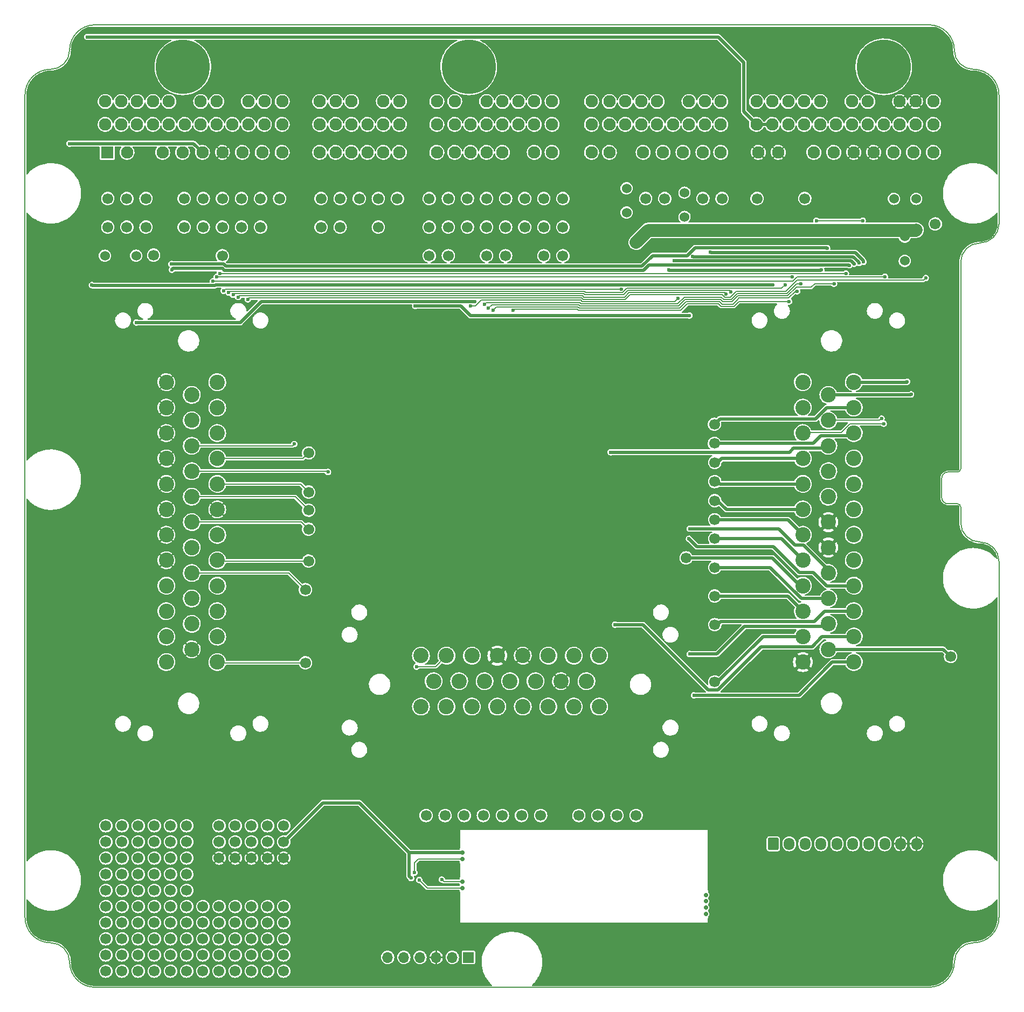
<source format=gbl>
G04 #@! TF.GenerationSoftware,KiCad,Pcbnew,(5.99.0-12439-g94954386e6)*
G04 #@! TF.CreationDate,2021-10-11T23:11:19+03:00*
G04 #@! TF.ProjectId,proteus125honda,70726f74-6575-4733-9132-35686f6e6461,rev?*
G04 #@! TF.SameCoordinates,PX5a995c0PYcfb5d40*
G04 #@! TF.FileFunction,Copper,L2,Bot*
G04 #@! TF.FilePolarity,Positive*
%FSLAX46Y46*%
G04 Gerber Fmt 4.6, Leading zero omitted, Abs format (unit mm)*
G04 Created by KiCad (PCBNEW (5.99.0-12439-g94954386e6)) date 2021-10-11 23:11:19*
%MOMM*%
%LPD*%
G01*
G04 APERTURE LIST*
G04 #@! TA.AperFunction,Profile*
%ADD10C,0.200000*%
G04 #@! TD*
G04 #@! TA.AperFunction,ComponentPad*
%ADD11C,1.700000*%
G04 #@! TD*
G04 #@! TA.AperFunction,ComponentPad*
%ADD12C,1.524000*%
G04 #@! TD*
G04 #@! TA.AperFunction,ComponentPad*
%ADD13C,0.599999*%
G04 #@! TD*
G04 #@! TA.AperFunction,ComponentPad*
%ADD14O,1.700000X1.950000*%
G04 #@! TD*
G04 #@! TA.AperFunction,ComponentPad*
%ADD15C,0.700000*%
G04 #@! TD*
G04 #@! TA.AperFunction,SMDPad,CuDef*
%ADD16R,0.250000X2.250000*%
G04 #@! TD*
G04 #@! TA.AperFunction,SMDPad,CuDef*
%ADD17R,0.250000X0.950000*%
G04 #@! TD*
G04 #@! TA.AperFunction,SMDPad,CuDef*
%ADD18R,0.250000X5.050000*%
G04 #@! TD*
G04 #@! TA.AperFunction,SMDPad,CuDef*
%ADD19R,0.250000X9.750000*%
G04 #@! TD*
G04 #@! TA.AperFunction,SMDPad,CuDef*
%ADD20R,39.250000X0.250000*%
G04 #@! TD*
G04 #@! TA.AperFunction,SMDPad,CuDef*
%ADD21R,0.250000X3.100000*%
G04 #@! TD*
G04 #@! TA.AperFunction,ComponentPad*
%ADD22R,1.700000X1.700000*%
G04 #@! TD*
G04 #@! TA.AperFunction,ComponentPad*
%ADD23O,1.700000X1.700000*%
G04 #@! TD*
G04 #@! TA.AperFunction,ComponentPad*
%ADD24C,2.400000*%
G04 #@! TD*
G04 #@! TA.AperFunction,ComponentPad*
%ADD25C,1.950000*%
G04 #@! TD*
G04 #@! TA.AperFunction,ComponentPad*
%ADD26R,1.950000X1.950000*%
G04 #@! TD*
G04 #@! TA.AperFunction,ComponentPad*
%ADD27C,8.500000*%
G04 #@! TD*
G04 #@! TA.AperFunction,ViaPad*
%ADD28C,0.600000*%
G04 #@! TD*
G04 #@! TA.AperFunction,Conductor*
%ADD29C,0.500000*%
G04 #@! TD*
G04 #@! TA.AperFunction,Conductor*
%ADD30C,2.000000*%
G04 #@! TD*
G04 #@! TA.AperFunction,Conductor*
%ADD31C,0.200000*%
G04 #@! TD*
G04 APERTURE END LIST*
D10*
X4000001Y144299999D02*
G75*
G03*
X7000000Y147300000I-1J3000000D01*
G01*
X153000000Y120000000D02*
X153000000Y140300000D01*
X6999996Y3999998D02*
G75*
G03*
X10999998Y0I4000000J2D01*
G01*
X11000000Y151300000D02*
X142000000Y151300000D01*
X149000002Y7000002D02*
G75*
G03*
X153000000Y11000000I0J3999998D01*
G01*
X146500000Y76000000D02*
X145000000Y76000000D01*
X11000000Y0D02*
X142000000Y0D01*
X144000003Y76999997D02*
G75*
G03*
X145000000Y76000000I999997J0D01*
G01*
X3999996Y7000002D02*
G75*
G02*
X-2Y11000000I0J3999998D01*
G01*
X144000000Y77000000D02*
X144000000Y80000000D01*
X147000000Y114000000D02*
G75*
G02*
X150000000Y117000000I3000000J0D01*
G01*
X149000000Y7000000D02*
G75*
G03*
X146000000Y4000000I0J-3000000D01*
G01*
X6999997Y147300001D02*
G75*
G02*
X11000000Y151300000I4000001J-2D01*
G01*
X-2Y11000000D02*
X0Y140300000D01*
X146000003Y147300001D02*
G75*
G03*
X142000000Y151300000I-4000001J-2D01*
G01*
X150000000Y70000000D02*
G75*
G02*
X153000000Y67000000I0J-3000000D01*
G01*
X145000000Y81000000D02*
X146500000Y81000000D01*
X3999998Y7000000D02*
G75*
G02*
X6999998Y4000000I0J-3000000D01*
G01*
X148999999Y144299999D02*
G75*
G02*
X146000000Y147300000I1J3000000D01*
G01*
X146500001Y76000001D02*
G75*
G02*
X147000000Y75500000I-1J-500000D01*
G01*
X146500001Y81000001D02*
G75*
G03*
X147000000Y81500000I0J499999D01*
G01*
X143999997Y80000003D02*
G75*
G02*
X145000000Y81000000I1000000J-3D01*
G01*
X147000000Y81500000D02*
X147000000Y114000000D01*
X147000000Y73000000D02*
X147000000Y75500000D01*
X150000000Y117000000D02*
G75*
G03*
X153000000Y120000000I0J3000000D01*
G01*
X146000002Y3999998D02*
G75*
G02*
X142000000Y0I-4000000J2D01*
G01*
X3999999Y144299999D02*
G75*
G03*
X0Y140300000I0J-3999999D01*
G01*
X147000000Y73000000D02*
G75*
G03*
X150000000Y70000000I3000000J0D01*
G01*
X153000000Y11000000D02*
X153000000Y67000000D01*
X149000001Y144299999D02*
G75*
G02*
X153000000Y140300000I0J-3999999D01*
G01*
D11*
G04 #@! TO.P,P69,1,Pin_1*
G04 #@! TO.N,Net-(BRD1-PadA28)*
X108349999Y70500000D03*
G04 #@! TD*
G04 #@! TO.P,P12,1,Pin_1*
G04 #@! TO.N,Net-(J1-PadC4)*
X72500000Y124000000D03*
G04 #@! TD*
G04 #@! TO.P,P51,1,Pin_1*
G04 #@! TO.N,Net-(J1-PadE25)*
X31000000Y115000000D03*
G04 #@! TD*
G04 #@! TO.P,P86,1,Pin_1*
G04 #@! TO.N,Net-(BRD1-PadC27)*
X44549999Y84000000D03*
G04 #@! TD*
G04 #@! TO.P,P32,1,Pin_1*
G04 #@! TO.N,Net-(J1-PadD3)*
X52500000Y124000000D03*
G04 #@! TD*
G04 #@! TO.P,G7,1*
G04 #@! TO.N,Net-(G7-Pad1)*
X20320000Y15240000D03*
G04 #@! TO.P,G7,2*
G04 #@! TO.N,Net-(G7-Pad12)*
X20320000Y17780000D03*
G04 #@! TO.P,G7,3*
G04 #@! TO.N,Net-(G7-Pad13)*
X20320000Y20320000D03*
G04 #@! TO.P,G7,4*
G04 #@! TO.N,Net-(G7-Pad14)*
X20320000Y22860000D03*
G04 #@! TO.P,G7,5*
G04 #@! TO.N,Net-(G7-Pad10)*
X20320000Y25400000D03*
G04 #@! TO.P,G7,6*
G04 #@! TO.N,Net-(G7-Pad1)*
X22860000Y15240000D03*
G04 #@! TO.P,G7,7*
G04 #@! TO.N,Net-(G7-Pad12)*
X22860000Y17780000D03*
G04 #@! TO.P,G7,8*
G04 #@! TO.N,Net-(G7-Pad13)*
X22860000Y20320000D03*
G04 #@! TO.P,G7,9*
G04 #@! TO.N,Net-(G7-Pad14)*
X22860000Y22860000D03*
G04 #@! TO.P,G7,10*
G04 #@! TO.N,Net-(G7-Pad10)*
X22860000Y25400000D03*
G04 #@! TO.P,G7,11*
G04 #@! TO.N,Net-(G7-Pad1)*
X25400000Y15240000D03*
G04 #@! TO.P,G7,12*
G04 #@! TO.N,Net-(G7-Pad12)*
X25400000Y17780000D03*
G04 #@! TO.P,G7,13*
G04 #@! TO.N,Net-(G7-Pad13)*
X25400000Y20320000D03*
G04 #@! TO.P,G7,14*
G04 #@! TO.N,Net-(G7-Pad14)*
X25400000Y22860000D03*
G04 #@! TO.P,G7,15*
G04 #@! TO.N,Net-(G7-Pad10)*
X25400000Y25400000D03*
G04 #@! TD*
G04 #@! TO.P,P79,1,Pin_1*
G04 #@! TO.N,Net-(BRD1-PadB6)*
X81000000Y27000000D03*
G04 #@! TD*
G04 #@! TO.P,P40,1,Pin_1*
G04 #@! TO.N,Net-(J1-PadE1)*
X40000000Y124000000D03*
G04 #@! TD*
G04 #@! TO.P,P80,1,Pin_1*
G04 #@! TO.N,Net-(BRD1-PadB15)*
X93000000Y27000000D03*
G04 #@! TD*
G04 #@! TO.P,P50,1,Pin_1*
G04 #@! TO.N,Net-(J1-PadE23)*
X37000000Y119500000D03*
G04 #@! TD*
G04 #@! TO.P,P24,1,Pin_1*
G04 #@! TO.N,Net-(J1-PadC16)*
X84500000Y115000000D03*
G04 #@! TD*
D12*
G04 #@! TO.P,F2,1,1*
G04 #@! TO.N,Net-(F2-Pad1)*
X136500000Y123950000D03*
G04 #@! TO.P,F2,2,2*
G04 #@! TO.N,/12V_MR*
X136500000Y119050000D03*
G04 #@! TD*
D13*
G04 #@! TO.P,M2,V1,V5*
G04 #@! TO.N,/5V_SENSOR_2*
X60656662Y17162502D03*
G04 #@! TO.P,M2,V2,CAN_VIO*
G04 #@! TO.N,Net-(M1-PadW2)*
X61181662Y18037504D03*
G04 #@! TO.P,M2,V5,CAN_TX*
G04 #@! TO.N,Net-(M1-PadW4)*
X61931660Y16862500D03*
G04 #@! TO.P,M2,V6,CAN_RX*
G04 #@! TO.N,Net-(M1-PadW3)*
X65481661Y16937503D03*
G04 #@! TD*
D11*
G04 #@! TO.P,P71,1,Pin_1*
G04 #@! TO.N,Net-(BRD1-PadA26)*
X108349999Y61500000D03*
G04 #@! TD*
G04 #@! TO.P,P60,1,Pin_1*
G04 #@! TO.N,Net-(BRD1-PadA3)*
X108349999Y57000000D03*
G04 #@! TD*
G04 #@! TO.P,G2,1*
G04 #@! TO.N,Net-(G2-Pad1)*
X12700000Y15240000D03*
G04 #@! TO.P,G2,2*
G04 #@! TO.N,Net-(G2-Pad12)*
X12700000Y17780000D03*
G04 #@! TO.P,G2,3*
G04 #@! TO.N,Net-(G2-Pad13)*
X12700000Y20320000D03*
G04 #@! TO.P,G2,4*
G04 #@! TO.N,Net-(G2-Pad14)*
X12700000Y22860000D03*
G04 #@! TO.P,G2,5*
G04 #@! TO.N,Net-(G2-Pad10)*
X12700000Y25400000D03*
G04 #@! TO.P,G2,6*
G04 #@! TO.N,Net-(G2-Pad1)*
X15240000Y15240000D03*
G04 #@! TO.P,G2,7*
G04 #@! TO.N,Net-(G2-Pad12)*
X15240000Y17780000D03*
G04 #@! TO.P,G2,8*
G04 #@! TO.N,Net-(G2-Pad13)*
X15240000Y20320000D03*
G04 #@! TO.P,G2,9*
G04 #@! TO.N,Net-(G2-Pad14)*
X15240000Y22860000D03*
G04 #@! TO.P,G2,10*
G04 #@! TO.N,Net-(G2-Pad10)*
X15240000Y25400000D03*
G04 #@! TO.P,G2,11*
G04 #@! TO.N,Net-(G2-Pad1)*
X17780000Y15240000D03*
G04 #@! TO.P,G2,12*
G04 #@! TO.N,Net-(G2-Pad12)*
X17780000Y17780000D03*
G04 #@! TO.P,G2,13*
G04 #@! TO.N,Net-(G2-Pad13)*
X17780000Y20320000D03*
G04 #@! TO.P,G2,14*
G04 #@! TO.N,Net-(G2-Pad14)*
X17780000Y22860000D03*
G04 #@! TO.P,G2,15*
G04 #@! TO.N,Net-(G2-Pad10)*
X17780000Y25400000D03*
G04 #@! TD*
G04 #@! TO.P,P83,1,Pin_1*
G04 #@! TO.N,Net-(BRD1-PadB21)*
X78000000Y27000000D03*
G04 #@! TD*
G04 #@! TO.P,G5,1*
G04 #@! TO.N,GND*
X40640000Y20320000D03*
G04 #@! TO.P,G5,2*
X38100000Y20320000D03*
G04 #@! TO.P,G5,3*
X35560000Y20320000D03*
G04 #@! TO.P,G5,4*
X33020000Y20320000D03*
G04 #@! TO.P,G5,5*
X30480000Y20320000D03*
G04 #@! TO.P,G5,6*
G04 #@! TO.N,/5V_SENSOR_2*
X40640000Y22860000D03*
G04 #@! TO.P,G5,7*
X38100000Y22860000D03*
G04 #@! TO.P,G5,8*
X35560000Y22860000D03*
G04 #@! TO.P,G5,9*
X33020000Y22860000D03*
G04 #@! TO.P,G5,10*
X30480000Y22860000D03*
G04 #@! TO.P,G5,11*
G04 #@! TO.N,/12V_PROT*
X40640000Y25400000D03*
G04 #@! TO.P,G5,12*
X38100000Y25400000D03*
G04 #@! TO.P,G5,13*
X35560000Y25400000D03*
G04 #@! TO.P,G5,14*
X33020000Y25400000D03*
G04 #@! TO.P,G5,15*
X30480000Y25400000D03*
G04 #@! TD*
G04 #@! TO.P,P16,1,Pin_1*
G04 #@! TO.N,Net-(J1-PadC8)*
X84500000Y119500000D03*
G04 #@! TD*
G04 #@! TO.P,P11,1,Pin_1*
G04 #@! TO.N,Net-(J1-PadC3)*
X75500000Y124000000D03*
G04 #@! TD*
G04 #@! TO.P,P65,1,Pin_1*
G04 #@! TO.N,Net-(BRD1-PadA32)*
X108349999Y82500000D03*
G04 #@! TD*
G04 #@! TO.P,P19,1,Pin_1*
G04 #@! TO.N,Net-(J1-PadC11)*
X75500000Y119500000D03*
G04 #@! TD*
G04 #@! TO.P,P78,1,Pin_1*
G04 #@! TO.N,Net-(BRD1-PadB7)*
X90000000Y27000000D03*
G04 #@! TD*
G04 #@! TO.P,P66,1,Pin_1*
G04 #@! TO.N,Net-(BRD1-PadA31)*
X108349999Y79500000D03*
G04 #@! TD*
G04 #@! TO.P,P21,1,Pin_1*
G04 #@! TO.N,Net-(J1-PadC13)*
X69500000Y119500000D03*
G04 #@! TD*
G04 #@! TO.P,P1,1,Pin_1*
G04 #@! TO.N,Net-(J1-PadA10)*
X143000000Y120000000D03*
G04 #@! TD*
G04 #@! TO.P,P82,1,Pin_1*
G04 #@! TO.N,Net-(BRD1-PadB22)*
X87000000Y27000000D03*
G04 #@! TD*
G04 #@! TO.P,P38,1,Pin_1*
G04 #@! TO.N,Net-(J1-PadD12)*
X46500000Y119500000D03*
G04 #@! TD*
G04 #@! TO.P,P94,1,Pin_1*
G04 #@! TO.N,Net-(BRD1-PadC20)*
X44049999Y62500000D03*
G04 #@! TD*
D12*
G04 #@! TO.P,F1,1,1*
G04 #@! TO.N,Net-(F1-Pad1)*
X140000000Y123950000D03*
G04 #@! TO.P,F1,2,2*
G04 #@! TO.N,/12V_MR*
X140000000Y119050000D03*
G04 #@! TD*
D11*
G04 #@! TO.P,P73,1,Pin_1*
G04 #@! TO.N,Net-(BRD1-PadB11)*
X63000000Y27000000D03*
G04 #@! TD*
D12*
G04 #@! TO.P,R2,1,1*
G04 #@! TO.N,Net-(J1-PadB10)*
X103600000Y124905000D03*
G04 #@! TO.P,R2,2,2*
G04 #@! TO.N,/OUT_CHARGING_LIGHT*
X103600000Y121095000D03*
G04 #@! TD*
D11*
G04 #@! TO.P,P81,1,Pin_1*
G04 #@! TO.N,Net-(BRD1-PadB8)*
X96000000Y27000000D03*
G04 #@! TD*
G04 #@! TO.P,P29,1,Pin_1*
G04 #@! TO.N,Net-(J1-PadC21)*
X66500000Y115000000D03*
G04 #@! TD*
G04 #@! TO.P,J4,1,Pin_1*
G04 #@! TO.N,/12V_MR*
G04 #@! TA.AperFunction,ComponentPad*
G36*
G01*
X116700000Y21825000D02*
X116700000Y23275000D01*
G75*
G02*
X116950000Y23525000I250000J0D01*
G01*
X118150000Y23525000D01*
G75*
G02*
X118400000Y23275000I0J-250000D01*
G01*
X118400000Y21825000D01*
G75*
G02*
X118150000Y21575000I-250000J0D01*
G01*
X116950000Y21575000D01*
G75*
G02*
X116700000Y21825000I0J250000D01*
G01*
G37*
G04 #@! TD.AperFunction*
D14*
G04 #@! TO.P,J4,2,Pin_2*
X120050000Y22550000D03*
G04 #@! TO.P,J4,3,Pin_3*
G04 #@! TO.N,/WBO_Vs*
X122550000Y22550000D03*
G04 #@! TO.P,J4,4,Pin_4*
G04 #@! TO.N,/WBO_Vs{slash}Ip*
X125050000Y22550000D03*
G04 #@! TO.P,J4,5,Pin_5*
G04 #@! TO.N,/WBO_Ip*
X127550000Y22550000D03*
G04 #@! TO.P,J4,6,Pin_6*
G04 #@! TO.N,/WBO_R_Trim*
X130050000Y22550000D03*
G04 #@! TO.P,J4,7,Pin_7*
G04 #@! TO.N,/WBO_H-*
X132550000Y22550000D03*
G04 #@! TO.P,J4,8,Pin_8*
X135050000Y22550000D03*
G04 #@! TO.P,J4,9,Pin_9*
G04 #@! TO.N,GND*
X137550000Y22550000D03*
G04 #@! TO.P,J4,10,Pin_10*
X140050000Y22550000D03*
G04 #@! TD*
D11*
G04 #@! TO.P,P9,1,Pin_1*
G04 #@! TO.N,Net-(J1-PadC1)*
X84500000Y124000000D03*
G04 #@! TD*
G04 #@! TO.P,P53,1,Pin_1*
G04 #@! TO.N,Net-(J1-PadE27)*
X25000000Y119500000D03*
G04 #@! TD*
G04 #@! TO.P,P27,1,Pin_1*
G04 #@! TO.N,Net-(J1-PadC19)*
X75500000Y115000000D03*
G04 #@! TD*
G04 #@! TO.P,P37,1,Pin_1*
G04 #@! TO.N,Net-(J1-PadD10)*
X49500000Y119500000D03*
G04 #@! TD*
G04 #@! TO.P,P43,1,Pin_1*
G04 #@! TO.N,Net-(J1-PadE12)*
X34000000Y119500000D03*
G04 #@! TD*
G04 #@! TO.P,P44,1,Pin_1*
G04 #@! TO.N,Net-(J1-PadE13)*
X31000000Y124000000D03*
G04 #@! TD*
D15*
G04 #@! TO.P,M1,E1,LSU_Un*
G04 #@! TO.N,/WBO_Vs*
X106950000Y11525000D03*
G04 #@! TO.P,M1,E2,LSU_Vm*
G04 #@! TO.N,/WBO_Vs{slash}Ip*
X106950000Y12525000D03*
G04 #@! TO.P,M1,E3,LSU_Ip*
G04 #@! TO.N,/WBO_Ip*
X106950000Y13525000D03*
G04 #@! TO.P,M1,E4,LSU_Rtrim*
G04 #@! TO.N,/WBO_R_Trim*
X106950000Y14525000D03*
D16*
G04 #@! TO.P,M1,G,GND*
G04 #@! TO.N,GND*
X68325000Y18400000D03*
D17*
X107325000Y10400000D03*
D18*
X68325000Y12450000D03*
D19*
X107325000Y20050000D03*
D20*
X87825000Y24800000D03*
X87825000Y10050000D03*
D21*
X68325000Y23375000D03*
D15*
G04 #@! TO.P,M1,W1,V5_IN*
G04 #@! TO.N,/5V_SENSOR_2*
X68700000Y21175000D03*
G04 #@! TO.P,M1,W2,CAN_VIO*
G04 #@! TO.N,Net-(M1-PadW2)*
X68700000Y20175000D03*
G04 #@! TO.P,M1,W3,CAN_RX*
G04 #@! TO.N,Net-(M1-PadW3)*
X68700000Y16625000D03*
G04 #@! TO.P,M1,W4,CAN_TX*
G04 #@! TO.N,Net-(M1-PadW4)*
X68700000Y15625000D03*
G04 #@! TD*
D11*
G04 #@! TO.P,P3,1,Pin_1*
G04 #@! TO.N,Net-(J1-PadA31)*
X115000000Y124000000D03*
G04 #@! TD*
D22*
G04 #@! TO.P,J3,1,Pin_1*
G04 #@! TO.N,Net-(J3-Pad1)*
X69660000Y4700000D03*
D23*
G04 #@! TO.P,J3,2,Pin_2*
G04 #@! TO.N,Net-(J3-Pad2)*
X67120000Y4700000D03*
G04 #@! TO.P,J3,3,Pin_3*
G04 #@! TO.N,GND*
X64580000Y4700000D03*
G04 #@! TO.P,J3,4,Pin_4*
G04 #@! TO.N,Net-(J3-Pad4)*
X62040000Y4700000D03*
G04 #@! TO.P,J3,5,Pin_5*
G04 #@! TO.N,Net-(J3-Pad5)*
X59500000Y4700000D03*
G04 #@! TO.P,J3,6,Pin_6*
G04 #@! TO.N,N/C*
X56960000Y4700000D03*
G04 #@! TD*
D11*
G04 #@! TO.P,P92,1,Pin_1*
G04 #@! TO.N,Net-(J1-PadE19)*
X16000000Y124000000D03*
G04 #@! TD*
G04 #@! TO.P,P89,1,Pin_1*
G04 #@! TO.N,Net-(J1-PadB21)*
X97500000Y124000000D03*
G04 #@! TD*
G04 #@! TO.P,P8,1,Pin_1*
G04 #@! TO.N,Net-(J1-PadB20)*
X100500000Y124000000D03*
G04 #@! TD*
D12*
G04 #@! TO.P,R4,1,1*
G04 #@! TO.N,Net-(J1-PadA12)*
X138200000Y118005000D03*
G04 #@! TO.P,R4,2,2*
G04 #@! TO.N,/OUT_IAC*
X138200000Y114195000D03*
G04 #@! TD*
D11*
G04 #@! TO.P,P74,1,Pin_1*
G04 #@! TO.N,Net-(BRD1-PadB5)*
X72000000Y27000000D03*
G04 #@! TD*
G04 #@! TO.P,P42,1,Pin_1*
G04 #@! TO.N,Net-(J1-PadE3)*
X34000000Y124000000D03*
G04 #@! TD*
G04 #@! TO.P,P6,1,Pin_1*
G04 #@! TO.N,Net-(J1-PadB18)*
X109500000Y124000000D03*
G04 #@! TD*
G04 #@! TO.P,P31,1,Pin_1*
G04 #@! TO.N,Net-(J1-PadD2)*
X55500000Y124000000D03*
G04 #@! TD*
G04 #@! TO.P,P67,1,Pin_1*
G04 #@! TO.N,Net-(BRD1-PadA30)*
X108349999Y76500000D03*
G04 #@! TD*
G04 #@! TO.P,P57,1,Pin_1*
G04 #@! TO.N,Net-(BRD1-PadA11)*
X108300000Y88500000D03*
G04 #@! TD*
G04 #@! TO.P,P35,1,Pin_1*
G04 #@! TO.N,Net-(J1-PadD8)*
X58500000Y124000000D03*
G04 #@! TD*
G04 #@! TO.P,P13,1,Pin_1*
G04 #@! TO.N,Net-(J1-PadC5)*
X69500000Y124000000D03*
G04 #@! TD*
G04 #@! TO.P,P46,1,Pin_1*
G04 #@! TO.N,Net-(J1-PadE16)*
X25000000Y124000000D03*
G04 #@! TD*
G04 #@! TO.P,P10,1,Pin_1*
G04 #@! TO.N,Net-(J1-PadC2)*
X81500000Y124000000D03*
G04 #@! TD*
G04 #@! TO.P,P72,1,Pin_1*
G04 #@! TO.N,Net-(BRD1-PadA25)*
X108349999Y48000000D03*
G04 #@! TD*
G04 #@! TO.P,P15,1,Pin_1*
G04 #@! TO.N,Net-(J1-PadC7)*
X63500000Y124000000D03*
G04 #@! TD*
G04 #@! TO.P,P61,1,Pin_1*
G04 #@! TO.N,Net-(BRD1-PadA15)*
X108349999Y66000000D03*
G04 #@! TD*
G04 #@! TO.P,P95,1,Pin_1*
G04 #@! TO.N,Net-(BRD1-PadC31)*
X44549999Y67000000D03*
G04 #@! TD*
G04 #@! TO.P,P26,1,Pin_1*
G04 #@! TO.N,Net-(J1-PadC18)*
X78500000Y119500000D03*
G04 #@! TD*
G04 #@! TO.P,P36,1,Pin_1*
G04 #@! TO.N,Net-(J1-PadD9)*
X55500000Y119500000D03*
G04 #@! TD*
G04 #@! TO.P,G1,1*
G04 #@! TO.N,Net-(G1-Pad1)*
X27940001Y2540000D03*
G04 #@! TO.P,G1,2*
G04 #@! TO.N,Net-(G1-Pad12)*
X27940001Y5080000D03*
G04 #@! TO.P,G1,3*
G04 #@! TO.N,Net-(G1-Pad13)*
X27940001Y7620000D03*
G04 #@! TO.P,G1,4*
G04 #@! TO.N,Net-(G1-Pad14)*
X27940001Y10160000D03*
G04 #@! TO.P,G1,5*
G04 #@! TO.N,Net-(G1-Pad10)*
X27940001Y12700000D03*
G04 #@! TO.P,G1,6*
G04 #@! TO.N,Net-(G1-Pad1)*
X30480001Y2540000D03*
G04 #@! TO.P,G1,7*
G04 #@! TO.N,Net-(G1-Pad12)*
X30480001Y5080000D03*
G04 #@! TO.P,G1,8*
G04 #@! TO.N,Net-(G1-Pad13)*
X30480001Y7620000D03*
G04 #@! TO.P,G1,9*
G04 #@! TO.N,Net-(G1-Pad14)*
X30480001Y10160000D03*
G04 #@! TO.P,G1,10*
G04 #@! TO.N,Net-(G1-Pad10)*
X30480001Y12700000D03*
G04 #@! TO.P,G1,11*
G04 #@! TO.N,Net-(G1-Pad1)*
X33020001Y2540000D03*
G04 #@! TO.P,G1,12*
G04 #@! TO.N,Net-(G1-Pad12)*
X33020001Y5080000D03*
G04 #@! TO.P,G1,13*
G04 #@! TO.N,Net-(G1-Pad13)*
X33020001Y7620000D03*
G04 #@! TO.P,G1,14*
G04 #@! TO.N,Net-(G1-Pad14)*
X33020001Y10160000D03*
G04 #@! TO.P,G1,15*
G04 #@! TO.N,Net-(G1-Pad10)*
X33020001Y12700000D03*
G04 #@! TD*
G04 #@! TO.P,P49,1,Pin_1*
G04 #@! TO.N,Net-(J1-PadE21)*
X13000000Y124000000D03*
G04 #@! TD*
G04 #@! TO.P,P96,1,Pin_1*
G04 #@! TO.N,Net-(BRD1-PadC35)*
X44049999Y51000000D03*
G04 #@! TD*
G04 #@! TO.P,G8,1*
G04 #@! TO.N,Net-(G8-Pad1)*
X12700000Y2540000D03*
G04 #@! TO.P,G8,2*
G04 #@! TO.N,Net-(G8-Pad12)*
X12700000Y5080000D03*
G04 #@! TO.P,G8,3*
G04 #@! TO.N,Net-(G8-Pad13)*
X12700000Y7620000D03*
G04 #@! TO.P,G8,4*
G04 #@! TO.N,Net-(G8-Pad14)*
X12700000Y10160000D03*
G04 #@! TO.P,G8,5*
G04 #@! TO.N,Net-(G8-Pad10)*
X12700000Y12700000D03*
G04 #@! TO.P,G8,6*
G04 #@! TO.N,Net-(G8-Pad1)*
X15240000Y2540000D03*
G04 #@! TO.P,G8,7*
G04 #@! TO.N,Net-(G8-Pad12)*
X15240000Y5080000D03*
G04 #@! TO.P,G8,8*
G04 #@! TO.N,Net-(G8-Pad13)*
X15240000Y7620000D03*
G04 #@! TO.P,G8,9*
G04 #@! TO.N,Net-(G8-Pad14)*
X15240000Y10160000D03*
G04 #@! TO.P,G8,10*
G04 #@! TO.N,Net-(G8-Pad10)*
X15240000Y12700000D03*
G04 #@! TO.P,G8,11*
G04 #@! TO.N,Net-(G8-Pad1)*
X17780000Y2540000D03*
G04 #@! TO.P,G8,12*
G04 #@! TO.N,Net-(G8-Pad12)*
X17780000Y5080000D03*
G04 #@! TO.P,G8,13*
G04 #@! TO.N,Net-(G8-Pad13)*
X17780000Y7620000D03*
G04 #@! TO.P,G8,14*
G04 #@! TO.N,Net-(G8-Pad14)*
X17780000Y10160000D03*
G04 #@! TO.P,G8,15*
G04 #@! TO.N,Net-(G8-Pad10)*
X17780000Y12700000D03*
G04 #@! TD*
G04 #@! TO.P,P18,1,Pin_1*
G04 #@! TO.N,Net-(J1-PadC10)*
X78500000Y124000000D03*
G04 #@! TD*
G04 #@! TO.P,P30,1,Pin_1*
G04 #@! TO.N,Net-(J1-PadC22)*
X63500000Y115000000D03*
G04 #@! TD*
G04 #@! TO.P,P88,1,Pin_1*
G04 #@! TO.N,Net-(BRD1-PadC28)*
X44549999Y77850000D03*
G04 #@! TD*
G04 #@! TO.P,G4,1*
G04 #@! TO.N,Net-(G4-Pad1)*
X20320000Y2540001D03*
G04 #@! TO.P,G4,2*
G04 #@! TO.N,Net-(G4-Pad12)*
X20320000Y5080001D03*
G04 #@! TO.P,G4,3*
G04 #@! TO.N,Net-(G4-Pad13)*
X20320000Y7620001D03*
G04 #@! TO.P,G4,4*
G04 #@! TO.N,Net-(G4-Pad14)*
X20320000Y10160001D03*
G04 #@! TO.P,G4,5*
G04 #@! TO.N,Net-(G4-Pad10)*
X20320000Y12700001D03*
G04 #@! TO.P,G4,6*
G04 #@! TO.N,Net-(G4-Pad1)*
X22860000Y2540001D03*
G04 #@! TO.P,G4,7*
G04 #@! TO.N,Net-(G4-Pad12)*
X22860000Y5080001D03*
G04 #@! TO.P,G4,8*
G04 #@! TO.N,Net-(G4-Pad13)*
X22860000Y7620001D03*
G04 #@! TO.P,G4,9*
G04 #@! TO.N,Net-(G4-Pad14)*
X22860000Y10160001D03*
G04 #@! TO.P,G4,10*
G04 #@! TO.N,Net-(G4-Pad10)*
X22860000Y12700001D03*
G04 #@! TO.P,G4,11*
G04 #@! TO.N,Net-(G4-Pad1)*
X25400000Y2540001D03*
G04 #@! TO.P,G4,12*
G04 #@! TO.N,Net-(G4-Pad12)*
X25400000Y5080001D03*
G04 #@! TO.P,G4,13*
G04 #@! TO.N,Net-(G4-Pad13)*
X25400000Y7620001D03*
G04 #@! TO.P,G4,14*
G04 #@! TO.N,Net-(G4-Pad14)*
X25400000Y10160001D03*
G04 #@! TO.P,G4,15*
G04 #@! TO.N,Net-(G4-Pad10)*
X25400000Y12700001D03*
G04 #@! TD*
G04 #@! TO.P,P17,1,Pin_1*
G04 #@! TO.N,Net-(J1-PadC9)*
X81500000Y119500000D03*
G04 #@! TD*
G04 #@! TO.P,P75,1,Pin_1*
G04 #@! TO.N,Net-(BRD1-PadB13)*
X75000000Y27000000D03*
G04 #@! TD*
G04 #@! TO.P,P45,1,Pin_1*
G04 #@! TO.N,Net-(J1-PadE15)*
X28000000Y124000000D03*
G04 #@! TD*
G04 #@! TO.P,P14,1,Pin_1*
G04 #@! TO.N,Net-(J1-PadC6)*
X66500000Y124000000D03*
G04 #@! TD*
D12*
G04 #@! TO.P,R3,1,1*
G04 #@! TO.N,Net-(J1-PadB13)*
X94500000Y125605000D03*
G04 #@! TO.P,R3,2,2*
G04 #@! TO.N,/OUT_ALTRN_CONTROL*
X94500000Y121795000D03*
G04 #@! TD*
D11*
G04 #@! TO.P,P76,1,Pin_1*
G04 #@! TO.N,Net-(BRD1-PadB4)*
X66000000Y27000000D03*
G04 #@! TD*
G04 #@! TO.P,P90,1,Pin_1*
G04 #@! TO.N,Net-(J1-PadE8)*
X13000000Y119500000D03*
G04 #@! TD*
G04 #@! TO.P,P91,1,Pin_1*
G04 #@! TO.N,Net-(J1-PadE14)*
X31000000Y119500000D03*
G04 #@! TD*
G04 #@! TO.P,P58,1,Pin_1*
G04 #@! TO.N,Net-(BRD1-PadA13)*
X145400000Y52000000D03*
G04 #@! TD*
G04 #@! TO.P,P20,1,Pin_1*
G04 #@! TO.N,Net-(J1-PadC12)*
X72500000Y119500000D03*
G04 #@! TD*
D24*
G04 #@! TO.P,BRD1,A1,HS2*
G04 #@! TO.N,/OUT_VTC*
X130200000Y51125000D03*
G04 #@! TO.P,BRD1,A2,HS1*
G04 #@! TO.N,/OUT_VTS*
X130200000Y55125000D03*
G04 #@! TO.P,BRD1,A3,LS1*
G04 #@! TO.N,Net-(BRD1-PadA3)*
X130200000Y59125000D03*
G04 #@! TO.P,BRD1,A4,LS3*
G04 #@! TO.N,/OUT_CHARGING_LIGHT*
X130200000Y63125000D03*
G04 #@! TO.P,BRD1,A5,LS5*
G04 #@! TO.N,/OUT_INJ4*
X130200000Y67125000D03*
G04 #@! TO.P,BRD1,A6,LS6*
G04 #@! TO.N,/OUT_INJ3*
X130200000Y71125000D03*
G04 #@! TO.P,BRD1,A7,LS7*
G04 #@! TO.N,/OUT_INJ2*
X130200000Y75125000D03*
G04 #@! TO.P,BRD1,A8,LS9*
G04 #@! TO.N,/OUT_MAIN*
X130200000Y79125000D03*
G04 #@! TO.P,BRD1,A9,LS11*
G04 #@! TO.N,/OUT_FUEL_PUMP*
X130200000Y83125000D03*
G04 #@! TO.P,BRD1,A10,LS13*
G04 #@! TO.N,Net-(BRD1-PadA10)*
X130200000Y87125000D03*
G04 #@! TO.P,BRD1,A11,LS14*
G04 #@! TO.N,Net-(BRD1-PadA11)*
X130200000Y91125000D03*
G04 #@! TO.P,BRD1,A12,LS15*
G04 #@! TO.N,/OUT_IAC*
X130200000Y95125000D03*
G04 #@! TO.P,BRD1,A13,HS3*
G04 #@! TO.N,Net-(BRD1-PadA13)*
X126200000Y53125000D03*
G04 #@! TO.P,BRD1,A14,HS4*
G04 #@! TO.N,/OUT_ALTRN_CONTROL*
X126200000Y57125000D03*
G04 #@! TO.P,BRD1,A15,LS2*
G04 #@! TO.N,Net-(BRD1-PadA15)*
X126200000Y61125000D03*
G04 #@! TO.P,BRD1,A16,LS4*
G04 #@! TO.N,/OUT_ETB_RELAY*
X126200000Y65125000D03*
G04 #@! TO.P,BRD1,A17,GND*
G04 #@! TO.N,GND*
X126200000Y69125000D03*
G04 #@! TO.P,BRD1,A18,GND*
X126200000Y73125000D03*
G04 #@! TO.P,BRD1,A19,LS8*
G04 #@! TO.N,/OUT_INJ1*
X126200000Y77125000D03*
G04 #@! TO.P,BRD1,A20,LS10*
G04 #@! TO.N,/OUT_CHECK_ENGINE*
X126200000Y81125000D03*
G04 #@! TO.P,BRD1,A21,LS12*
G04 #@! TO.N,/OUT_MCS*
X126200000Y85125000D03*
G04 #@! TO.P,BRD1,A22,IGN3*
G04 #@! TO.N,/OUT_IGN3*
X126200000Y89125000D03*
G04 #@! TO.P,BRD1,A23,LS16*
G04 #@! TO.N,/OUT_IMRC*
X126200000Y93125000D03*
G04 #@! TO.P,BRD1,A24,GND*
G04 #@! TO.N,GND*
X122200000Y51125000D03*
G04 #@! TO.P,BRD1,A25,IGN12*
G04 #@! TO.N,Net-(BRD1-PadA25)*
X122200000Y55125000D03*
G04 #@! TO.P,BRD1,A26,IGN11*
G04 #@! TO.N,Net-(BRD1-PadA26)*
X122200000Y59125000D03*
G04 #@! TO.P,BRD1,A27,IGN10*
G04 #@! TO.N,Net-(BRD1-PadA27)*
X122200000Y63125000D03*
G04 #@! TO.P,BRD1,A28,IGN9*
G04 #@! TO.N,Net-(BRD1-PadA28)*
X122200000Y67125000D03*
G04 #@! TO.P,BRD1,A29,IGN8*
G04 #@! TO.N,Net-(BRD1-PadA29)*
X122200000Y71125000D03*
G04 #@! TO.P,BRD1,A30,IGN7*
G04 #@! TO.N,Net-(BRD1-PadA30)*
X122200000Y75125000D03*
G04 #@! TO.P,BRD1,A31,IGN6*
G04 #@! TO.N,Net-(BRD1-PadA31)*
X122200000Y79125000D03*
G04 #@! TO.P,BRD1,A32,IGN5*
G04 #@! TO.N,Net-(BRD1-PadA32)*
X122200000Y83125000D03*
G04 #@! TO.P,BRD1,A33,IGN4*
G04 #@! TO.N,/OUT_IGN4*
X122200000Y87125000D03*
G04 #@! TO.P,BRD1,A34,IGN2*
G04 #@! TO.N,/OUT_IGN2*
X122200000Y91125000D03*
G04 #@! TO.P,BRD1,A35,IGN1*
G04 #@! TO.N,/OUT_IGN1*
X122200000Y95125000D03*
G04 #@! TO.P,BRD1,B1,D2*
G04 #@! TO.N,/IN_CRANK*
X62200000Y44125000D03*
G04 #@! TO.P,BRD1,B2,D3*
G04 #@! TO.N,/IN_VSS*
X66200000Y44125000D03*
G04 #@! TO.P,BRD1,B3,D4*
G04 #@! TO.N,/IN_CAM1*
X70200000Y44125000D03*
G04 #@! TO.P,BRD1,B4,VR2+*
G04 #@! TO.N,Net-(BRD1-PadB4)*
X74200000Y44125000D03*
G04 #@! TO.P,BRD1,B5,VR1+*
G04 #@! TO.N,Net-(BRD1-PadB5)*
X78200000Y44125000D03*
G04 #@! TO.P,BRD1,B6,ETB1-*
G04 #@! TO.N,Net-(BRD1-PadB6)*
X82200000Y44125000D03*
G04 #@! TO.P,BRD1,B7,ETB1+*
G04 #@! TO.N,Net-(BRD1-PadB7)*
X86200000Y44125000D03*
G04 #@! TO.P,BRD1,B8,ETB2-*
G04 #@! TO.N,Net-(BRD1-PadB8)*
X90200000Y44125000D03*
G04 #@! TO.P,BRD1,B9,D5*
G04 #@! TO.N,/IN_VTPSW*
X64200000Y48125000D03*
G04 #@! TO.P,BRD1,B10,D1*
G04 #@! TO.N,/IN_CAM2*
X68200000Y48125000D03*
G04 #@! TO.P,BRD1,B11,D6*
G04 #@! TO.N,Net-(BRD1-PadB11)*
X72200000Y48125000D03*
G04 #@! TO.P,BRD1,B12,VR2-*
G04 #@! TO.N,Net-(BRD1-PadB12)*
X76200000Y48125000D03*
G04 #@! TO.P,BRD1,B13,VR1-*
G04 #@! TO.N,Net-(BRD1-PadB13)*
X80200000Y48125000D03*
G04 #@! TO.P,BRD1,B14,GND*
G04 #@! TO.N,GND*
X84200000Y48125000D03*
G04 #@! TO.P,BRD1,B15,ETB2+*
G04 #@! TO.N,Net-(BRD1-PadB15)*
X88200000Y48125000D03*
G04 #@! TO.P,BRD1,B16,CAN-*
G04 #@! TO.N,/CAN_L*
X62200000Y52125000D03*
G04 #@! TO.P,BRD1,B17,CAN+*
G04 #@! TO.N,/CAN_H*
X66200000Y52125000D03*
G04 #@! TO.P,BRD1,B18,12V_IGN*
G04 #@! TO.N,/IN_VIGN*
X70200000Y52125000D03*
G04 #@! TO.P,BRD1,B19,GND*
G04 #@! TO.N,GND*
X74200000Y52125000D03*
G04 #@! TO.P,BRD1,B20,GND*
X78200000Y52125000D03*
G04 #@! TO.P,BRD1,B21,CAN2-*
G04 #@! TO.N,Net-(BRD1-PadB21)*
X82200000Y52125000D03*
G04 #@! TO.P,BRD1,B22,CAN2+*
G04 #@! TO.N,Net-(BRD1-PadB22)*
X86200000Y52125000D03*
G04 #@! TO.P,BRD1,B23,12V_MR*
G04 #@! TO.N,/12V_MR*
X90200000Y52125000D03*
G04 #@! TO.P,BRD1,C1,GND_SENS*
G04 #@! TO.N,GND*
X22200000Y95125000D03*
G04 #@! TO.P,BRD1,C2,GND_SENS*
X22200000Y91125000D03*
G04 #@! TO.P,BRD1,C3,GND_SENS*
X22200000Y87125000D03*
G04 #@! TO.P,BRD1,C4,GND_SENS*
X22200000Y83125000D03*
G04 #@! TO.P,BRD1,C5,GND_SENS*
X22200000Y79125000D03*
G04 #@! TO.P,BRD1,C6,GND_SENS*
X22200000Y75125000D03*
G04 #@! TO.P,BRD1,C7,GND_SENS*
X22200000Y71125000D03*
G04 #@! TO.P,BRD1,C8,GND_SENS*
X22200000Y67125000D03*
G04 #@! TO.P,BRD1,C9,5V_1*
G04 #@! TO.N,/5V_SENSOR_1*
X22200000Y63125000D03*
G04 #@! TO.P,BRD1,C10,5V_2*
G04 #@! TO.N,/5V_SENSOR_2*
X22200000Y59125000D03*
G04 #@! TO.P,BRD1,C11,12V_PROT*
G04 #@! TO.N,/12V_PROT*
X22200000Y55125000D03*
G04 #@! TO.P,BRD1,C12,12V_PROT*
X22200000Y51125000D03*
G04 #@! TO.P,BRD1,C13,AV1*
G04 #@! TO.N,/IN_PPS2*
X26200000Y93125000D03*
G04 #@! TO.P,BRD1,C14,AV3*
G04 #@! TO.N,/IN_TPS*
X26200000Y89125000D03*
G04 #@! TO.P,BRD1,C15,AV5*
G04 #@! TO.N,/IN_BRAKE*
X26200000Y85125000D03*
G04 #@! TO.P,BRD1,C16,AV7*
G04 #@! TO.N,Net-(BRD1-PadC16)*
X26200000Y81125000D03*
G04 #@! TO.P,BRD1,C17,AV9*
G04 #@! TO.N,Net-(BRD1-PadC17)*
X26200000Y77125000D03*
G04 #@! TO.P,BRD1,C18,AV11*
G04 #@! TO.N,Net-(BRD1-PadC18)*
X26200000Y73125000D03*
G04 #@! TO.P,BRD1,C19,AT1*
G04 #@! TO.N,/IN_IAT*
X26200000Y69125000D03*
G04 #@! TO.P,BRD1,C20,AT3*
G04 #@! TO.N,Net-(BRD1-PadC20)*
X26200000Y65125000D03*
G04 #@! TO.P,BRD1,C21,5V_1*
G04 #@! TO.N,/5V_SENSOR_1*
X26200000Y61125000D03*
G04 #@! TO.P,BRD1,C22,5V_2*
G04 #@! TO.N,/5V_SENSOR_2*
X26200000Y57125000D03*
G04 #@! TO.P,BRD1,C23,GND_SENS*
G04 #@! TO.N,GND*
X26200000Y53125000D03*
G04 #@! TO.P,BRD1,C24,AV2*
G04 #@! TO.N,/IN_PPS1*
X30200000Y95125000D03*
G04 #@! TO.P,BRD1,C25,AV4*
G04 #@! TO.N,/IN_MRC*
X30200000Y91125000D03*
G04 #@! TO.P,BRD1,C26,AV6*
G04 #@! TO.N,/IN_MAP*
X30200000Y87125000D03*
G04 #@! TO.P,BRD1,C27,AV8*
G04 #@! TO.N,Net-(BRD1-PadC27)*
X30200000Y83125000D03*
G04 #@! TO.P,BRD1,C28,AV10*
G04 #@! TO.N,Net-(BRD1-PadC28)*
X30200000Y79125000D03*
G04 #@! TO.P,BRD1,C29,GND_SENS*
G04 #@! TO.N,GND*
X30200000Y75125000D03*
G04 #@! TO.P,BRD1,C30,AT2*
G04 #@! TO.N,/IN_CLT*
X30200000Y71125000D03*
G04 #@! TO.P,BRD1,C31,AT4*
G04 #@! TO.N,Net-(BRD1-PadC31)*
X30200000Y67125000D03*
G04 #@! TO.P,BRD1,C32,5V_1*
G04 #@! TO.N,/5V_SENSOR_1*
X30200000Y63125000D03*
G04 #@! TO.P,BRD1,C33,5V_2*
G04 #@! TO.N,/5V_SENSOR_2*
X30200000Y59125000D03*
G04 #@! TO.P,BRD1,C34,KNOCK1*
G04 #@! TO.N,/IN_KNOCK*
X30200000Y55125000D03*
G04 #@! TO.P,BRD1,C35,KNOCK2*
G04 #@! TO.N,Net-(BRD1-PadC35)*
X30200000Y51125000D03*
G04 #@! TD*
D11*
G04 #@! TO.P,P87,1,Pin_1*
G04 #@! TO.N,Net-(BRD1-PadC17)*
X44549999Y75000000D03*
G04 #@! TD*
G04 #@! TO.P,P7,1,Pin_1*
G04 #@! TO.N,Net-(J1-PadB19)*
X106500000Y124000000D03*
G04 #@! TD*
G04 #@! TO.P,P55,1,Pin_1*
G04 #@! TO.N,Net-(J1-PadE30)*
X20200000Y115100000D03*
G04 #@! TD*
G04 #@! TO.P,P77,1,Pin_1*
G04 #@! TO.N,Net-(BRD1-PadB12)*
X69000000Y27000000D03*
G04 #@! TD*
G04 #@! TO.P,P52,1,Pin_1*
G04 #@! TO.N,Net-(J1-PadE26)*
X28000000Y119500000D03*
G04 #@! TD*
G04 #@! TO.P,P25,1,Pin_1*
G04 #@! TO.N,Net-(J1-PadC17)*
X81500000Y115000000D03*
G04 #@! TD*
G04 #@! TO.P,P93,1,Pin_1*
G04 #@! TO.N,Net-(BRD1-PadC18)*
X44549999Y72000000D03*
G04 #@! TD*
G04 #@! TO.P,P70,1,Pin_1*
G04 #@! TO.N,Net-(BRD1-PadA27)*
X103849999Y67500000D03*
G04 #@! TD*
G04 #@! TO.P,P22,1,Pin_1*
G04 #@! TO.N,Net-(J1-PadC14)*
X66500000Y119500000D03*
G04 #@! TD*
G04 #@! TO.P,P2,1,Pin_1*
G04 #@! TO.N,Net-(J1-PadA28)*
X122500000Y124000000D03*
G04 #@! TD*
D12*
G04 #@! TO.P,F3,1,1*
G04 #@! TO.N,Net-(F3-Pad1)*
X12550000Y115000000D03*
G04 #@! TO.P,F3,2,2*
G04 #@! TO.N,/IN_VIGN*
X17450000Y115000000D03*
G04 #@! TD*
D11*
G04 #@! TO.P,P34,1,Pin_1*
G04 #@! TO.N,Net-(J1-PadD6)*
X46500000Y124000000D03*
G04 #@! TD*
G04 #@! TO.P,P28,1,Pin_1*
G04 #@! TO.N,Net-(J1-PadC20)*
X72500000Y115000000D03*
G04 #@! TD*
G04 #@! TO.P,P41,1,Pin_1*
G04 #@! TO.N,Net-(J1-PadE2)*
X37000000Y124000000D03*
G04 #@! TD*
D25*
G04 #@! TO.P,J1,A1,A1*
G04 #@! TO.N,/IN_KNOCK*
X142700000Y131250000D03*
G04 #@! TO.P,J1,A2,A2*
G04 #@! TO.N,Net-(F1-Pad1)*
X139570000Y131250000D03*
G04 #@! TO.P,J1,A3,A3*
G04 #@! TO.N,Net-(F2-Pad1)*
X136440000Y131250000D03*
G04 #@! TO.P,J1,A4,A4*
G04 #@! TO.N,GND*
X133310000Y131250000D03*
G04 #@! TO.P,J1,A5,A5*
X130180000Y131250000D03*
G04 #@! TO.P,J1,A6,A6*
G04 #@! TO.N,/IN_CAM2*
X127050000Y131250000D03*
G04 #@! TO.P,J1,A7,A7*
G04 #@! TO.N,/IN_CRANK*
X123920000Y131250000D03*
G04 #@! TO.P,J1,A8,A8*
G04 #@! TO.N,GND*
X118330000Y131250000D03*
G04 #@! TO.P,J1,A9,A9*
X115200000Y131250000D03*
G04 #@! TO.P,J1,A10,A10*
G04 #@! TO.N,Net-(J1-PadA10)*
X142700000Y135650000D03*
G04 #@! TO.P,J1,A11,A11*
G04 #@! TO.N,/OUT_IMRC*
X139900000Y135650000D03*
G04 #@! TO.P,J1,A12,A12*
G04 #@! TO.N,Net-(J1-PadA12)*
X137400000Y135650000D03*
G04 #@! TO.P,J1,A13,A13*
G04 #@! TO.N,/OUT_IGN4*
X134900000Y135650000D03*
G04 #@! TO.P,J1,A14,A14*
G04 #@! TO.N,/OUT_IGN3*
X132400000Y135650000D03*
G04 #@! TO.P,J1,A15,A15*
G04 #@! TO.N,/OUT_IGN2*
X129900000Y135650000D03*
G04 #@! TO.P,J1,A16,A16*
G04 #@! TO.N,/OUT_IGN1*
X127400000Y135650000D03*
G04 #@! TO.P,J1,A17,A17*
G04 #@! TO.N,N/C*
X124900000Y135650000D03*
G04 #@! TO.P,J1,A18,A18*
G04 #@! TO.N,/IN_VSS*
X122400000Y135650000D03*
G04 #@! TO.P,J1,A19,A19*
G04 #@! TO.N,/IN_CAM1*
X119900000Y135650000D03*
G04 #@! TO.P,J1,A20,A20*
G04 #@! TO.N,/5V_SENSOR_1*
X117400000Y135650000D03*
G04 #@! TO.P,J1,A21,A21*
X114900000Y135650000D03*
G04 #@! TO.P,J1,A22,A22*
G04 #@! TO.N,N/C*
X142700000Y139250000D03*
G04 #@! TO.P,J1,A23,A23*
G04 #@! TO.N,GND*
X139900000Y139250000D03*
G04 #@! TO.P,J1,A24,A24*
X137400000Y139250000D03*
G04 #@! TO.P,J1,A25,A25*
G04 #@! TO.N,/IN_PPS2*
X132400000Y139250000D03*
G04 #@! TO.P,J1,A26,A26*
G04 #@! TO.N,/IN_PPS1*
X129900000Y139250000D03*
G04 #@! TO.P,J1,A27,A27*
G04 #@! TO.N,N/C*
X124900000Y139250000D03*
G04 #@! TO.P,J1,A28,A28*
G04 #@! TO.N,Net-(J1-PadA28)*
X122400000Y139250000D03*
G04 #@! TO.P,J1,A29,A29*
G04 #@! TO.N,/IN_TPS*
X119900000Y139250000D03*
G04 #@! TO.P,J1,A30,A30*
G04 #@! TO.N,/IN_MAP*
X117400000Y139250000D03*
G04 #@! TO.P,J1,A31,A31*
G04 #@! TO.N,Net-(J1-PadA31)*
X114900000Y139250000D03*
G04 #@! TO.P,J1,B1,B1*
G04 #@! TO.N,/OUT_VTC*
X109300000Y131250000D03*
G04 #@! TO.P,J1,B2,B2*
G04 #@! TO.N,/OUT_INJ4*
X106500000Y131250000D03*
G04 #@! TO.P,J1,B3,B3*
G04 #@! TO.N,/OUT_INJ3*
X103370000Y131250000D03*
G04 #@! TO.P,J1,B4,B4*
G04 #@! TO.N,/OUT_INJ2*
X100240000Y131250000D03*
G04 #@! TO.P,J1,B5,B5*
G04 #@! TO.N,/OUT_INJ1*
X97110000Y131250000D03*
G04 #@! TO.P,J1,B6,B6*
G04 #@! TO.N,/OUT_VTS*
X91800000Y131250000D03*
G04 #@! TO.P,J1,B7,B7*
G04 #@! TO.N,N/C*
X89000000Y131250000D03*
G04 #@! TO.P,J1,B8,B8*
G04 #@! TO.N,/IN_CLT*
X109300000Y135650000D03*
G04 #@! TO.P,J1,B9,B9*
G04 #@! TO.N,N/C*
X106800000Y135650000D03*
G04 #@! TO.P,J1,B10,B10*
G04 #@! TO.N,Net-(J1-PadB10)*
X104300000Y135650000D03*
G04 #@! TO.P,J1,B11,B11*
G04 #@! TO.N,/IN_VTPSW*
X101800000Y135650000D03*
G04 #@! TO.P,J1,B12,B12*
G04 #@! TO.N,N/C*
X99300000Y135650000D03*
G04 #@! TO.P,J1,B13,B13*
G04 #@! TO.N,Net-(J1-PadB13)*
X96800000Y135650000D03*
G04 #@! TO.P,J1,B14,B14*
G04 #@! TO.N,N/C*
X94300000Y135650000D03*
G04 #@! TO.P,J1,B15,B15*
G04 #@! TO.N,/OUT_MCS*
X91800000Y135650000D03*
G04 #@! TO.P,J1,B16,B16*
G04 #@! TO.N,N/C*
X89000000Y135650000D03*
G04 #@! TO.P,J1,B17,B17*
G04 #@! TO.N,/IN_IAT*
X109300000Y139250000D03*
G04 #@! TO.P,J1,B18,B18*
G04 #@! TO.N,Net-(J1-PadB18)*
X106800000Y139250000D03*
G04 #@! TO.P,J1,B19,B19*
G04 #@! TO.N,Net-(J1-PadB19)*
X104300000Y139250000D03*
G04 #@! TO.P,J1,B20,B20*
G04 #@! TO.N,Net-(J1-PadB20)*
X99300000Y139250000D03*
G04 #@! TO.P,J1,B21,B21*
G04 #@! TO.N,Net-(J1-PadB21)*
X96800000Y139250000D03*
G04 #@! TO.P,J1,B22,B22*
G04 #@! TO.N,/IN_MRC*
X94300000Y139250000D03*
G04 #@! TO.P,J1,B23,B23*
G04 #@! TO.N,N/C*
X91800000Y139250000D03*
G04 #@! TO.P,J1,B24,B24*
X89000000Y139250000D03*
G04 #@! TO.P,J1,C1,C1*
G04 #@! TO.N,Net-(J1-PadC1)*
X82800000Y131250000D03*
G04 #@! TO.P,J1,C2,C2*
G04 #@! TO.N,Net-(J1-PadC2)*
X80000000Y131250000D03*
G04 #@! TO.P,J1,C3,C3*
G04 #@! TO.N,Net-(J1-PadC3)*
X75000000Y131250000D03*
G04 #@! TO.P,J1,C4,C4*
G04 #@! TO.N,Net-(J1-PadC4)*
X72500000Y131250000D03*
G04 #@! TO.P,J1,C5,C5*
G04 #@! TO.N,Net-(J1-PadC5)*
X70000000Y131250000D03*
G04 #@! TO.P,J1,C6,C6*
G04 #@! TO.N,Net-(J1-PadC6)*
X67500000Y131250000D03*
G04 #@! TO.P,J1,C7,C7*
G04 #@! TO.N,Net-(J1-PadC7)*
X64700000Y131250000D03*
G04 #@! TO.P,J1,C8,C8*
G04 #@! TO.N,Net-(J1-PadC8)*
X82800000Y135650000D03*
G04 #@! TO.P,J1,C9,C9*
G04 #@! TO.N,Net-(J1-PadC9)*
X80000000Y135650000D03*
G04 #@! TO.P,J1,C10,C10*
G04 #@! TO.N,Net-(J1-PadC10)*
X77500000Y135650000D03*
G04 #@! TO.P,J1,C11,C11*
G04 #@! TO.N,Net-(J1-PadC11)*
X75000000Y135650000D03*
G04 #@! TO.P,J1,C12,C12*
G04 #@! TO.N,Net-(J1-PadC12)*
X72500000Y135650000D03*
G04 #@! TO.P,J1,C13,C13*
G04 #@! TO.N,Net-(J1-PadC13)*
X70000000Y135650000D03*
G04 #@! TO.P,J1,C14,C14*
G04 #@! TO.N,Net-(J1-PadC14)*
X67500000Y135650000D03*
G04 #@! TO.P,J1,C15,C15*
G04 #@! TO.N,Net-(J1-PadC15)*
X64700000Y135650000D03*
G04 #@! TO.P,J1,C16,C16*
G04 #@! TO.N,Net-(J1-PadC16)*
X82800000Y139250000D03*
G04 #@! TO.P,J1,C17,C17*
G04 #@! TO.N,Net-(J1-PadC17)*
X80000000Y139250000D03*
G04 #@! TO.P,J1,C18,C18*
G04 #@! TO.N,Net-(J1-PadC18)*
X77500000Y139250000D03*
G04 #@! TO.P,J1,C19,C19*
G04 #@! TO.N,Net-(J1-PadC19)*
X75000000Y139250000D03*
G04 #@! TO.P,J1,C20,C20*
G04 #@! TO.N,Net-(J1-PadC20)*
X72500000Y139250000D03*
G04 #@! TO.P,J1,C21,C21*
G04 #@! TO.N,Net-(J1-PadC21)*
X67500000Y139250000D03*
G04 #@! TO.P,J1,C22,C22*
G04 #@! TO.N,Net-(J1-PadC22)*
X64700000Y139250000D03*
G04 #@! TO.P,J1,D1,D1*
G04 #@! TO.N,N/C*
X58800000Y131250000D03*
G04 #@! TO.P,J1,D2,D2*
G04 #@! TO.N,Net-(J1-PadD2)*
X56300000Y131250000D03*
G04 #@! TO.P,J1,D3,D3*
G04 #@! TO.N,Net-(J1-PadD3)*
X53800000Y131250000D03*
G04 #@! TO.P,J1,D4,D4*
G04 #@! TO.N,N/C*
X51300000Y131250000D03*
G04 #@! TO.P,J1,D5,D5*
G04 #@! TO.N,Net-(J1-PadD5)*
X48800000Y131250000D03*
G04 #@! TO.P,J1,D6,D6*
G04 #@! TO.N,Net-(J1-PadD6)*
X46300000Y131250000D03*
G04 #@! TO.P,J1,D7,D7*
G04 #@! TO.N,N/C*
X58800000Y135650000D03*
G04 #@! TO.P,J1,D8,D8*
G04 #@! TO.N,Net-(J1-PadD8)*
X56300000Y135650000D03*
G04 #@! TO.P,J1,D9,D9*
G04 #@! TO.N,Net-(J1-PadD9)*
X53800000Y135650000D03*
G04 #@! TO.P,J1,D10,D10*
G04 #@! TO.N,Net-(J1-PadD10)*
X51300000Y135650000D03*
G04 #@! TO.P,J1,D11,D11*
G04 #@! TO.N,N/C*
X48800000Y135650000D03*
G04 #@! TO.P,J1,D12,D12*
G04 #@! TO.N,Net-(J1-PadD12)*
X46300000Y135650000D03*
G04 #@! TO.P,J1,D13,D13*
G04 #@! TO.N,N/C*
X58800000Y139250000D03*
G04 #@! TO.P,J1,D14,D14*
X56300000Y139250000D03*
G04 #@! TO.P,J1,D15,D15*
G04 #@! TO.N,/OUT_ETB_RELAY*
X51300000Y139250000D03*
G04 #@! TO.P,J1,D16,D16*
G04 #@! TO.N,N/C*
X48800000Y139250000D03*
G04 #@! TO.P,J1,D17,D17*
X46300000Y139250000D03*
G04 #@! TO.P,J1,E1,E1*
G04 #@! TO.N,Net-(J1-PadE1)*
X40400000Y131250000D03*
G04 #@! TO.P,J1,E2,E2*
G04 #@! TO.N,Net-(J1-PadE2)*
X37270000Y131250000D03*
G04 #@! TO.P,J1,E3,E3*
G04 #@! TO.N,Net-(J1-PadE3)*
X34140000Y131250000D03*
G04 #@! TO.P,J1,E4,E4*
G04 #@! TO.N,GND*
X31010000Y131250000D03*
G04 #@! TO.P,J1,E5,E5*
G04 #@! TO.N,/5V_SENSOR_1*
X27880000Y131250000D03*
G04 #@! TO.P,J1,E6,E6*
G04 #@! TO.N,N/C*
X24750000Y131250000D03*
G04 #@! TO.P,J1,E7,E7*
G04 #@! TO.N,/OUT_MAIN*
X21620000Y131250000D03*
G04 #@! TO.P,J1,E8,E8*
G04 #@! TO.N,Net-(J1-PadE8)*
X16030000Y131250000D03*
D26*
G04 #@! TO.P,J1,E9,E9*
G04 #@! TO.N,Net-(F3-Pad1)*
X12900000Y131250000D03*
D25*
G04 #@! TO.P,J1,E10,E10*
G04 #@! TO.N,N/C*
X40400000Y135650000D03*
G04 #@! TO.P,J1,E11,E11*
G04 #@! TO.N,/CAN_H*
X37600000Y135650000D03*
G04 #@! TO.P,J1,E12,E12*
G04 #@! TO.N,Net-(J1-PadE12)*
X35100000Y135650000D03*
G04 #@! TO.P,J1,E13,E13*
G04 #@! TO.N,Net-(J1-PadE13)*
X32600000Y135650000D03*
G04 #@! TO.P,J1,E14,E14*
G04 #@! TO.N,Net-(J1-PadE14)*
X30100000Y135650000D03*
G04 #@! TO.P,J1,E15,E15*
G04 #@! TO.N,Net-(J1-PadE15)*
X27600000Y135650000D03*
G04 #@! TO.P,J1,E16,E16*
G04 #@! TO.N,Net-(J1-PadE16)*
X25100000Y135650000D03*
G04 #@! TO.P,J1,E17,E17*
G04 #@! TO.N,/OUT_FUEL_PUMP*
X22600000Y135650000D03*
G04 #@! TO.P,J1,E18,E18*
G04 #@! TO.N,Net-(J1-PadE18)*
X20100000Y135650000D03*
G04 #@! TO.P,J1,E19,E19*
G04 #@! TO.N,Net-(J1-PadE19)*
X17600000Y135650000D03*
G04 #@! TO.P,J1,E20,E20*
G04 #@! TO.N,Net-(J1-PadE20)*
X15100000Y135650000D03*
G04 #@! TO.P,J1,E21,E21*
G04 #@! TO.N,Net-(J1-PadE21)*
X12600000Y135650000D03*
G04 #@! TO.P,J1,E22,E22*
G04 #@! TO.N,/IN_BRAKE*
X40400000Y139250000D03*
G04 #@! TO.P,J1,E23,E23*
G04 #@! TO.N,Net-(J1-PadE23)*
X37600000Y139250000D03*
G04 #@! TO.P,J1,E24,E24*
G04 #@! TO.N,/CAN_L*
X35100000Y139250000D03*
G04 #@! TO.P,J1,E25,E25*
G04 #@! TO.N,Net-(J1-PadE25)*
X30100000Y139250000D03*
G04 #@! TO.P,J1,E26,E26*
G04 #@! TO.N,Net-(J1-PadE26)*
X27600000Y139250000D03*
G04 #@! TO.P,J1,E27,E27*
G04 #@! TO.N,Net-(J1-PadE27)*
X22600000Y139250000D03*
G04 #@! TO.P,J1,E28,E28*
G04 #@! TO.N,N/C*
X20100000Y139250000D03*
G04 #@! TO.P,J1,E29,E29*
G04 #@! TO.N,Net-(J1-PadE29)*
X17600000Y139250000D03*
G04 #@! TO.P,J1,E30,E30*
G04 #@! TO.N,Net-(J1-PadE30)*
X15100000Y139250000D03*
G04 #@! TO.P,J1,E31,E31*
G04 #@! TO.N,/OUT_CHECK_ENGINE*
X12600000Y139250000D03*
D27*
G04 #@! TO.P,J1,MH1*
G04 #@! TO.N,N/C*
X24800000Y144700000D03*
G04 #@! TO.P,J1,MH2*
X69700000Y144700000D03*
G04 #@! TO.P,J1,MH3*
X134900000Y144700000D03*
G04 #@! TD*
D11*
G04 #@! TO.P,P68,1,Pin_1*
G04 #@! TO.N,Net-(BRD1-PadA29)*
X108349999Y73500000D03*
G04 #@! TD*
G04 #@! TO.P,P54,1,Pin_1*
G04 #@! TO.N,Net-(J1-PadE29)*
X19000000Y119500000D03*
G04 #@! TD*
G04 #@! TO.P,G3,1*
G04 #@! TO.N,Net-(G3-Pad1)*
X35560000Y2540001D03*
G04 #@! TO.P,G3,2*
G04 #@! TO.N,Net-(G3-Pad12)*
X35560000Y5080001D03*
G04 #@! TO.P,G3,3*
G04 #@! TO.N,Net-(G3-Pad13)*
X35560000Y7620001D03*
G04 #@! TO.P,G3,4*
G04 #@! TO.N,Net-(G3-Pad14)*
X35560000Y10160001D03*
G04 #@! TO.P,G3,5*
G04 #@! TO.N,Net-(G3-Pad10)*
X35560000Y12700001D03*
G04 #@! TO.P,G3,6*
G04 #@! TO.N,Net-(G3-Pad1)*
X38100000Y2540001D03*
G04 #@! TO.P,G3,7*
G04 #@! TO.N,Net-(G3-Pad12)*
X38100000Y5080001D03*
G04 #@! TO.P,G3,8*
G04 #@! TO.N,Net-(G3-Pad13)*
X38100000Y7620001D03*
G04 #@! TO.P,G3,9*
G04 #@! TO.N,Net-(G3-Pad14)*
X38100000Y10160001D03*
G04 #@! TO.P,G3,10*
G04 #@! TO.N,Net-(G3-Pad10)*
X38100000Y12700001D03*
G04 #@! TO.P,G3,11*
G04 #@! TO.N,Net-(G3-Pad1)*
X40640000Y2540001D03*
G04 #@! TO.P,G3,12*
G04 #@! TO.N,Net-(G3-Pad12)*
X40640000Y5080001D03*
G04 #@! TO.P,G3,13*
G04 #@! TO.N,Net-(G3-Pad13)*
X40640000Y7620001D03*
G04 #@! TO.P,G3,14*
G04 #@! TO.N,Net-(G3-Pad14)*
X40640000Y10160001D03*
G04 #@! TO.P,G3,15*
G04 #@! TO.N,Net-(G3-Pad10)*
X40640000Y12700001D03*
G04 #@! TD*
G04 #@! TO.P,P48,1,Pin_1*
G04 #@! TO.N,Net-(J1-PadE20)*
X16000000Y119500000D03*
G04 #@! TD*
G04 #@! TO.P,P56,1,Pin_1*
G04 #@! TO.N,Net-(BRD1-PadA10)*
X108300000Y85500000D03*
G04 #@! TD*
G04 #@! TO.P,P23,1,Pin_1*
G04 #@! TO.N,Net-(J1-PadC15)*
X63500000Y119500000D03*
G04 #@! TD*
G04 #@! TO.P,P33,1,Pin_1*
G04 #@! TO.N,Net-(J1-PadD5)*
X49500000Y124000000D03*
G04 #@! TD*
G04 #@! TO.P,P47,1,Pin_1*
G04 #@! TO.N,Net-(J1-PadE18)*
X19000000Y124000000D03*
G04 #@! TD*
D28*
G04 #@! TO.N,GND*
X19100000Y70400000D03*
X148200000Y31300000D03*
X116300000Y51100000D03*
X102900000Y138100000D03*
X49900000Y46500000D03*
X98800000Y116100000D03*
X82300000Y79300000D03*
X40900000Y30300000D03*
X119300000Y94000000D03*
X116100000Y133300000D03*
X98400000Y27700000D03*
X55500000Y99300000D03*
X11600000Y101300000D03*
X74100000Y104500000D03*
X68800000Y9200000D03*
X40100000Y137600000D03*
X113300000Y117300000D03*
X81600000Y92800000D03*
X88900000Y54900000D03*
X128000000Y99000000D03*
X151900000Y22100000D03*
X136200000Y116300000D03*
X1500000Y22600000D03*
X112500000Y81000000D03*
X133700000Y49300000D03*
X151800000Y141800000D03*
X126000000Y108000000D03*
X137400000Y79900000D03*
X44700000Y99000000D03*
X111100000Y30700000D03*
X121400000Y100700000D03*
X10000000Y46500000D03*
X67300000Y105800000D03*
X96000000Y82700000D03*
X45800000Y13300000D03*
X142200000Y2700000D03*
X82900000Y128200000D03*
X99400000Y66700000D03*
X40400000Y48100000D03*
X36800000Y115600000D03*
X130100000Y116800000D03*
X108500000Y98900000D03*
X130000000Y128600000D03*
X38900000Y66000000D03*
X133100000Y128200000D03*
X136600000Y74200000D03*
X87400000Y118200000D03*
X37700000Y94900000D03*
X87700000Y64300000D03*
X118500000Y103300000D03*
X28200000Y88400000D03*
X133500000Y116700000D03*
X89200000Y1100000D03*
X93800000Y8700000D03*
X118900000Y120800000D03*
X152000000Y10800000D03*
X41500000Y78200000D03*
X59200000Y114600000D03*
X86200000Y139900000D03*
X46700000Y19800000D03*
X88200000Y40000000D03*
X75400000Y74700000D03*
X35400000Y144800000D03*
X27800000Y74500000D03*
X82300000Y46300000D03*
X149400000Y44400000D03*
X56300000Y21100000D03*
X75000000Y95200000D03*
X79700000Y104500000D03*
X106100000Y53900000D03*
X151800000Y57400000D03*
X65500000Y57600000D03*
X96600000Y54500000D03*
X33600000Y44400000D03*
X45500000Y79800000D03*
X116900000Y86900000D03*
X102800000Y48900000D03*
X49900000Y26700000D03*
X49700000Y63500000D03*
X55100000Y53000000D03*
X19000000Y79300000D03*
X28500000Y101200000D03*
X47900000Y127800000D03*
X146700000Y70300000D03*
X28000000Y78700000D03*
X20000000Y112200000D03*
X106300000Y66200000D03*
X8300000Y147600000D03*
X67800000Y12400000D03*
X67000000Y14700000D03*
X130000000Y133400000D03*
X13200000Y112700000D03*
X64200000Y12000000D03*
X140600000Y116000000D03*
X101602355Y104452174D03*
X26200000Y95900000D03*
X94300000Y34200000D03*
X39200000Y82100000D03*
X106700000Y8800000D03*
X101000000Y81600000D03*
X39200000Y16000000D03*
X66900000Y33400000D03*
X59600000Y133200000D03*
X57400000Y144700000D03*
X69400000Y40500000D03*
X41200000Y106000000D03*
X28900000Y16200000D03*
X73600000Y84500000D03*
X137000000Y107800000D03*
X133500000Y103800000D03*
X139100000Y149400000D03*
X67400000Y18100000D03*
X12400000Y92900000D03*
X122400000Y107800000D03*
X78500000Y114300000D03*
X126200000Y40300000D03*
X18200000Y101100000D03*
X100300000Y25800000D03*
X133100000Y133200000D03*
X108300000Y22700000D03*
X106900000Y34500000D03*
X28100000Y115400000D03*
X1400000Y73300000D03*
X74000000Y46700000D03*
X143400000Y115600000D03*
X113200000Y120900000D03*
X2300000Y99300000D03*
X10300000Y64500000D03*
X91200000Y29600000D03*
X55100000Y13200000D03*
X78100000Y46500000D03*
X71000000Y104500000D03*
X116300000Y64600000D03*
X113300000Y60100000D03*
X27400000Y111500000D03*
X136800000Y94000000D03*
X38000000Y69300000D03*
X26500000Y107100000D03*
X66000000Y63200000D03*
X58100000Y21300000D03*
X90500000Y75400000D03*
X67300000Y24000000D03*
X116300000Y1400000D03*
X118700000Y44200000D03*
X46900000Y90600000D03*
X57100000Y27000000D03*
X88800000Y114500000D03*
X120100000Y77500000D03*
X96700000Y43700000D03*
X136900000Y102100000D03*
X61500000Y34700000D03*
X14400000Y81400000D03*
X136400000Y67300000D03*
X46400000Y147900000D03*
X114400000Y149800000D03*
X47500000Y1200000D03*
X35400000Y84000000D03*
X118800000Y117300000D03*
X85800000Y145400000D03*
X60700000Y61900000D03*
X38500000Y74300000D03*
X2100000Y118600000D03*
X151600000Y130800000D03*
X120000000Y87900000D03*
X45000000Y106800000D03*
X53500000Y40100000D03*
X113200000Y63200000D03*
X108300000Y24000000D03*
X41200000Y114900000D03*
X107200000Y25800000D03*
X136600000Y90300000D03*
X71400000Y800000D03*
X44700000Y114700000D03*
X109200000Y43000000D03*
X56900000Y44400000D03*
X60300000Y26500000D03*
X71000000Y54200000D03*
X133700000Y99700000D03*
X106200000Y50400000D03*
X60700000Y41200000D03*
X55100000Y105400000D03*
X112600000Y77200000D03*
X81600000Y900000D03*
X98300000Y34000000D03*
X12500000Y30200000D03*
X41600000Y75200000D03*
X43100000Y96800000D03*
X126700000Y34700000D03*
X134800000Y62100000D03*
X106700000Y91100000D03*
X80300000Y8900000D03*
X112000000Y139600000D03*
X145000000Y103200000D03*
X50900000Y127800000D03*
X37300000Y60200000D03*
X113700000Y95100000D03*
X27900000Y23400000D03*
X81600000Y56100000D03*
X57900000Y14200000D03*
X98100000Y96600000D03*
X49200000Y137300000D03*
X127800000Y10100000D03*
X1200000Y130400000D03*
X91100000Y48800000D03*
X108300000Y20200000D03*
X120100000Y15400000D03*
X800000Y84600000D03*
X83900000Y25900000D03*
X39300000Y37400000D03*
X2300000Y142100000D03*
X50500000Y30100000D03*
X12800000Y148300000D03*
X61200000Y47000000D03*
X10200000Y2500000D03*
X95900000Y104400000D03*
X110200000Y104500000D03*
X19200000Y53300000D03*
X19100000Y91900000D03*
X49300000Y64700000D03*
X108300000Y21500000D03*
X92100000Y137500000D03*
X69500000Y116100000D03*
X26200000Y32000000D03*
X152100000Y119900000D03*
X90200000Y104300000D03*
X131500000Y44500000D03*
X61500000Y90800000D03*
X39800000Y121100000D03*
X74600000Y55700000D03*
X58300000Y7000000D03*
X139400000Y36800000D03*
X89800000Y94800000D03*
X93900000Y148100000D03*
X66700000Y133600000D03*
X34200000Y103200000D03*
X144400000Y86500000D03*
X100200000Y1200000D03*
X133300000Y55400000D03*
X117800000Y58900000D03*
X127200000Y105300000D03*
X5000000Y9200000D03*
G04 #@! TO.N,/5V_SENSOR_1*
X9800000Y149400000D03*
X7000000Y132624511D03*
G04 #@! TO.N,/5V_SENSOR_2*
X52300000Y29000000D03*
G04 #@! TO.N,/12V_MR*
X115400000Y119000000D03*
X96000001Y117099999D03*
X98900000Y119000000D03*
X97900000Y119000000D03*
G04 #@! TO.N,/OUT_MCS*
X92000000Y84100000D03*
G04 #@! TO.N,/OUT_INJ4*
X107700000Y115549019D03*
X131735615Y114047632D03*
G04 #@! TO.N,/OUT_INJ2*
X130244944Y113744798D03*
X102000000Y114248519D03*
G04 #@! TO.N,/OUT_MAIN*
X129500000Y113500500D03*
X23075979Y112800000D03*
G04 #@! TO.N,/OUT_CHECK_ENGINE*
X10500000Y110400000D03*
X117500000Y110450500D03*
G04 #@! TO.N,/OUT_FUEL_PUMP*
X23000000Y113699500D03*
X126000000Y116198539D03*
G04 #@! TO.N,/OUT_IAC*
X138600000Y95200000D03*
G04 #@! TO.N,/OUT_IMRC*
X139200000Y93200000D03*
G04 #@! TO.N,/OUT_VTC*
X105100000Y45900000D03*
G04 #@! TO.N,/OUT_INJ3*
X131009648Y113861281D03*
X104900000Y114899500D03*
G04 #@! TO.N,/OUT_INJ1*
X101100000Y112749500D03*
X125100000Y112749500D03*
G04 #@! TO.N,/OUT_IGN3*
X134548059Y89400000D03*
G04 #@! TO.N,/OUT_VTS*
X92700000Y57000000D03*
G04 #@! TO.N,/OUT_IGN4*
X134900000Y88600000D03*
G04 #@! TO.N,/OUT_IGN2*
X131600000Y120499500D03*
X124300000Y120500000D03*
G04 #@! TO.N,/IN_KNOCK*
X35000000Y108150500D03*
X141500000Y111500000D03*
G04 #@! TO.N,/IN_CRANK*
X121849500Y110610357D03*
X72200000Y107374353D03*
G04 #@! TO.N,/IN_VSS*
X73511597Y106403890D03*
X121293314Y109406687D03*
G04 #@! TO.N,/IN_CAM1*
X120026057Y107804853D03*
X76700000Y106402900D03*
G04 #@! TO.N,/IN_VTPSW*
X102600000Y108301940D03*
X70000500Y107101480D03*
G04 #@! TO.N,/IN_CAM2*
X72807774Y106753410D03*
X127100000Y110600000D03*
G04 #@! TO.N,/CAN_H*
X61500000Y50400000D03*
G04 #@! TO.N,/IN_VIGN*
X70700000Y107800980D03*
X17500000Y104500000D03*
G04 #@! TO.N,/IN_PPS2*
X29520787Y111000000D03*
X135100000Y111709357D03*
G04 #@! TO.N,/IN_TPS*
X120500000Y111650500D03*
X30070287Y111669756D03*
G04 #@! TO.N,/IN_BRAKE*
X42300000Y85400000D03*
G04 #@! TO.N,/IN_MAP*
X119400989Y110450500D03*
X32000000Y109199060D03*
G04 #@! TO.N,/IN_IAT*
X32696346Y108849540D03*
X110900000Y109350500D03*
G04 #@! TO.N,/IN_PPS1*
X30600000Y112200000D03*
X128957633Y112200000D03*
G04 #@! TO.N,/IN_MRC*
X31199501Y109500000D03*
X93649000Y109751000D03*
G04 #@! TO.N,/IN_CLT*
X110150497Y109000980D03*
X33500000Y108500020D03*
G04 #@! TO.N,/OUT_CHARGING_LIGHT*
X104300000Y70500000D03*
G04 #@! TO.N,/OUT_ALTRN_CONTROL*
X104400500Y52400000D03*
G04 #@! TO.N,Net-(BRD1-PadC16)*
X47600000Y81000000D03*
G04 #@! TO.N,/OUT_ETB_RELAY*
X61300000Y107101480D03*
X104400000Y105600000D03*
X104400500Y72100000D03*
G04 #@! TD*
D29*
G04 #@! TO.N,/5V_SENSOR_1*
X26505489Y132624511D02*
X27880000Y131250000D01*
X108900000Y149400000D02*
X112900000Y145400000D01*
X7000000Y132624511D02*
X26505489Y132624511D01*
X114900000Y135650000D02*
X117400000Y135650000D01*
X112900000Y137650000D02*
X114900000Y135650000D01*
X112900000Y145400000D02*
X112900000Y137650000D01*
X9800000Y149400000D02*
X108900000Y149400000D01*
G04 #@! TO.N,/5V_SENSOR_2*
X46800000Y29000000D02*
X40660000Y22860000D01*
X52531663Y29000000D02*
X52300000Y29000000D01*
X60356663Y21175000D02*
X52531663Y29000000D01*
X40660000Y22860000D02*
X40640000Y22860000D01*
X52300000Y29000000D02*
X46800000Y29000000D01*
X60356663Y17462501D02*
X60356663Y21175000D01*
X60356663Y21175000D02*
X68700000Y21175000D01*
X60656662Y17162502D02*
X60356663Y17462501D01*
D30*
G04 #@! TO.N,/12V_MR*
X115400000Y119000000D02*
X139950000Y119000000D01*
X98900000Y119000000D02*
X97900002Y119000000D01*
X97900002Y119000000D02*
X96000001Y117099999D01*
X98900000Y119000000D02*
X115400000Y119000000D01*
X139950000Y119000000D02*
X140000000Y119050000D01*
D29*
G04 #@! TO.N,/OUT_MCS*
X125799511Y84724511D02*
X126200000Y85125000D01*
X120724511Y84724511D02*
X125799511Y84724511D01*
X120100000Y84100000D02*
X120724511Y84724511D01*
X92000000Y84100000D02*
X120100000Y84100000D01*
G04 #@! TO.N,/OUT_INJ4*
X130398523Y115499038D02*
X107749980Y115499039D01*
X131709159Y114074088D02*
X131709159Y114188402D01*
X107749980Y115499039D02*
X107700000Y115549019D01*
X131735615Y114047632D02*
X131709159Y114074088D01*
X131709159Y114188402D02*
X130398523Y115499038D01*
G04 #@! TO.N,/OUT_INJ2*
X130244944Y113744798D02*
X130199511Y113790231D01*
X130199511Y113790248D02*
X129789759Y114200000D01*
X102048519Y114200000D02*
X102000000Y114248519D01*
X130199511Y113790231D02*
X130199511Y113790248D01*
X129789759Y114200000D02*
X102048519Y114200000D01*
G04 #@! TO.N,/OUT_MAIN*
X31000000Y113000000D02*
X31300480Y112699520D01*
X97199520Y112699520D02*
X98049019Y113549019D01*
X98049019Y113549019D02*
X129451481Y113549019D01*
X23275979Y113000000D02*
X31000000Y113000000D01*
X23075979Y112800000D02*
X23275979Y113000000D01*
X31300480Y112699520D02*
X97199520Y112699520D01*
X129451481Y113549019D02*
X129500000Y113500500D01*
G04 #@! TO.N,/OUT_CHECK_ENGINE*
X10599511Y110300489D02*
X29810535Y110300489D01*
X10500000Y110400000D02*
X10599511Y110300489D01*
X29960546Y110450500D02*
X117500000Y110450500D01*
X29810535Y110300489D02*
X29960546Y110450500D01*
G04 #@! TO.N,/OUT_FUEL_PUMP*
X125950009Y116248530D02*
X126000000Y116198539D01*
X105259771Y116248530D02*
X125950009Y116248530D01*
X31569519Y113349040D02*
X96930480Y113349040D01*
X98581440Y115000000D02*
X104011241Y115000000D01*
X104011241Y115000000D02*
X105259771Y116248530D01*
X96930480Y113349040D02*
X98581440Y115000000D01*
X31219059Y113699500D02*
X31569519Y113349040D01*
X23000000Y113699500D02*
X31219059Y113699500D01*
G04 #@! TO.N,/OUT_IAC*
X138525000Y95125000D02*
X138600000Y95200000D01*
X130200000Y95125000D02*
X138525000Y95125000D01*
G04 #@! TO.N,/OUT_IMRC*
X139125000Y93125000D02*
X126200000Y93125000D01*
X139200000Y93200000D02*
X139125000Y93125000D01*
G04 #@! TO.N,/OUT_VTC*
X121600000Y45900000D02*
X126825000Y51125000D01*
X126825000Y51125000D02*
X130200000Y51125000D01*
X105100000Y45900000D02*
X121600000Y45900000D01*
G04 #@! TO.N,/OUT_INJ3*
X130129482Y114849519D02*
X104949981Y114849519D01*
X104949981Y114849519D02*
X104900000Y114899500D01*
X131009648Y113861281D02*
X130944455Y113926474D01*
X130944455Y113926474D02*
X130944455Y114034546D01*
X130944455Y114034546D02*
X130129482Y114849519D01*
G04 #@! TO.N,/OUT_INJ1*
X125050020Y112699520D02*
X125100000Y112749500D01*
X101149980Y112699520D02*
X125050020Y112699520D01*
X101100000Y112749500D02*
X101149980Y112699520D01*
D31*
G04 #@! TO.N,/OUT_IGN3*
X134273059Y89125000D02*
X126200000Y89125000D01*
X134548059Y89400000D02*
X134273059Y89125000D01*
D29*
G04 #@! TO.N,/OUT_VTS*
X97100000Y57000000D02*
X107349511Y46750489D01*
X115642564Y53525489D02*
X123625489Y53525489D01*
X123625489Y53525489D02*
X125225000Y55125000D01*
X92700000Y57000000D02*
X97100000Y57000000D01*
X108867564Y46750489D02*
X115642564Y53525489D01*
X125225000Y55125000D02*
X130200000Y55125000D01*
X107349511Y46750489D02*
X108867564Y46750489D01*
D31*
G04 #@! TO.N,/OUT_IGN4*
X122299031Y87224031D02*
X128249112Y87224031D01*
X129625081Y88600000D02*
X134900000Y88600000D01*
X128249112Y87224031D02*
X129625081Y88600000D01*
X122200000Y87125000D02*
X122299031Y87224031D01*
G04 #@! TO.N,/OUT_IGN2*
X131599500Y120500000D02*
X131600000Y120499500D01*
X124300000Y120500000D02*
X131599500Y120500000D01*
G04 #@! TO.N,/IN_KNOCK*
X94310946Y108152931D02*
X95009455Y108851440D01*
X87445701Y108350480D02*
X87643250Y108152931D01*
X111724707Y109398078D02*
X119519001Y109398078D01*
X141159857Y111159857D02*
X141500000Y111500000D01*
X95009455Y108851440D02*
X109522910Y108851440D01*
X109922881Y108451469D02*
X110778098Y108451469D01*
X35199980Y108350480D02*
X87445701Y108350480D01*
X119519001Y109398078D02*
X121280780Y111159857D01*
X109522910Y108851440D02*
X109922881Y108451469D01*
X35000000Y108150500D02*
X35199980Y108350480D01*
X121280780Y111159857D02*
X141159857Y111159857D01*
X110778098Y108451469D02*
X111724707Y109398078D01*
X87643250Y108152931D02*
X94310946Y108152931D01*
G04 #@! TO.N,/IN_CRANK*
X103577107Y108501920D02*
X102529078Y107453891D01*
X110922874Y108101950D02*
X109778104Y108101950D01*
X109378135Y108501920D02*
X103577107Y108501920D01*
X121849500Y110610357D02*
X121225576Y110610357D01*
X109778104Y108101950D02*
X109378135Y108501920D01*
X121225576Y110610357D02*
X119663777Y109048558D01*
X87353700Y107453891D02*
X87156151Y107651440D01*
X102529078Y107453891D02*
X87353700Y107453891D01*
X111869482Y109048558D02*
X110922874Y108101950D01*
X119663777Y109048558D02*
X111869482Y109048558D01*
X72477087Y107651440D02*
X72200000Y107374353D01*
X87156151Y107651440D02*
X72477087Y107651440D01*
G04 #@! TO.N,/IN_VSS*
X86866599Y106952400D02*
X74060107Y106952400D01*
X103866659Y107802880D02*
X102818632Y106754853D01*
X121293314Y109406687D02*
X121010498Y109406687D01*
X119953330Y108349519D02*
X112159032Y108349518D01*
X111883836Y108074324D02*
X111212423Y107402910D01*
X109088583Y107802880D02*
X103866659Y107802880D01*
X109488549Y107402911D02*
X109088583Y107802880D01*
X102818632Y106754853D02*
X87064146Y106754853D01*
X74060107Y106952400D02*
X73511597Y106403890D01*
X87064146Y106754853D02*
X86866599Y106952400D01*
X111212423Y107402910D02*
X110922871Y107402911D01*
X112159032Y108349518D02*
X111883836Y108074324D01*
X121010498Y109406687D02*
X119953330Y108349519D01*
X110922871Y107402911D02*
X109488549Y107402911D01*
G04 #@! TO.N,/IN_CAM1*
X108943806Y107453360D02*
X109343773Y107053392D01*
X112114367Y107804853D02*
X120026057Y107804853D01*
X111362906Y107053392D02*
X112114367Y107804853D01*
X86721823Y106602880D02*
X86919371Y106405333D01*
X76700000Y106402900D02*
X76899980Y106602880D01*
X86919371Y106405333D02*
X87208923Y106405334D01*
X87208923Y106405334D02*
X102963409Y106405334D01*
X109343773Y107053392D02*
X111362906Y107053392D01*
X102963409Y106405334D02*
X104011435Y107453360D01*
X104011435Y107453360D02*
X108943806Y107453360D01*
X76899980Y106602880D02*
X86721823Y106602880D01*
G04 #@! TO.N,/IN_VTPSW*
X102101471Y107803411D02*
X87498475Y107803411D01*
X87300925Y108000960D02*
X71677107Y108000960D01*
X70777627Y107101480D02*
X70000500Y107101480D01*
X71677107Y108000960D02*
X70777627Y107101480D01*
X87498475Y107803411D02*
X87300925Y108000960D01*
X102600000Y108301940D02*
X102101471Y107803411D01*
G04 #@! TO.N,/IN_CAM2*
X124062133Y110600000D02*
X123522968Y110060835D01*
X111739061Y108423844D02*
X111067648Y107752430D01*
X87011375Y107301920D02*
X73356284Y107301920D01*
X121170350Y110060835D02*
X119808551Y108699038D01*
X73356284Y107301920D02*
X72807774Y106753410D01*
X109633327Y107752430D02*
X109233359Y108152400D01*
X87208923Y107104372D02*
X87011375Y107301920D01*
X119808551Y108699038D02*
X112014257Y108699038D01*
X111067648Y107752430D02*
X109633327Y107752430D01*
X102673855Y107104372D02*
X87208923Y107104372D01*
X127100000Y110600000D02*
X124062133Y110600000D01*
X112014257Y108699038D02*
X111739061Y108423844D01*
X109233359Y108152400D02*
X103721883Y108152400D01*
X103721883Y108152400D02*
X102673855Y107104372D01*
X123522968Y110060835D02*
X121170350Y110060835D01*
G04 #@! TO.N,/CAN_H*
X64475000Y50400000D02*
X66200000Y52125000D01*
X61500000Y50400000D02*
X64475000Y50400000D01*
D29*
G04 #@! TO.N,/IN_VIGN*
X70700000Y107800980D02*
X37096624Y107800980D01*
X33795644Y104500000D02*
X17500000Y104500000D01*
X37096624Y107800980D02*
X33795644Y104500000D01*
D31*
G04 #@! TO.N,/IN_PPS2*
X135100000Y111709357D02*
X135041132Y111650489D01*
X135041132Y111650489D02*
X121277116Y111650489D01*
X121277116Y111650489D02*
X120626627Y111000000D01*
X120626627Y111000000D02*
X29520787Y111000000D01*
G04 #@! TO.N,/IN_TPS*
X30089554Y111650489D02*
X30070287Y111669756D01*
X120499989Y111650489D02*
X30089554Y111650489D01*
X120500000Y111650500D02*
X120499989Y111650489D01*
G04 #@! TO.N,/IN_BRAKE*
X26200000Y85125000D02*
X42025000Y85125000D01*
X42025000Y85125000D02*
X42300000Y85400000D01*
G04 #@! TO.N,/IN_MAP*
X32000000Y109199060D02*
X32199980Y109399040D01*
X88077579Y109201489D02*
X93876616Y109201489D01*
X94575127Y109900000D02*
X118850489Y109900000D01*
X32199980Y109399040D02*
X87880028Y109399040D01*
X93876616Y109201489D02*
X94575127Y109900000D01*
X87880028Y109399040D02*
X88077579Y109201489D01*
X118850489Y109900000D02*
X119400989Y110450500D01*
G04 #@! TO.N,/IN_IAT*
X110700020Y109550480D02*
X110900000Y109350500D01*
X94719903Y109550480D02*
X110700020Y109550480D01*
X32696346Y108849540D02*
X32896326Y109049520D01*
X87932802Y108851970D02*
X94021393Y108851970D01*
X32896326Y109049520D02*
X87735252Y109049520D01*
X94021393Y108851970D02*
X94719903Y109550480D01*
X87735252Y109049520D02*
X87932802Y108851970D01*
G04 #@! TO.N,/IN_PPS1*
X128957633Y112200000D02*
X30600000Y112200000D01*
G04 #@! TO.N,/IN_MRC*
X93646560Y109748560D02*
X93649000Y109751000D01*
X31199501Y109500000D02*
X31448061Y109748560D01*
X31448061Y109748560D02*
X93646560Y109748560D01*
G04 #@! TO.N,/IN_CLT*
X33500000Y108500020D02*
X33699980Y108700000D01*
X94864679Y109200960D02*
X109950517Y109200960D01*
X94166169Y108502450D02*
X94864679Y109200960D01*
X87590477Y108700000D02*
X87788027Y108502450D01*
X33699980Y108700000D02*
X87590477Y108700000D01*
X109950517Y109200960D02*
X110150497Y109000980D01*
X87788027Y108502450D02*
X94166169Y108502450D01*
G04 #@! TO.N,Net-(M1-PadW2)*
X61775000Y20175000D02*
X61181662Y19581662D01*
X68700000Y20175000D02*
X61775000Y20175000D01*
X61181662Y19581662D02*
X61181662Y18037504D01*
G04 #@! TO.N,Net-(M1-PadW3)*
X68700000Y16625000D02*
X65794164Y16625000D01*
X65794164Y16625000D02*
X65481661Y16937503D01*
G04 #@! TO.N,Net-(M1-PadW4)*
X68700000Y15625000D02*
X63169160Y15625000D01*
X63169160Y15625000D02*
X61931660Y16862500D01*
D29*
G04 #@! TO.N,Net-(BRD1-PadA3)*
X109300000Y57500000D02*
X124000000Y57500000D01*
X108800000Y57000000D02*
X109300000Y57500000D01*
X124000000Y57500000D02*
X125625000Y59125000D01*
X125625000Y59125000D02*
X130200000Y59125000D01*
G04 #@! TO.N,/OUT_CHARGING_LIGHT*
X123862949Y65200000D02*
X125937949Y63125000D01*
X104300000Y70500000D02*
X105549511Y69250489D01*
X105549511Y69250489D02*
X117549511Y69250489D01*
X117549511Y69250489D02*
X121600000Y65200000D01*
X125937949Y63125000D02*
X130200000Y63125000D01*
X121600000Y65200000D02*
X123862949Y65200000D01*
G04 #@! TO.N,Net-(BRD1-PadA13)*
X144275000Y53125000D02*
X145400000Y52000000D01*
X126200000Y53125000D02*
X144275000Y53125000D01*
G04 #@! TO.N,/OUT_ALTRN_CONTROL*
X108700000Y52400000D02*
X104400500Y52400000D01*
X113024511Y56724511D02*
X108700000Y52400000D01*
X125799511Y56724511D02*
X113024511Y56724511D01*
X126200000Y57125000D02*
X125799511Y56724511D01*
G04 #@! TO.N,Net-(BRD1-PadA15)*
X121937949Y61125000D02*
X126200000Y61125000D01*
X108800000Y66000000D02*
X117062949Y66000000D01*
X117062949Y66000000D02*
X121937949Y61125000D01*
G04 #@! TO.N,Net-(BRD1-PadA25)*
X108800000Y48000000D02*
X115925000Y55125000D01*
X115925000Y55125000D02*
X122200000Y55125000D01*
G04 #@! TO.N,Net-(BRD1-PadA26)*
X119825000Y61500000D02*
X122200000Y59125000D01*
X108800000Y61500000D02*
X119825000Y61500000D01*
G04 #@! TO.N,Net-(BRD1-PadA27)*
X104300000Y67500000D02*
X117400000Y67500000D01*
X121775000Y63125000D02*
X122200000Y63125000D01*
X117400000Y67500000D02*
X121775000Y63125000D01*
G04 #@! TO.N,Net-(BRD1-PadA28)*
X118825000Y70500000D02*
X122200000Y67125000D01*
X108800000Y70500000D02*
X118825000Y70500000D01*
G04 #@! TO.N,Net-(BRD1-PadA29)*
X108800000Y73500000D02*
X119825000Y73500000D01*
X119825000Y73500000D02*
X122200000Y71125000D01*
G04 #@! TO.N,Net-(BRD1-PadA30)*
X108800000Y76500000D02*
X110175000Y75125000D01*
X110175000Y75125000D02*
X122200000Y75125000D01*
G04 #@! TO.N,Net-(BRD1-PadA31)*
X108800000Y79500000D02*
X109175000Y79125000D01*
X109175000Y79125000D02*
X122200000Y79125000D01*
G04 #@! TO.N,Net-(BRD1-PadA32)*
X109425000Y83125000D02*
X108800000Y82500000D01*
X122200000Y83125000D02*
X109425000Y83125000D01*
D31*
G04 #@! TO.N,Net-(BRD1-PadC16)*
X26200000Y81125000D02*
X47475000Y81125000D01*
X47475000Y81125000D02*
X47600000Y81000000D01*
G04 #@! TO.N,Net-(BRD1-PadC17)*
X42424999Y77125000D02*
X44549999Y75000000D01*
X26200000Y77125000D02*
X42424999Y77125000D01*
G04 #@! TO.N,Net-(BRD1-PadC18)*
X43424999Y73125000D02*
X44549999Y72000000D01*
X26200000Y73125000D02*
X43424999Y73125000D01*
G04 #@! TO.N,Net-(BRD1-PadC20)*
X41424999Y65125000D02*
X44049999Y62500000D01*
X26200000Y65125000D02*
X41424999Y65125000D01*
G04 #@! TO.N,Net-(BRD1-PadC27)*
X30200000Y83125000D02*
X43674999Y83125000D01*
X43674999Y83125000D02*
X44549999Y84000000D01*
G04 #@! TO.N,Net-(BRD1-PadC28)*
X30200000Y79125000D02*
X43274999Y79125000D01*
X43274999Y79125000D02*
X44549999Y77850000D01*
G04 #@! TO.N,Net-(BRD1-PadC31)*
X30200000Y67125000D02*
X30325000Y67000000D01*
X30325000Y67000000D02*
X44549999Y67000000D01*
G04 #@! TO.N,Net-(BRD1-PadC35)*
X30200000Y51125000D02*
X30325000Y51000000D01*
X30325000Y51000000D02*
X44049999Y51000000D01*
D29*
G04 #@! TO.N,Net-(BRD1-PadA10)*
X129799511Y86724511D02*
X125024511Y86724511D01*
X130200000Y87125000D02*
X129799511Y86724511D01*
X125024511Y86724511D02*
X123800000Y85500000D01*
X123800000Y85500000D02*
X108300000Y85500000D01*
G04 #@! TO.N,Net-(BRD1-PadA11)*
X124162949Y89350000D02*
X125937949Y91125000D01*
X109150000Y89350000D02*
X124162949Y89350000D01*
X125937949Y91125000D02*
X130200000Y91125000D01*
X108300000Y88500000D02*
X109150000Y89350000D01*
G04 #@! TO.N,/OUT_ETB_RELAY*
X126200000Y65600000D02*
X126200000Y65125000D01*
X68498520Y107101480D02*
X70000000Y105600000D01*
X70000000Y105600000D02*
X78800000Y105600000D01*
X104400500Y72100000D02*
X118400000Y72100000D01*
X120974511Y69525489D02*
X122274511Y69525489D01*
X122274511Y69525489D02*
X126200000Y65600000D01*
X61300000Y107101480D02*
X68498520Y107101480D01*
X118400000Y72100000D02*
X120974511Y69525489D01*
X78800000Y105600000D02*
X104400000Y105600000D01*
G04 #@! TD*
G04 #@! TA.AperFunction,Conductor*
G04 #@! TO.N,GND*
G36*
X142860915Y150997033D02*
G01*
X143098362Y150937556D01*
X143107659Y150934736D01*
X143449618Y150812381D01*
X143458594Y150808663D01*
X143786914Y150653379D01*
X143795482Y150648799D01*
X144107000Y150462083D01*
X144115078Y150456685D01*
X144406787Y150240338D01*
X144414297Y150234175D01*
X144683403Y149990273D01*
X144690273Y149983403D01*
X144934183Y149714289D01*
X144940324Y149706807D01*
X145156698Y149415062D01*
X145162085Y149406999D01*
X145348801Y149095483D01*
X145353381Y149086915D01*
X145508664Y148758595D01*
X145512382Y148749619D01*
X145634737Y148407660D01*
X145637557Y148398363D01*
X145725806Y148046058D01*
X145727701Y148036529D01*
X145780990Y147677285D01*
X145781943Y147667617D01*
X145798397Y147332679D01*
X145796525Y147311778D01*
X145796766Y147311750D01*
X145796125Y147306182D01*
X145794858Y147300716D01*
X145794857Y147300000D01*
X145795803Y147295852D01*
X145795864Y147295106D01*
X145813162Y146965050D01*
X145813567Y146962492D01*
X145813568Y146962484D01*
X145851214Y146724796D01*
X145865631Y146633769D01*
X145952442Y146309788D01*
X146072642Y145996656D01*
X146073814Y145994356D01*
X146223738Y145700111D01*
X146223743Y145700103D01*
X146224914Y145697804D01*
X146226325Y145695632D01*
X146226328Y145695626D01*
X146286624Y145602779D01*
X146407591Y145416505D01*
X146618672Y145155843D01*
X146855842Y144918672D01*
X147116505Y144707592D01*
X147118679Y144706180D01*
X147118682Y144706178D01*
X147395625Y144526328D01*
X147395631Y144526325D01*
X147397803Y144524914D01*
X147696655Y144372641D01*
X148009787Y144252441D01*
X148012290Y144251770D01*
X148012291Y144251770D01*
X148331259Y144166303D01*
X148331264Y144166302D01*
X148333768Y144165631D01*
X148336339Y144165224D01*
X148336338Y144165224D01*
X148662483Y144113567D01*
X148662491Y144113566D01*
X148665049Y144113161D01*
X148993953Y144095924D01*
X148995088Y144095830D01*
X148999283Y144094857D01*
X148999641Y144094857D01*
X148999643Y144094856D01*
X148999999Y144094856D01*
X149005419Y144096093D01*
X149010938Y144096714D01*
X149010956Y144096558D01*
X149032148Y144098420D01*
X149104673Y144094857D01*
X149367616Y144081939D01*
X149377284Y144080986D01*
X149736529Y144027697D01*
X149746058Y144025802D01*
X150098362Y143937554D01*
X150107659Y143934734D01*
X150449618Y143812379D01*
X150458594Y143808661D01*
X150786914Y143653378D01*
X150795482Y143648798D01*
X151107001Y143462080D01*
X151115061Y143456695D01*
X151406793Y143240333D01*
X151414303Y143234169D01*
X151683402Y142990271D01*
X151690272Y142983401D01*
X151934170Y142714302D01*
X151940333Y142706793D01*
X152156696Y142415060D01*
X152162081Y142407000D01*
X152301677Y142174100D01*
X152348799Y142095481D01*
X152353379Y142086913D01*
X152508662Y141758593D01*
X152512380Y141749617D01*
X152634735Y141407658D01*
X152637555Y141398361D01*
X152725803Y141046057D01*
X152727698Y141036528D01*
X152780987Y140677284D01*
X152781940Y140667616D01*
X152795976Y140381921D01*
X152798408Y140332410D01*
X152797372Y140320739D01*
X152797355Y140311222D01*
X152794857Y140300358D01*
X152797317Y140289486D01*
X152797317Y140289484D01*
X152797559Y140288417D01*
X152800000Y140266568D01*
X152800000Y127874115D01*
X152781093Y127815924D01*
X152731593Y127779960D01*
X152670407Y127779960D01*
X152624065Y127811810D01*
X152506209Y127957350D01*
X152504637Y127958967D01*
X152206990Y128265044D01*
X152206983Y128265051D01*
X152205414Y128266664D01*
X152203704Y128268130D01*
X151879529Y128545982D01*
X151879524Y128545986D01*
X151877824Y128547443D01*
X151526133Y128797377D01*
X151153239Y129014407D01*
X151151217Y129015350D01*
X151151211Y129015353D01*
X150764248Y129195796D01*
X150764243Y129195798D01*
X150762208Y129196747D01*
X150760090Y129197510D01*
X150760084Y129197512D01*
X150358374Y129342137D01*
X150358367Y129342139D01*
X150356262Y129342897D01*
X150354095Y129343461D01*
X150354090Y129343463D01*
X149940923Y129451084D01*
X149938739Y129451653D01*
X149936525Y129452020D01*
X149936518Y129452021D01*
X149641791Y129500813D01*
X149513079Y129522121D01*
X149134027Y129549957D01*
X149085017Y129553556D01*
X149085016Y129553556D01*
X149082783Y129553720D01*
X149080546Y129553681D01*
X149080545Y129553681D01*
X149009782Y129552446D01*
X148651395Y129546190D01*
X148649164Y129545948D01*
X148649154Y129545947D01*
X148317294Y129509895D01*
X148222465Y129499593D01*
X147799523Y129414313D01*
X147386050Y129291052D01*
X147383969Y129290220D01*
X147383970Y129290220D01*
X146987537Y129131659D01*
X146987525Y129131653D01*
X146985451Y129130824D01*
X146983463Y129129811D01*
X146983454Y129129807D01*
X146603030Y128935970D01*
X146603024Y128935966D01*
X146601023Y128934947D01*
X146235929Y128705036D01*
X145893176Y128442981D01*
X145575584Y128150940D01*
X145574087Y128149289D01*
X145574079Y128149281D01*
X145401513Y127958967D01*
X145285767Y127831317D01*
X145026112Y127486742D01*
X144798754Y127120053D01*
X144605567Y126734266D01*
X144604748Y126732177D01*
X144604747Y126732174D01*
X144448961Y126334657D01*
X144448957Y126334646D01*
X144448139Y126332558D01*
X144327768Y125918236D01*
X144327342Y125916044D01*
X144327339Y125916032D01*
X144261631Y125577995D01*
X144245442Y125494709D01*
X144239400Y125435229D01*
X144202067Y125067693D01*
X144202066Y125067682D01*
X144201841Y125065463D01*
X144200252Y124913684D01*
X144197428Y124644040D01*
X144197323Y124634033D01*
X144197502Y124631811D01*
X144197502Y124631805D01*
X144204167Y124548966D01*
X144231925Y124203969D01*
X144273461Y123963504D01*
X144299239Y123814266D01*
X144305363Y123778810D01*
X144305941Y123776652D01*
X144305943Y123776644D01*
X144363668Y123561211D01*
X144417031Y123362058D01*
X144464665Y123232594D01*
X144564930Y122960083D01*
X144566012Y122957141D01*
X144571944Y122944649D01*
X144736017Y122599110D01*
X144751077Y122567393D01*
X144970705Y122196023D01*
X145223088Y121846086D01*
X145506147Y121520463D01*
X145693619Y121340684D01*
X145805042Y121233834D01*
X145817554Y121221835D01*
X146154744Y120952660D01*
X146514942Y120715153D01*
X146516914Y120714096D01*
X146516915Y120714095D01*
X146849958Y120535519D01*
X146895184Y120511269D01*
X146897249Y120510393D01*
X146897252Y120510391D01*
X146981731Y120474532D01*
X147292340Y120342686D01*
X147294484Y120341998D01*
X147294483Y120341998D01*
X147701002Y120211479D01*
X147701011Y120211477D01*
X147703140Y120210793D01*
X148124203Y120116674D01*
X148126433Y120116384D01*
X148126435Y120116384D01*
X148407544Y120079874D01*
X148552064Y120061104D01*
X148554301Y120061018D01*
X148554302Y120061018D01*
X148590601Y120059624D01*
X148983200Y120044542D01*
X148985451Y120044660D01*
X148985459Y120044660D01*
X149411814Y120067004D01*
X149411817Y120067004D01*
X149414063Y120067122D01*
X149416277Y120067441D01*
X149416287Y120067442D01*
X149723821Y120111759D01*
X149841106Y120128660D01*
X150053653Y120179296D01*
X150258632Y120228129D01*
X150258636Y120228130D01*
X150260814Y120228649D01*
X150264324Y120229830D01*
X150408652Y120278402D01*
X150669732Y120366265D01*
X151064495Y120540376D01*
X151441854Y120749550D01*
X151448675Y120754185D01*
X151796844Y120990801D01*
X151798701Y120992063D01*
X152132100Y121265920D01*
X152349438Y121480244D01*
X152437707Y121567289D01*
X152437709Y121567291D01*
X152439307Y121568867D01*
X152478936Y121615761D01*
X152522333Y121667115D01*
X152625384Y121789060D01*
X152677385Y121821302D01*
X152738406Y121816821D01*
X152785139Y121777329D01*
X152800000Y121725160D01*
X152800000Y120033960D01*
X152797482Y120011773D01*
X152794857Y120000358D01*
X152797317Y119989485D01*
X152797299Y119979203D01*
X152798215Y119968219D01*
X152782706Y119692051D01*
X152781464Y119681024D01*
X152752392Y119509918D01*
X152730730Y119382428D01*
X152728260Y119371604D01*
X152644412Y119080560D01*
X152640745Y119070082D01*
X152524840Y118790261D01*
X152520026Y118780264D01*
X152438751Y118633209D01*
X152373518Y118515179D01*
X152367612Y118505779D01*
X152192346Y118258764D01*
X152185426Y118250086D01*
X152177033Y118240695D01*
X151983604Y118024247D01*
X151975753Y118016396D01*
X151931482Y117976833D01*
X151756175Y117820169D01*
X151749916Y117814576D01*
X151741239Y117807656D01*
X151628675Y117727788D01*
X151494221Y117632388D01*
X151484821Y117626482D01*
X151219736Y117479974D01*
X151209739Y117475160D01*
X150929918Y117359255D01*
X150919445Y117355590D01*
X150854756Y117336953D01*
X150628396Y117271740D01*
X150617572Y117269270D01*
X150529395Y117254288D01*
X150318976Y117218536D01*
X150307954Y117217295D01*
X150032556Y117201829D01*
X150011866Y117203610D01*
X150011822Y117203227D01*
X150006210Y117203869D01*
X150000716Y117205142D01*
X150000360Y117205142D01*
X150000358Y117205143D01*
X150000000Y117205143D01*
X149995884Y117204204D01*
X149994961Y117204128D01*
X149783873Y117193065D01*
X149665050Y117186838D01*
X149662492Y117186433D01*
X149662484Y117186432D01*
X149371247Y117140304D01*
X149333769Y117134368D01*
X149331265Y117133697D01*
X149331260Y117133696D01*
X149012291Y117048229D01*
X149012285Y117048227D01*
X149009788Y117047558D01*
X148696656Y116927357D01*
X148694353Y116926184D01*
X148694345Y116926180D01*
X148400111Y116776261D01*
X148400103Y116776256D01*
X148397804Y116775085D01*
X148395632Y116773674D01*
X148395626Y116773671D01*
X148118687Y116593824D01*
X148118679Y116593818D01*
X148116506Y116592407D01*
X147855844Y116381327D01*
X147618673Y116144156D01*
X147407593Y115883494D01*
X147406182Y115881321D01*
X147406176Y115881313D01*
X147273974Y115677740D01*
X147224915Y115602196D01*
X147223744Y115599897D01*
X147223739Y115599889D01*
X147073820Y115305655D01*
X147073816Y115305647D01*
X147072643Y115303344D01*
X146952442Y114990212D01*
X146951773Y114987715D01*
X146951771Y114987709D01*
X146866304Y114668740D01*
X146865632Y114666231D01*
X146865225Y114663661D01*
X146813842Y114339241D01*
X146813162Y114334950D01*
X146796435Y114015761D01*
X146795933Y114006189D01*
X146795823Y114004879D01*
X146794858Y114000716D01*
X146794857Y114000000D01*
X146796100Y113994551D01*
X146797521Y113988321D01*
X146800000Y113966304D01*
X146800000Y81533960D01*
X146797482Y81511773D01*
X146794857Y81500358D01*
X146797248Y81489791D01*
X146796102Y81475385D01*
X146787770Y81422782D01*
X146778199Y81393326D01*
X146749825Y81337638D01*
X146731619Y81312578D01*
X146687423Y81268382D01*
X146662363Y81250176D01*
X146606675Y81221802D01*
X146577218Y81212231D01*
X146524423Y81203869D01*
X146510587Y81202792D01*
X146500359Y81205144D01*
X146488412Y81202441D01*
X146466565Y81200000D01*
X145034223Y81200000D01*
X145011871Y81202557D01*
X145000717Y81205142D01*
X145000001Y81205143D01*
X144994549Y81203899D01*
X144989135Y81203294D01*
X144983220Y81202391D01*
X144897948Y81195680D01*
X144815571Y81189197D01*
X144815568Y81189196D01*
X144811699Y81188892D01*
X144628033Y81144799D01*
X144453527Y81072516D01*
X144450211Y81070484D01*
X144295788Y80975855D01*
X144295784Y80975852D01*
X144292476Y80973825D01*
X144148847Y80851155D01*
X144026176Y80707527D01*
X144024150Y80704221D01*
X144024145Y80704214D01*
X143933048Y80555557D01*
X143927484Y80546477D01*
X143925999Y80542892D01*
X143925996Y80542886D01*
X143859883Y80383274D01*
X143855201Y80371971D01*
X143854295Y80368196D01*
X143854294Y80368194D01*
X143818116Y80217503D01*
X143811106Y80188305D01*
X143810802Y80184440D01*
X143810801Y80184435D01*
X143797687Y80017809D01*
X143796753Y80011754D01*
X143796763Y80011753D01*
X143796122Y80006185D01*
X143794855Y80000719D01*
X143794854Y80000003D01*
X143796097Y79994555D01*
X143796097Y79994553D01*
X143797521Y79988310D01*
X143800000Y79966293D01*
X143800000Y77034206D01*
X143797443Y77011854D01*
X143794861Y77000713D01*
X143794860Y76999997D01*
X143796104Y76994545D01*
X143796709Y76989131D01*
X143797612Y76983216D01*
X143801846Y76929420D01*
X143810690Y76817051D01*
X143811111Y76811696D01*
X143815066Y76795222D01*
X143836785Y76704758D01*
X143855205Y76628031D01*
X143856692Y76624441D01*
X143873055Y76584937D01*
X143927488Y76453525D01*
X143929520Y76450209D01*
X144015779Y76309447D01*
X144026179Y76292475D01*
X144148850Y76148847D01*
X144292478Y76026176D01*
X144295785Y76024150D01*
X144295787Y76024148D01*
X144376754Y75974532D01*
X144453528Y75927485D01*
X144628034Y75855202D01*
X144631808Y75854296D01*
X144631811Y75854295D01*
X144728433Y75831098D01*
X144811699Y75811108D01*
X144815562Y75810804D01*
X144815568Y75810803D01*
X144922631Y75802378D01*
X144982194Y75797690D01*
X144988246Y75796756D01*
X144988247Y75796766D01*
X144993821Y75796124D01*
X144999284Y75794858D01*
X145000000Y75794857D01*
X145011678Y75797521D01*
X145033696Y75800000D01*
X146466046Y75800000D01*
X146488232Y75797482D01*
X146499643Y75794858D01*
X146510210Y75797249D01*
X146524616Y75796103D01*
X146577223Y75787770D01*
X146606675Y75778200D01*
X146651867Y75755174D01*
X146662364Y75749825D01*
X146687421Y75731620D01*
X146731621Y75687420D01*
X146749823Y75662367D01*
X146778199Y75606675D01*
X146787770Y75577219D01*
X146796132Y75524421D01*
X146797209Y75510586D01*
X146794857Y75500358D01*
X146797317Y75489486D01*
X146797317Y75489485D01*
X146797559Y75488417D01*
X146800000Y75466568D01*
X146800000Y73034222D01*
X146797443Y73011870D01*
X146794858Y73000716D01*
X146794857Y73000000D01*
X146795803Y72995852D01*
X146795864Y72995106D01*
X146813162Y72665050D01*
X146813567Y72662492D01*
X146813568Y72662484D01*
X146837857Y72509131D01*
X146865632Y72333769D01*
X146866303Y72331265D01*
X146866304Y72331260D01*
X146951116Y72014738D01*
X146952442Y72009788D01*
X147072643Y71696656D01*
X147073816Y71694353D01*
X147073820Y71694345D01*
X147223739Y71400111D01*
X147223744Y71400103D01*
X147224915Y71397804D01*
X147226326Y71395632D01*
X147226329Y71395626D01*
X147406176Y71118687D01*
X147406182Y71118679D01*
X147407593Y71116506D01*
X147618673Y70855844D01*
X147855844Y70618673D01*
X148116506Y70407593D01*
X148118679Y70406182D01*
X148118687Y70406176D01*
X148395626Y70226329D01*
X148395632Y70226326D01*
X148397804Y70224915D01*
X148400103Y70223744D01*
X148400111Y70223739D01*
X148694345Y70073820D01*
X148694353Y70073816D01*
X148696656Y70072643D01*
X149009788Y69952442D01*
X149012285Y69951773D01*
X149012291Y69951771D01*
X149331260Y69866304D01*
X149331265Y69866303D01*
X149333769Y69865632D01*
X149336340Y69865225D01*
X149336339Y69865225D01*
X149662484Y69813568D01*
X149662492Y69813567D01*
X149665050Y69813162D01*
X149993954Y69795925D01*
X149995089Y69795831D01*
X149999284Y69794858D01*
X149999640Y69794858D01*
X149999642Y69794857D01*
X150000000Y69794857D01*
X150005419Y69796093D01*
X150010940Y69796715D01*
X150010973Y69796424D01*
X150032037Y69798201D01*
X150307954Y69782705D01*
X150318976Y69781464D01*
X150504793Y69749892D01*
X150617572Y69730730D01*
X150628396Y69728260D01*
X150701504Y69707198D01*
X150919445Y69644410D01*
X150929918Y69640745D01*
X151209739Y69524840D01*
X151219736Y69520026D01*
X151450926Y69392251D01*
X151484821Y69373518D01*
X151494221Y69367612D01*
X151741236Y69192346D01*
X151749914Y69185426D01*
X151818422Y69124203D01*
X151975753Y68983604D01*
X151983604Y68975753D01*
X152148092Y68791691D01*
X152185424Y68749916D01*
X152192344Y68741239D01*
X152224587Y68695796D01*
X152367612Y68494221D01*
X152373518Y68484821D01*
X152506727Y68243800D01*
X152520023Y68219742D01*
X152524840Y68209739D01*
X152529168Y68199290D01*
X152640745Y67929918D01*
X152644410Y67919445D01*
X152691147Y67757219D01*
X152728260Y67628396D01*
X152730730Y67617572D01*
X152761491Y67436525D01*
X152752598Y67375989D01*
X152709822Y67332242D01*
X152649501Y67321993D01*
X152594676Y67349157D01*
X152586964Y67357625D01*
X152506209Y67457350D01*
X152401626Y67564895D01*
X152206990Y67765044D01*
X152206983Y67765051D01*
X152205414Y67766664D01*
X152195106Y67775499D01*
X151879529Y68045982D01*
X151879524Y68045986D01*
X151877824Y68047443D01*
X151526133Y68297377D01*
X151153239Y68514407D01*
X151151217Y68515350D01*
X151151211Y68515353D01*
X150764248Y68695796D01*
X150764243Y68695798D01*
X150762208Y68696747D01*
X150760090Y68697510D01*
X150760084Y68697512D01*
X150358374Y68842137D01*
X150358367Y68842139D01*
X150356262Y68842897D01*
X150354095Y68843461D01*
X150354090Y68843463D01*
X150044172Y68924190D01*
X149938739Y68951653D01*
X149936525Y68952020D01*
X149936518Y68952021D01*
X149641791Y69000813D01*
X149513079Y69022121D01*
X149134027Y69049957D01*
X149085017Y69053556D01*
X149085016Y69053556D01*
X149082783Y69053720D01*
X149080546Y69053681D01*
X149080545Y69053681D01*
X149009782Y69052446D01*
X148651395Y69046190D01*
X148649164Y69045948D01*
X148649154Y69045947D01*
X148317294Y69009895D01*
X148222465Y68999593D01*
X147799523Y68914313D01*
X147386050Y68791052D01*
X147383969Y68790220D01*
X147383970Y68790220D01*
X146987537Y68631659D01*
X146987525Y68631653D01*
X146985451Y68630824D01*
X146983463Y68629811D01*
X146983454Y68629807D01*
X146603030Y68435970D01*
X146603024Y68435966D01*
X146601023Y68434947D01*
X146599117Y68433746D01*
X146599114Y68433745D01*
X146313977Y68254185D01*
X146235929Y68205036D01*
X145893176Y67942981D01*
X145875744Y67926951D01*
X145592213Y67666231D01*
X145575584Y67650940D01*
X145574087Y67649289D01*
X145574079Y67649281D01*
X145310380Y67358461D01*
X145285767Y67331317D01*
X145026112Y66986742D01*
X144798754Y66620053D01*
X144605567Y66234266D01*
X144604748Y66232177D01*
X144604747Y66232174D01*
X144448961Y65834657D01*
X144448957Y65834646D01*
X144448139Y65832558D01*
X144447512Y65830401D01*
X144447511Y65830397D01*
X144445215Y65822495D01*
X144327768Y65418236D01*
X144327342Y65416044D01*
X144327339Y65416032D01*
X144245871Y64996917D01*
X144245442Y64994709D01*
X144228511Y64828025D01*
X144202067Y64567693D01*
X144202066Y64567682D01*
X144201841Y64565463D01*
X144199457Y64337786D01*
X144197488Y64149763D01*
X144197323Y64134033D01*
X144231925Y63703969D01*
X144305363Y63278810D01*
X144305941Y63276652D01*
X144305943Y63276644D01*
X144358668Y63079874D01*
X144417031Y62862058D01*
X144485848Y62675020D01*
X144562101Y62467772D01*
X144566012Y62457141D01*
X144583413Y62420494D01*
X144749528Y62070656D01*
X144751077Y62067393D01*
X144970705Y61696023D01*
X145223088Y61346086D01*
X145506147Y61020463D01*
X145644422Y60887862D01*
X145806335Y60732594D01*
X145817554Y60721835D01*
X146154744Y60452660D01*
X146514942Y60215153D01*
X146516914Y60214096D01*
X146516915Y60214095D01*
X146893207Y60012329D01*
X146895184Y60011269D01*
X146897249Y60010393D01*
X146897252Y60010391D01*
X146983347Y59973846D01*
X147292340Y59842686D01*
X147294484Y59841998D01*
X147294483Y59841998D01*
X147701002Y59711479D01*
X147701011Y59711477D01*
X147703140Y59710793D01*
X148124203Y59616674D01*
X148126433Y59616384D01*
X148126435Y59616384D01*
X148394178Y59581610D01*
X148552064Y59561104D01*
X148554301Y59561018D01*
X148554302Y59561018D01*
X148590601Y59559624D01*
X148983200Y59544542D01*
X148985451Y59544660D01*
X148985459Y59544660D01*
X149411814Y59567004D01*
X149411817Y59567004D01*
X149414063Y59567122D01*
X149416277Y59567441D01*
X149416287Y59567442D01*
X149686147Y59606330D01*
X149841106Y59628660D01*
X150063744Y59681700D01*
X150258632Y59728129D01*
X150258636Y59728130D01*
X150260814Y59728649D01*
X150263156Y59729437D01*
X150400026Y59775499D01*
X150669732Y59866265D01*
X151064495Y60040376D01*
X151441854Y60249550D01*
X151504246Y60291951D01*
X151796844Y60490801D01*
X151798701Y60492063D01*
X152017957Y60672162D01*
X152130368Y60764497D01*
X152130372Y60764501D01*
X152132100Y60765920D01*
X152292795Y60924387D01*
X152437707Y61067289D01*
X152437709Y61067291D01*
X152439307Y61068867D01*
X152625384Y61289060D01*
X152677385Y61321302D01*
X152738406Y61316821D01*
X152785139Y61277329D01*
X152800000Y61225160D01*
X152800000Y19874115D01*
X152781093Y19815924D01*
X152731593Y19779960D01*
X152670407Y19779960D01*
X152624065Y19811810D01*
X152506209Y19957350D01*
X152385329Y20081654D01*
X152206990Y20265044D01*
X152206983Y20265051D01*
X152205414Y20266664D01*
X152180787Y20287772D01*
X151879529Y20545982D01*
X151879524Y20545986D01*
X151877824Y20547443D01*
X151526133Y20797377D01*
X151153239Y21014407D01*
X151151217Y21015350D01*
X151151211Y21015353D01*
X150764248Y21195796D01*
X150764243Y21195798D01*
X150762208Y21196747D01*
X150760090Y21197510D01*
X150760084Y21197512D01*
X150358374Y21342137D01*
X150358367Y21342139D01*
X150356262Y21342897D01*
X150354095Y21343461D01*
X150354090Y21343463D01*
X150051174Y21422366D01*
X149938739Y21451653D01*
X149936525Y21452020D01*
X149936518Y21452021D01*
X149593502Y21508807D01*
X149513079Y21522121D01*
X149134027Y21549957D01*
X149085017Y21553556D01*
X149085016Y21553556D01*
X149082783Y21553720D01*
X149080546Y21553681D01*
X149080545Y21553681D01*
X149009782Y21552446D01*
X148651395Y21546190D01*
X148649164Y21545948D01*
X148649154Y21545947D01*
X148317294Y21509895D01*
X148222465Y21499593D01*
X147799523Y21414313D01*
X147386050Y21291052D01*
X147383969Y21290220D01*
X147383970Y21290220D01*
X146987537Y21131659D01*
X146987525Y21131653D01*
X146985451Y21130824D01*
X146983463Y21129811D01*
X146983454Y21129807D01*
X146603030Y20935970D01*
X146603024Y20935966D01*
X146601023Y20934947D01*
X146599117Y20933746D01*
X146599114Y20933745D01*
X146269747Y20726332D01*
X146235929Y20705036D01*
X145893176Y20442981D01*
X145871793Y20423318D01*
X145724388Y20287772D01*
X145575584Y20150940D01*
X145574087Y20149289D01*
X145574079Y20149281D01*
X145330520Y19880673D01*
X145285767Y19831317D01*
X145026112Y19486742D01*
X144798754Y19120053D01*
X144605567Y18734266D01*
X144604748Y18732177D01*
X144604747Y18732174D01*
X144448961Y18334657D01*
X144448957Y18334646D01*
X144448139Y18332558D01*
X144327768Y17918236D01*
X144327342Y17916044D01*
X144327339Y17916032D01*
X144245871Y17496917D01*
X144245442Y17494709D01*
X144229306Y17335856D01*
X144202067Y17067693D01*
X144202066Y17067682D01*
X144201841Y17065463D01*
X144199626Y16853968D01*
X144197603Y16660733D01*
X144197323Y16634033D01*
X144197502Y16631811D01*
X144197502Y16631805D01*
X144200874Y16589898D01*
X144231925Y16203969D01*
X144247805Y16112035D01*
X144296155Y15832121D01*
X144305363Y15778810D01*
X144305941Y15776652D01*
X144305943Y15776644D01*
X144367028Y15548672D01*
X144417031Y15362058D01*
X144566012Y14957141D01*
X144566977Y14955109D01*
X144722170Y14628272D01*
X144751077Y14567393D01*
X144752229Y14565446D01*
X144752229Y14565445D01*
X144797496Y14488902D01*
X144970705Y14196023D01*
X145223088Y13846086D01*
X145506147Y13520463D01*
X145817554Y13221835D01*
X146154744Y12952660D01*
X146514942Y12715153D01*
X146516914Y12714096D01*
X146516915Y12714095D01*
X146857578Y12531433D01*
X146895184Y12511269D01*
X146897249Y12510393D01*
X146897252Y12510391D01*
X146990193Y12470940D01*
X147292340Y12342686D01*
X147294484Y12341998D01*
X147294483Y12341998D01*
X147701002Y12211479D01*
X147701011Y12211477D01*
X147703140Y12210793D01*
X148124203Y12116674D01*
X148126433Y12116384D01*
X148126435Y12116384D01*
X148485009Y12069813D01*
X148552064Y12061104D01*
X148554301Y12061018D01*
X148554302Y12061018D01*
X148590601Y12059624D01*
X148983200Y12044542D01*
X148985451Y12044660D01*
X148985459Y12044660D01*
X149411814Y12067004D01*
X149411817Y12067004D01*
X149414063Y12067122D01*
X149416277Y12067441D01*
X149416287Y12067442D01*
X149661926Y12102840D01*
X149841106Y12128660D01*
X150185863Y12210793D01*
X150258632Y12228129D01*
X150258636Y12228130D01*
X150260814Y12228649D01*
X150301158Y12242226D01*
X150399274Y12275246D01*
X150669732Y12366265D01*
X151064495Y12540376D01*
X151441854Y12749550D01*
X151519952Y12802625D01*
X151796844Y12990801D01*
X151798701Y12992063D01*
X152080327Y13223393D01*
X152130368Y13264497D01*
X152130372Y13264501D01*
X152132100Y13265920D01*
X152388300Y13518567D01*
X152437707Y13567289D01*
X152437709Y13567291D01*
X152439307Y13568867D01*
X152444590Y13575118D01*
X152625384Y13789060D01*
X152677385Y13821302D01*
X152738406Y13816821D01*
X152785139Y13777329D01*
X152800000Y13725160D01*
X152800000Y11033960D01*
X152797482Y11011773D01*
X152794857Y11000358D01*
X152797318Y10989483D01*
X152797303Y10981110D01*
X152798433Y10968108D01*
X152781940Y10632384D01*
X152780987Y10622716D01*
X152727698Y10263472D01*
X152725803Y10253943D01*
X152637556Y9901639D01*
X152634736Y9892342D01*
X152512381Y9550383D01*
X152508663Y9541407D01*
X152353379Y9213087D01*
X152348799Y9204519D01*
X152162083Y8893002D01*
X152156685Y8884924D01*
X151940338Y8593215D01*
X151934175Y8585705D01*
X151690273Y8316599D01*
X151683403Y8309729D01*
X151414297Y8065827D01*
X151406787Y8059664D01*
X151115078Y7843317D01*
X151107000Y7837919D01*
X150795483Y7651203D01*
X150786915Y7646623D01*
X150458595Y7491339D01*
X150449619Y7487621D01*
X150107660Y7365266D01*
X150098363Y7362446D01*
X149746059Y7274199D01*
X149736530Y7272304D01*
X149377286Y7219015D01*
X149367618Y7218062D01*
X149032662Y7201607D01*
X149011847Y7203471D01*
X149011819Y7203226D01*
X149006218Y7203867D01*
X149000716Y7205142D01*
X149000371Y7205142D01*
X149000360Y7205145D01*
X149000349Y7205143D01*
X149000000Y7205143D01*
X148995726Y7204168D01*
X148992843Y7204017D01*
X148825484Y7195246D01*
X148665050Y7186838D01*
X148662492Y7186433D01*
X148662484Y7186432D01*
X148371247Y7140304D01*
X148333769Y7134368D01*
X148331265Y7133697D01*
X148331260Y7133696D01*
X148012291Y7048229D01*
X148012285Y7048227D01*
X148009788Y7047558D01*
X147696656Y6927357D01*
X147694353Y6926184D01*
X147694345Y6926180D01*
X147400111Y6776261D01*
X147400103Y6776256D01*
X147397804Y6775085D01*
X147395632Y6773674D01*
X147395626Y6773671D01*
X147118687Y6593824D01*
X147118679Y6593818D01*
X147116506Y6592407D01*
X146855844Y6381327D01*
X146618673Y6144156D01*
X146407593Y5883494D01*
X146406182Y5881321D01*
X146406176Y5881313D01*
X146226329Y5604374D01*
X146224915Y5602196D01*
X146223744Y5599897D01*
X146223739Y5599889D01*
X146073820Y5305655D01*
X146073816Y5305647D01*
X146072643Y5303344D01*
X145952442Y4990212D01*
X145951773Y4987715D01*
X145951771Y4987709D01*
X145871225Y4687105D01*
X145865632Y4666231D01*
X145865225Y4663661D01*
X145814532Y4343597D01*
X145813162Y4334950D01*
X145797729Y4040454D01*
X145795933Y4006189D01*
X145795823Y4004879D01*
X145794858Y4000716D01*
X145794857Y4000000D01*
X145796100Y3994551D01*
X145796722Y3988993D01*
X145796566Y3988976D01*
X145798422Y3967843D01*
X145798213Y3963596D01*
X145781942Y3632382D01*
X145780989Y3622714D01*
X145727700Y3263470D01*
X145725805Y3253941D01*
X145637557Y2901636D01*
X145634737Y2892339D01*
X145512382Y2550380D01*
X145508664Y2541404D01*
X145353380Y2213085D01*
X145348800Y2204517D01*
X145162084Y1892999D01*
X145156695Y1884933D01*
X144940324Y1593191D01*
X144934192Y1585719D01*
X144690273Y1316596D01*
X144683403Y1309727D01*
X144571311Y1208133D01*
X144414289Y1065817D01*
X144406807Y1059676D01*
X144115066Y843305D01*
X144107000Y837916D01*
X143795482Y651200D01*
X143786914Y646620D01*
X143458594Y491337D01*
X143449618Y487619D01*
X143107659Y365264D01*
X143098362Y362444D01*
X142932582Y320918D01*
X142746061Y274197D01*
X142736543Y272303D01*
X142377267Y219010D01*
X142367612Y218060D01*
X142032407Y201592D01*
X142020739Y202628D01*
X142011222Y202645D01*
X142000358Y205143D01*
X141989486Y202683D01*
X141989484Y202683D01*
X141988417Y202441D01*
X141966568Y200000D01*
X79695731Y200000D01*
X79637540Y218907D01*
X79601576Y268407D01*
X79601576Y329593D01*
X79632893Y375501D01*
X79680368Y414497D01*
X79680372Y414501D01*
X79682100Y415920D01*
X79918151Y648698D01*
X79987707Y717289D01*
X79987709Y717291D01*
X79989307Y718867D01*
X80136331Y892846D01*
X80266341Y1046693D01*
X80267792Y1048410D01*
X80515264Y1401836D01*
X80516371Y1403769D01*
X80516378Y1403780D01*
X80728574Y1774297D01*
X80728574Y1774298D01*
X80729685Y1776237D01*
X80731061Y1779241D01*
X80908354Y2166484D01*
X80908355Y2166488D01*
X80909291Y2168531D01*
X81052604Y2575488D01*
X81158443Y2993759D01*
X81224691Y3412036D01*
X81225586Y3417684D01*
X81225586Y3417687D01*
X81225937Y3419901D01*
X81232128Y3513104D01*
X81241699Y3657214D01*
X81254531Y3850407D01*
X81255423Y3935576D01*
X81255560Y3948620D01*
X81255560Y3948636D01*
X81255574Y3950000D01*
X81236002Y4381010D01*
X81223603Y4471529D01*
X81177751Y4806252D01*
X81177447Y4808472D01*
X81173410Y4825961D01*
X81120924Y5053301D01*
X81080391Y5228868D01*
X80945633Y5638737D01*
X80936487Y5659874D01*
X80807727Y5957419D01*
X80774282Y6034706D01*
X80773213Y6036666D01*
X80773208Y6036677D01*
X80644923Y6271967D01*
X80567748Y6413516D01*
X80566497Y6415384D01*
X80566492Y6415393D01*
X80328994Y6770162D01*
X80328993Y6770163D01*
X80327732Y6772047D01*
X80309259Y6794860D01*
X80057627Y7105599D01*
X80057626Y7105600D01*
X80056209Y7107350D01*
X80030589Y7133696D01*
X79756990Y7415044D01*
X79756983Y7415051D01*
X79755414Y7416664D01*
X79745923Y7424799D01*
X79429529Y7695982D01*
X79429524Y7695986D01*
X79427824Y7697443D01*
X79076133Y7947377D01*
X78703239Y8164407D01*
X78701217Y8165350D01*
X78701211Y8165353D01*
X78314248Y8345796D01*
X78314243Y8345798D01*
X78312208Y8346747D01*
X78310090Y8347510D01*
X78310084Y8347512D01*
X77908374Y8492137D01*
X77908367Y8492139D01*
X77906262Y8492897D01*
X77904095Y8493461D01*
X77904090Y8493463D01*
X77623957Y8566432D01*
X77488739Y8601653D01*
X77486525Y8602020D01*
X77486518Y8602021D01*
X77163357Y8655520D01*
X77063079Y8672121D01*
X76684027Y8699957D01*
X76635017Y8703556D01*
X76635016Y8703556D01*
X76632783Y8703720D01*
X76630546Y8703681D01*
X76630545Y8703681D01*
X76559782Y8702446D01*
X76201395Y8696190D01*
X76199164Y8695948D01*
X76199154Y8695947D01*
X75867294Y8659895D01*
X75772465Y8649593D01*
X75349523Y8564313D01*
X74936050Y8441052D01*
X74933969Y8440220D01*
X74933970Y8440220D01*
X74537537Y8281659D01*
X74537525Y8281653D01*
X74535451Y8280824D01*
X74533463Y8279811D01*
X74533454Y8279807D01*
X74153030Y8085970D01*
X74153024Y8085966D01*
X74151023Y8084947D01*
X74149117Y8083746D01*
X74149114Y8083745D01*
X74051463Y8022251D01*
X73785929Y7855036D01*
X73443176Y7592981D01*
X73441522Y7591460D01*
X73193757Y7363628D01*
X73125584Y7300940D01*
X73124087Y7299289D01*
X73124079Y7299281D01*
X72837273Y6982978D01*
X72835767Y6981317D01*
X72576112Y6636742D01*
X72348754Y6270053D01*
X72155567Y5884266D01*
X72154748Y5882177D01*
X72154747Y5882174D01*
X71998961Y5484657D01*
X71998957Y5484646D01*
X71998139Y5482558D01*
X71877768Y5068236D01*
X71877342Y5066044D01*
X71877339Y5066032D01*
X71803683Y4687105D01*
X71795442Y4644709D01*
X71788112Y4572546D01*
X71752067Y4217693D01*
X71752066Y4217682D01*
X71751841Y4215463D01*
X71750587Y4095740D01*
X71747582Y3808742D01*
X71747323Y3784033D01*
X71747502Y3781811D01*
X71747502Y3781805D01*
X71759750Y3629577D01*
X71781925Y3353969D01*
X71833292Y3056589D01*
X71849961Y2960086D01*
X71855363Y2928810D01*
X71855941Y2926652D01*
X71855943Y2926644D01*
X71905895Y2740221D01*
X71967031Y2512058D01*
X72044484Y2301547D01*
X72114719Y2110656D01*
X72116012Y2107141D01*
X72116977Y2105109D01*
X72274866Y1772594D01*
X72301077Y1717393D01*
X72520705Y1346023D01*
X72773088Y996086D01*
X73056147Y670463D01*
X73323066Y414497D01*
X73367554Y371835D01*
X73367096Y371357D01*
X73397152Y320918D01*
X73391597Y259985D01*
X73351288Y213955D01*
X73300609Y200000D01*
X11033958Y200000D01*
X11011771Y202518D01*
X11000356Y205143D01*
X10989481Y202682D01*
X10981108Y202697D01*
X10968106Y201567D01*
X10831682Y208269D01*
X10632386Y218060D01*
X10622731Y219010D01*
X10263455Y272303D01*
X10253937Y274197D01*
X10067416Y320918D01*
X9901636Y362444D01*
X9892339Y365264D01*
X9550380Y487619D01*
X9541404Y491337D01*
X9213084Y646620D01*
X9204516Y651200D01*
X8892998Y837916D01*
X8884932Y843305D01*
X8593191Y1059676D01*
X8585709Y1065817D01*
X8428687Y1208133D01*
X8316595Y1309727D01*
X8309725Y1316596D01*
X8065806Y1585719D01*
X8059674Y1593191D01*
X7843303Y1884933D01*
X7837914Y1892999D01*
X7651198Y2204517D01*
X7646618Y2213085D01*
X7491334Y2541404D01*
X7487616Y2550380D01*
X7486057Y2554738D01*
X11644520Y2554738D01*
X11661759Y2349447D01*
X11663092Y2344799D01*
X11663092Y2344798D01*
X11714223Y2166484D01*
X11718544Y2151414D01*
X11812712Y1968182D01*
X11940677Y1806730D01*
X11944357Y1803598D01*
X11944359Y1803596D01*
X12043246Y1719437D01*
X12097564Y1673209D01*
X12101787Y1670849D01*
X12101791Y1670846D01*
X12145248Y1646559D01*
X12277398Y1572703D01*
X12281996Y1571209D01*
X12468724Y1510537D01*
X12468726Y1510536D01*
X12473329Y1509041D01*
X12677894Y1484649D01*
X12682716Y1485020D01*
X12682719Y1485020D01*
X12750541Y1490239D01*
X12883300Y1500454D01*
X13081725Y1555855D01*
X13086038Y1558034D01*
X13086044Y1558036D01*
X13261289Y1646559D01*
X13261291Y1646560D01*
X13265610Y1648742D01*
X13293902Y1670846D01*
X13424135Y1772594D01*
X13424139Y1772598D01*
X13427951Y1775576D01*
X13431116Y1779242D01*
X13529307Y1892999D01*
X13562564Y1931528D01*
X13564957Y1935740D01*
X13661934Y2106450D01*
X13661935Y2106453D01*
X13664323Y2110656D01*
X13677882Y2151414D01*
X13727824Y2301546D01*
X13727824Y2301548D01*
X13729351Y2306137D01*
X13734823Y2349448D01*
X13748017Y2453899D01*
X13755171Y2510526D01*
X13755583Y2540000D01*
X13754611Y2549918D01*
X13754138Y2554738D01*
X14184520Y2554738D01*
X14201759Y2349447D01*
X14203092Y2344799D01*
X14203092Y2344798D01*
X14254223Y2166484D01*
X14258544Y2151414D01*
X14352712Y1968182D01*
X14480677Y1806730D01*
X14484357Y1803598D01*
X14484359Y1803596D01*
X14583246Y1719437D01*
X14637564Y1673209D01*
X14641787Y1670849D01*
X14641791Y1670846D01*
X14685248Y1646559D01*
X14817398Y1572703D01*
X14821996Y1571209D01*
X15008724Y1510537D01*
X15008726Y1510536D01*
X15013329Y1509041D01*
X15217894Y1484649D01*
X15222716Y1485020D01*
X15222719Y1485020D01*
X15290541Y1490239D01*
X15423300Y1500454D01*
X15621725Y1555855D01*
X15626038Y1558034D01*
X15626044Y1558036D01*
X15801289Y1646559D01*
X15801291Y1646560D01*
X15805610Y1648742D01*
X15833902Y1670846D01*
X15964135Y1772594D01*
X15964139Y1772598D01*
X15967951Y1775576D01*
X15971116Y1779242D01*
X16069307Y1892999D01*
X16102564Y1931528D01*
X16104957Y1935740D01*
X16201934Y2106450D01*
X16201935Y2106453D01*
X16204323Y2110656D01*
X16217882Y2151414D01*
X16267824Y2301546D01*
X16267824Y2301548D01*
X16269351Y2306137D01*
X16274823Y2349448D01*
X16288017Y2453899D01*
X16295171Y2510526D01*
X16295583Y2540000D01*
X16294611Y2549918D01*
X16294138Y2554738D01*
X16724520Y2554738D01*
X16741759Y2349447D01*
X16743092Y2344799D01*
X16743092Y2344798D01*
X16794223Y2166484D01*
X16798544Y2151414D01*
X16892712Y1968182D01*
X17020677Y1806730D01*
X17024357Y1803598D01*
X17024359Y1803596D01*
X17123246Y1719437D01*
X17177564Y1673209D01*
X17181787Y1670849D01*
X17181791Y1670846D01*
X17225248Y1646559D01*
X17357398Y1572703D01*
X17361996Y1571209D01*
X17548724Y1510537D01*
X17548726Y1510536D01*
X17553329Y1509041D01*
X17757894Y1484649D01*
X17762716Y1485020D01*
X17762719Y1485020D01*
X17830541Y1490239D01*
X17963300Y1500454D01*
X18161725Y1555855D01*
X18166038Y1558034D01*
X18166044Y1558036D01*
X18341289Y1646559D01*
X18341291Y1646560D01*
X18345610Y1648742D01*
X18373902Y1670846D01*
X18504135Y1772594D01*
X18504139Y1772598D01*
X18507951Y1775576D01*
X18511116Y1779242D01*
X18609307Y1892999D01*
X18642564Y1931528D01*
X18644957Y1935740D01*
X18741934Y2106450D01*
X18741935Y2106453D01*
X18744323Y2110656D01*
X18757882Y2151414D01*
X18807824Y2301546D01*
X18807824Y2301548D01*
X18809351Y2306137D01*
X18814823Y2349448D01*
X18828017Y2453899D01*
X18835171Y2510526D01*
X18835583Y2540000D01*
X18834611Y2549918D01*
X18834138Y2554739D01*
X19264520Y2554739D01*
X19281759Y2349448D01*
X19283092Y2344800D01*
X19283092Y2344799D01*
X19337208Y2156073D01*
X19337209Y2156070D01*
X19338544Y2151415D01*
X19432712Y1968183D01*
X19560677Y1806731D01*
X19564357Y1803599D01*
X19564359Y1803597D01*
X19600788Y1772594D01*
X19717564Y1673210D01*
X19721787Y1670850D01*
X19721791Y1670847D01*
X19761342Y1648743D01*
X19897398Y1572704D01*
X19901996Y1571210D01*
X20088724Y1510538D01*
X20088726Y1510537D01*
X20093329Y1509042D01*
X20297894Y1484650D01*
X20302716Y1485021D01*
X20302719Y1485021D01*
X20370541Y1490240D01*
X20503300Y1500455D01*
X20701725Y1555856D01*
X20706041Y1558036D01*
X20706044Y1558037D01*
X20881289Y1646560D01*
X20881291Y1646561D01*
X20885610Y1648743D01*
X20913902Y1670847D01*
X21044135Y1772595D01*
X21044139Y1772599D01*
X21047951Y1775577D01*
X21074842Y1806730D01*
X21149306Y1892999D01*
X21182564Y1931529D01*
X21203386Y1968182D01*
X21281934Y2106451D01*
X21281935Y2106454D01*
X21284323Y2110657D01*
X21285848Y2115242D01*
X21285850Y2115246D01*
X21347824Y2301547D01*
X21347824Y2301549D01*
X21349351Y2306138D01*
X21375171Y2510527D01*
X21375583Y2540001D01*
X21375313Y2542757D01*
X21374138Y2554739D01*
X21804520Y2554739D01*
X21821759Y2349448D01*
X21823092Y2344800D01*
X21823092Y2344799D01*
X21877208Y2156073D01*
X21877209Y2156070D01*
X21878544Y2151415D01*
X21972712Y1968183D01*
X22100677Y1806731D01*
X22104357Y1803599D01*
X22104359Y1803597D01*
X22140788Y1772594D01*
X22257564Y1673210D01*
X22261787Y1670850D01*
X22261791Y1670847D01*
X22301342Y1648743D01*
X22437398Y1572704D01*
X22441996Y1571210D01*
X22628724Y1510538D01*
X22628726Y1510537D01*
X22633329Y1509042D01*
X22837894Y1484650D01*
X22842716Y1485021D01*
X22842719Y1485021D01*
X22910541Y1490240D01*
X23043300Y1500455D01*
X23241725Y1555856D01*
X23246041Y1558036D01*
X23246044Y1558037D01*
X23421289Y1646560D01*
X23421291Y1646561D01*
X23425610Y1648743D01*
X23453902Y1670847D01*
X23584135Y1772595D01*
X23584139Y1772599D01*
X23587951Y1775577D01*
X23614842Y1806730D01*
X23689306Y1892999D01*
X23722564Y1931529D01*
X23743386Y1968182D01*
X23821934Y2106451D01*
X23821935Y2106454D01*
X23824323Y2110657D01*
X23825848Y2115242D01*
X23825850Y2115246D01*
X23887824Y2301547D01*
X23887824Y2301549D01*
X23889351Y2306138D01*
X23915171Y2510527D01*
X23915583Y2540001D01*
X23915313Y2542757D01*
X23914138Y2554739D01*
X24344520Y2554739D01*
X24361759Y2349448D01*
X24363092Y2344800D01*
X24363092Y2344799D01*
X24417208Y2156073D01*
X24417209Y2156070D01*
X24418544Y2151415D01*
X24512712Y1968183D01*
X24640677Y1806731D01*
X24644357Y1803599D01*
X24644359Y1803597D01*
X24680788Y1772594D01*
X24797564Y1673210D01*
X24801787Y1670850D01*
X24801791Y1670847D01*
X24841342Y1648743D01*
X24977398Y1572704D01*
X24981996Y1571210D01*
X25168724Y1510538D01*
X25168726Y1510537D01*
X25173329Y1509042D01*
X25377894Y1484650D01*
X25382716Y1485021D01*
X25382719Y1485021D01*
X25450541Y1490240D01*
X25583300Y1500455D01*
X25781725Y1555856D01*
X25786041Y1558036D01*
X25786044Y1558037D01*
X25961289Y1646560D01*
X25961291Y1646561D01*
X25965610Y1648743D01*
X25993902Y1670847D01*
X26124135Y1772595D01*
X26124139Y1772599D01*
X26127951Y1775577D01*
X26154842Y1806730D01*
X26229306Y1892999D01*
X26262564Y1931529D01*
X26283386Y1968182D01*
X26361934Y2106451D01*
X26361935Y2106454D01*
X26364323Y2110657D01*
X26365848Y2115242D01*
X26365850Y2115246D01*
X26427824Y2301547D01*
X26427824Y2301549D01*
X26429351Y2306138D01*
X26455171Y2510527D01*
X26455583Y2540001D01*
X26455313Y2542757D01*
X26454138Y2554738D01*
X26884521Y2554738D01*
X26901760Y2349447D01*
X26903093Y2344799D01*
X26903093Y2344798D01*
X26954224Y2166484D01*
X26958545Y2151414D01*
X27052713Y1968182D01*
X27180678Y1806730D01*
X27184358Y1803598D01*
X27184360Y1803596D01*
X27283247Y1719437D01*
X27337565Y1673209D01*
X27341788Y1670849D01*
X27341792Y1670846D01*
X27385249Y1646559D01*
X27517399Y1572703D01*
X27521997Y1571209D01*
X27708725Y1510537D01*
X27708727Y1510536D01*
X27713330Y1509041D01*
X27917895Y1484649D01*
X27922717Y1485020D01*
X27922720Y1485020D01*
X27990542Y1490239D01*
X28123301Y1500454D01*
X28321726Y1555855D01*
X28326039Y1558034D01*
X28326045Y1558036D01*
X28501290Y1646559D01*
X28501292Y1646560D01*
X28505611Y1648742D01*
X28533903Y1670846D01*
X28664136Y1772594D01*
X28664140Y1772598D01*
X28667952Y1775576D01*
X28671117Y1779242D01*
X28769308Y1892999D01*
X28802565Y1931528D01*
X28804958Y1935740D01*
X28901935Y2106450D01*
X28901936Y2106453D01*
X28904324Y2110656D01*
X28917883Y2151414D01*
X28967825Y2301546D01*
X28967825Y2301548D01*
X28969352Y2306137D01*
X28974824Y2349448D01*
X28988018Y2453899D01*
X28995172Y2510526D01*
X28995584Y2540000D01*
X28994612Y2549918D01*
X28994139Y2554738D01*
X29424521Y2554738D01*
X29441760Y2349447D01*
X29443093Y2344799D01*
X29443093Y2344798D01*
X29494224Y2166484D01*
X29498545Y2151414D01*
X29592713Y1968182D01*
X29720678Y1806730D01*
X29724358Y1803598D01*
X29724360Y1803596D01*
X29823247Y1719437D01*
X29877565Y1673209D01*
X29881788Y1670849D01*
X29881792Y1670846D01*
X29925249Y1646559D01*
X30057399Y1572703D01*
X30061997Y1571209D01*
X30248725Y1510537D01*
X30248727Y1510536D01*
X30253330Y1509041D01*
X30457895Y1484649D01*
X30462717Y1485020D01*
X30462720Y1485020D01*
X30530542Y1490239D01*
X30663301Y1500454D01*
X30861726Y1555855D01*
X30866039Y1558034D01*
X30866045Y1558036D01*
X31041290Y1646559D01*
X31041292Y1646560D01*
X31045611Y1648742D01*
X31073903Y1670846D01*
X31204136Y1772594D01*
X31204140Y1772598D01*
X31207952Y1775576D01*
X31211117Y1779242D01*
X31309308Y1892999D01*
X31342565Y1931528D01*
X31344958Y1935740D01*
X31441935Y2106450D01*
X31441936Y2106453D01*
X31444324Y2110656D01*
X31457883Y2151414D01*
X31507825Y2301546D01*
X31507825Y2301548D01*
X31509352Y2306137D01*
X31514824Y2349448D01*
X31528018Y2453899D01*
X31535172Y2510526D01*
X31535584Y2540000D01*
X31534612Y2549918D01*
X31534139Y2554738D01*
X31964521Y2554738D01*
X31981760Y2349447D01*
X31983093Y2344799D01*
X31983093Y2344798D01*
X32034224Y2166484D01*
X32038545Y2151414D01*
X32132713Y1968182D01*
X32260678Y1806730D01*
X32264358Y1803598D01*
X32264360Y1803596D01*
X32363247Y1719437D01*
X32417565Y1673209D01*
X32421788Y1670849D01*
X32421792Y1670846D01*
X32465249Y1646559D01*
X32597399Y1572703D01*
X32601997Y1571209D01*
X32788725Y1510537D01*
X32788727Y1510536D01*
X32793330Y1509041D01*
X32997895Y1484649D01*
X33002717Y1485020D01*
X33002720Y1485020D01*
X33070542Y1490239D01*
X33203301Y1500454D01*
X33401726Y1555855D01*
X33406039Y1558034D01*
X33406045Y1558036D01*
X33581290Y1646559D01*
X33581292Y1646560D01*
X33585611Y1648742D01*
X33613903Y1670846D01*
X33744136Y1772594D01*
X33744140Y1772598D01*
X33747952Y1775576D01*
X33751117Y1779242D01*
X33849308Y1892999D01*
X33882565Y1931528D01*
X33884958Y1935740D01*
X33981935Y2106450D01*
X33981936Y2106453D01*
X33984324Y2110656D01*
X33997883Y2151414D01*
X34047825Y2301546D01*
X34047825Y2301548D01*
X34049352Y2306137D01*
X34054824Y2349448D01*
X34068018Y2453899D01*
X34075172Y2510526D01*
X34075584Y2540000D01*
X34074612Y2549918D01*
X34074139Y2554739D01*
X34504520Y2554739D01*
X34521759Y2349448D01*
X34523092Y2344800D01*
X34523092Y2344799D01*
X34577208Y2156073D01*
X34577209Y2156070D01*
X34578544Y2151415D01*
X34672712Y1968183D01*
X34800677Y1806731D01*
X34804357Y1803599D01*
X34804359Y1803597D01*
X34840788Y1772594D01*
X34957564Y1673210D01*
X34961787Y1670850D01*
X34961791Y1670847D01*
X35001342Y1648743D01*
X35137398Y1572704D01*
X35141996Y1571210D01*
X35328724Y1510538D01*
X35328726Y1510537D01*
X35333329Y1509042D01*
X35537894Y1484650D01*
X35542716Y1485021D01*
X35542719Y1485021D01*
X35610541Y1490240D01*
X35743300Y1500455D01*
X35941725Y1555856D01*
X35946041Y1558036D01*
X35946044Y1558037D01*
X36121289Y1646560D01*
X36121291Y1646561D01*
X36125610Y1648743D01*
X36153902Y1670847D01*
X36284135Y1772595D01*
X36284139Y1772599D01*
X36287951Y1775577D01*
X36314842Y1806730D01*
X36389306Y1892999D01*
X36422564Y1931529D01*
X36443386Y1968182D01*
X36521934Y2106451D01*
X36521935Y2106454D01*
X36524323Y2110657D01*
X36525848Y2115242D01*
X36525850Y2115246D01*
X36587824Y2301547D01*
X36587824Y2301549D01*
X36589351Y2306138D01*
X36615171Y2510527D01*
X36615583Y2540001D01*
X36615313Y2542757D01*
X36614138Y2554739D01*
X37044520Y2554739D01*
X37061759Y2349448D01*
X37063092Y2344800D01*
X37063092Y2344799D01*
X37117208Y2156073D01*
X37117209Y2156070D01*
X37118544Y2151415D01*
X37212712Y1968183D01*
X37340677Y1806731D01*
X37344357Y1803599D01*
X37344359Y1803597D01*
X37380788Y1772594D01*
X37497564Y1673210D01*
X37501787Y1670850D01*
X37501791Y1670847D01*
X37541342Y1648743D01*
X37677398Y1572704D01*
X37681996Y1571210D01*
X37868724Y1510538D01*
X37868726Y1510537D01*
X37873329Y1509042D01*
X38077894Y1484650D01*
X38082716Y1485021D01*
X38082719Y1485021D01*
X38150541Y1490240D01*
X38283300Y1500455D01*
X38481725Y1555856D01*
X38486041Y1558036D01*
X38486044Y1558037D01*
X38661289Y1646560D01*
X38661291Y1646561D01*
X38665610Y1648743D01*
X38693902Y1670847D01*
X38824135Y1772595D01*
X38824139Y1772599D01*
X38827951Y1775577D01*
X38854842Y1806730D01*
X38929306Y1892999D01*
X38962564Y1931529D01*
X38983386Y1968182D01*
X39061934Y2106451D01*
X39061935Y2106454D01*
X39064323Y2110657D01*
X39065848Y2115242D01*
X39065850Y2115246D01*
X39127824Y2301547D01*
X39127824Y2301549D01*
X39129351Y2306138D01*
X39155171Y2510527D01*
X39155583Y2540001D01*
X39155313Y2542757D01*
X39154138Y2554739D01*
X39584520Y2554739D01*
X39601759Y2349448D01*
X39603092Y2344800D01*
X39603092Y2344799D01*
X39657208Y2156073D01*
X39657209Y2156070D01*
X39658544Y2151415D01*
X39752712Y1968183D01*
X39880677Y1806731D01*
X39884357Y1803599D01*
X39884359Y1803597D01*
X39920788Y1772594D01*
X40037564Y1673210D01*
X40041787Y1670850D01*
X40041791Y1670847D01*
X40081342Y1648743D01*
X40217398Y1572704D01*
X40221996Y1571210D01*
X40408724Y1510538D01*
X40408726Y1510537D01*
X40413329Y1509042D01*
X40617894Y1484650D01*
X40622716Y1485021D01*
X40622719Y1485021D01*
X40690541Y1490240D01*
X40823300Y1500455D01*
X41021725Y1555856D01*
X41026041Y1558036D01*
X41026044Y1558037D01*
X41201289Y1646560D01*
X41201291Y1646561D01*
X41205610Y1648743D01*
X41233902Y1670847D01*
X41364135Y1772595D01*
X41364139Y1772599D01*
X41367951Y1775577D01*
X41394842Y1806730D01*
X41469306Y1892999D01*
X41502564Y1931529D01*
X41523386Y1968182D01*
X41601934Y2106451D01*
X41601935Y2106454D01*
X41604323Y2110657D01*
X41605848Y2115242D01*
X41605850Y2115246D01*
X41667824Y2301547D01*
X41667824Y2301549D01*
X41669351Y2306138D01*
X41695171Y2510527D01*
X41695583Y2540001D01*
X41695313Y2542757D01*
X41675952Y2740221D01*
X41675951Y2740225D01*
X41675480Y2745031D01*
X41672575Y2754655D01*
X41617333Y2937621D01*
X41615935Y2942252D01*
X41519218Y3124152D01*
X41389011Y3283801D01*
X41376458Y3294186D01*
X41234002Y3412036D01*
X41234000Y3412037D01*
X41230275Y3415119D01*
X41049055Y3513104D01*
X40985855Y3532668D01*
X40856875Y3572594D01*
X40856871Y3572595D01*
X40852254Y3574024D01*
X40847446Y3574529D01*
X40847443Y3574530D01*
X40652185Y3595052D01*
X40652183Y3595052D01*
X40647369Y3595558D01*
X40587354Y3590096D01*
X40447022Y3577326D01*
X40447017Y3577325D01*
X40442203Y3576887D01*
X40244572Y3518721D01*
X40240288Y3516482D01*
X40240287Y3516481D01*
X40233826Y3513103D01*
X40062002Y3423275D01*
X40058231Y3420243D01*
X39905220Y3297220D01*
X39905219Y3297219D01*
X39901447Y3294186D01*
X39898333Y3290475D01*
X39898332Y3290474D01*
X39845429Y3227426D01*
X39769024Y3136371D01*
X39766689Y3132123D01*
X39766688Y3132122D01*
X39762306Y3124151D01*
X39669776Y2955839D01*
X39668313Y2951226D01*
X39668311Y2951222D01*
X39636007Y2849386D01*
X39607484Y2759469D01*
X39606944Y2754657D01*
X39606944Y2754656D01*
X39605865Y2745031D01*
X39584520Y2554739D01*
X39154138Y2554739D01*
X39135952Y2740221D01*
X39135951Y2740225D01*
X39135480Y2745031D01*
X39132575Y2754655D01*
X39077333Y2937621D01*
X39075935Y2942252D01*
X38979218Y3124152D01*
X38849011Y3283801D01*
X38836458Y3294186D01*
X38694002Y3412036D01*
X38694000Y3412037D01*
X38690275Y3415119D01*
X38509055Y3513104D01*
X38445855Y3532668D01*
X38316875Y3572594D01*
X38316871Y3572595D01*
X38312254Y3574024D01*
X38307446Y3574529D01*
X38307443Y3574530D01*
X38112185Y3595052D01*
X38112183Y3595052D01*
X38107369Y3595558D01*
X38047354Y3590096D01*
X37907022Y3577326D01*
X37907017Y3577325D01*
X37902203Y3576887D01*
X37704572Y3518721D01*
X37700288Y3516482D01*
X37700287Y3516481D01*
X37693826Y3513103D01*
X37522002Y3423275D01*
X37518231Y3420243D01*
X37365220Y3297220D01*
X37365219Y3297219D01*
X37361447Y3294186D01*
X37358333Y3290475D01*
X37358332Y3290474D01*
X37305429Y3227426D01*
X37229024Y3136371D01*
X37226689Y3132123D01*
X37226688Y3132122D01*
X37222306Y3124151D01*
X37129776Y2955839D01*
X37128313Y2951226D01*
X37128311Y2951222D01*
X37096007Y2849386D01*
X37067484Y2759469D01*
X37066944Y2754657D01*
X37066944Y2754656D01*
X37065865Y2745031D01*
X37044520Y2554739D01*
X36614138Y2554739D01*
X36595952Y2740221D01*
X36595951Y2740225D01*
X36595480Y2745031D01*
X36592575Y2754655D01*
X36537333Y2937621D01*
X36535935Y2942252D01*
X36439218Y3124152D01*
X36309011Y3283801D01*
X36296458Y3294186D01*
X36154002Y3412036D01*
X36154000Y3412037D01*
X36150275Y3415119D01*
X35969055Y3513104D01*
X35905855Y3532668D01*
X35776875Y3572594D01*
X35776871Y3572595D01*
X35772254Y3574024D01*
X35767446Y3574529D01*
X35767443Y3574530D01*
X35572185Y3595052D01*
X35572183Y3595052D01*
X35567369Y3595558D01*
X35507354Y3590096D01*
X35367022Y3577326D01*
X35367017Y3577325D01*
X35362203Y3576887D01*
X35164572Y3518721D01*
X35160288Y3516482D01*
X35160287Y3516481D01*
X35153826Y3513103D01*
X34982002Y3423275D01*
X34978231Y3420243D01*
X34825220Y3297220D01*
X34825219Y3297219D01*
X34821447Y3294186D01*
X34818333Y3290475D01*
X34818332Y3290474D01*
X34765429Y3227426D01*
X34689024Y3136371D01*
X34686689Y3132123D01*
X34686688Y3132122D01*
X34682306Y3124151D01*
X34589776Y2955839D01*
X34588313Y2951226D01*
X34588311Y2951222D01*
X34556007Y2849386D01*
X34527484Y2759469D01*
X34526944Y2754657D01*
X34526944Y2754656D01*
X34525865Y2745031D01*
X34504520Y2554739D01*
X34074139Y2554739D01*
X34055953Y2740220D01*
X34055952Y2740224D01*
X34055481Y2745030D01*
X34054084Y2749659D01*
X34011005Y2892339D01*
X33995936Y2942251D01*
X33899219Y3124151D01*
X33769012Y3283800D01*
X33756459Y3294185D01*
X33614003Y3412035D01*
X33614001Y3412036D01*
X33610276Y3415118D01*
X33429056Y3513103D01*
X33365856Y3532667D01*
X33236876Y3572593D01*
X33236872Y3572594D01*
X33232255Y3574023D01*
X33227447Y3574528D01*
X33227444Y3574529D01*
X33032186Y3595051D01*
X33032184Y3595051D01*
X33027370Y3595557D01*
X32967355Y3590095D01*
X32827023Y3577325D01*
X32827018Y3577324D01*
X32822204Y3576886D01*
X32624573Y3518720D01*
X32620289Y3516481D01*
X32620288Y3516480D01*
X32609431Y3510804D01*
X32442003Y3423274D01*
X32438232Y3420242D01*
X32285221Y3297219D01*
X32285218Y3297217D01*
X32281448Y3294185D01*
X32278334Y3290474D01*
X32278333Y3290473D01*
X32251635Y3258655D01*
X32149025Y3136370D01*
X32146690Y3132122D01*
X32146689Y3132121D01*
X32139957Y3119875D01*
X32049777Y2955838D01*
X32048314Y2951225D01*
X32048312Y2951221D01*
X31994414Y2781311D01*
X31987485Y2759468D01*
X31986945Y2754656D01*
X31986945Y2754655D01*
X31967093Y2577664D01*
X31964521Y2554738D01*
X31534139Y2554738D01*
X31515953Y2740220D01*
X31515952Y2740224D01*
X31515481Y2745030D01*
X31514084Y2749659D01*
X31471005Y2892339D01*
X31455936Y2942251D01*
X31359219Y3124151D01*
X31229012Y3283800D01*
X31216459Y3294185D01*
X31074003Y3412035D01*
X31074001Y3412036D01*
X31070276Y3415118D01*
X30889056Y3513103D01*
X30825856Y3532667D01*
X30696876Y3572593D01*
X30696872Y3572594D01*
X30692255Y3574023D01*
X30687447Y3574528D01*
X30687444Y3574529D01*
X30492186Y3595051D01*
X30492184Y3595051D01*
X30487370Y3595557D01*
X30427355Y3590095D01*
X30287023Y3577325D01*
X30287018Y3577324D01*
X30282204Y3576886D01*
X30084573Y3518720D01*
X30080289Y3516481D01*
X30080288Y3516480D01*
X30069431Y3510804D01*
X29902003Y3423274D01*
X29898232Y3420242D01*
X29745221Y3297219D01*
X29745218Y3297217D01*
X29741448Y3294185D01*
X29738334Y3290474D01*
X29738333Y3290473D01*
X29711635Y3258655D01*
X29609025Y3136370D01*
X29606690Y3132122D01*
X29606689Y3132121D01*
X29599957Y3119875D01*
X29509777Y2955838D01*
X29508314Y2951225D01*
X29508312Y2951221D01*
X29454414Y2781311D01*
X29447485Y2759468D01*
X29446945Y2754656D01*
X29446945Y2754655D01*
X29427093Y2577664D01*
X29424521Y2554738D01*
X28994139Y2554738D01*
X28975953Y2740220D01*
X28975952Y2740224D01*
X28975481Y2745030D01*
X28974084Y2749659D01*
X28931005Y2892339D01*
X28915936Y2942251D01*
X28819219Y3124151D01*
X28689012Y3283800D01*
X28676459Y3294185D01*
X28534003Y3412035D01*
X28534001Y3412036D01*
X28530276Y3415118D01*
X28349056Y3513103D01*
X28285856Y3532667D01*
X28156876Y3572593D01*
X28156872Y3572594D01*
X28152255Y3574023D01*
X28147447Y3574528D01*
X28147444Y3574529D01*
X27952186Y3595051D01*
X27952184Y3595051D01*
X27947370Y3595557D01*
X27887355Y3590095D01*
X27747023Y3577325D01*
X27747018Y3577324D01*
X27742204Y3576886D01*
X27544573Y3518720D01*
X27540289Y3516481D01*
X27540288Y3516480D01*
X27529431Y3510804D01*
X27362003Y3423274D01*
X27358232Y3420242D01*
X27205221Y3297219D01*
X27205218Y3297217D01*
X27201448Y3294185D01*
X27198334Y3290474D01*
X27198333Y3290473D01*
X27171635Y3258655D01*
X27069025Y3136370D01*
X27066690Y3132122D01*
X27066689Y3132121D01*
X27059957Y3119875D01*
X26969777Y2955838D01*
X26968314Y2951225D01*
X26968312Y2951221D01*
X26914414Y2781311D01*
X26907485Y2759468D01*
X26906945Y2754656D01*
X26906945Y2754655D01*
X26887093Y2577664D01*
X26884521Y2554738D01*
X26454138Y2554738D01*
X26435952Y2740221D01*
X26435951Y2740225D01*
X26435480Y2745031D01*
X26432575Y2754655D01*
X26377333Y2937621D01*
X26375935Y2942252D01*
X26279218Y3124152D01*
X26149011Y3283801D01*
X26136458Y3294186D01*
X25994002Y3412036D01*
X25994000Y3412037D01*
X25990275Y3415119D01*
X25809055Y3513104D01*
X25745855Y3532668D01*
X25616875Y3572594D01*
X25616871Y3572595D01*
X25612254Y3574024D01*
X25607446Y3574529D01*
X25607443Y3574530D01*
X25412185Y3595052D01*
X25412183Y3595052D01*
X25407369Y3595558D01*
X25347354Y3590096D01*
X25207022Y3577326D01*
X25207017Y3577325D01*
X25202203Y3576887D01*
X25004572Y3518721D01*
X25000288Y3516482D01*
X25000287Y3516481D01*
X24993826Y3513103D01*
X24822002Y3423275D01*
X24818231Y3420243D01*
X24665220Y3297220D01*
X24665219Y3297219D01*
X24661447Y3294186D01*
X24658333Y3290475D01*
X24658332Y3290474D01*
X24605429Y3227426D01*
X24529024Y3136371D01*
X24526689Y3132123D01*
X24526688Y3132122D01*
X24522306Y3124151D01*
X24429776Y2955839D01*
X24428313Y2951226D01*
X24428311Y2951222D01*
X24396007Y2849386D01*
X24367484Y2759469D01*
X24366944Y2754657D01*
X24366944Y2754656D01*
X24365865Y2745031D01*
X24344520Y2554739D01*
X23914138Y2554739D01*
X23895952Y2740221D01*
X23895951Y2740225D01*
X23895480Y2745031D01*
X23892575Y2754655D01*
X23837333Y2937621D01*
X23835935Y2942252D01*
X23739218Y3124152D01*
X23609011Y3283801D01*
X23596458Y3294186D01*
X23454002Y3412036D01*
X23454000Y3412037D01*
X23450275Y3415119D01*
X23269055Y3513104D01*
X23205855Y3532668D01*
X23076875Y3572594D01*
X23076871Y3572595D01*
X23072254Y3574024D01*
X23067446Y3574529D01*
X23067443Y3574530D01*
X22872185Y3595052D01*
X22872183Y3595052D01*
X22867369Y3595558D01*
X22807354Y3590096D01*
X22667022Y3577326D01*
X22667017Y3577325D01*
X22662203Y3576887D01*
X22464572Y3518721D01*
X22460288Y3516482D01*
X22460287Y3516481D01*
X22453826Y3513103D01*
X22282002Y3423275D01*
X22278231Y3420243D01*
X22125220Y3297220D01*
X22125219Y3297219D01*
X22121447Y3294186D01*
X22118333Y3290475D01*
X22118332Y3290474D01*
X22065429Y3227426D01*
X21989024Y3136371D01*
X21986689Y3132123D01*
X21986688Y3132122D01*
X21982306Y3124151D01*
X21889776Y2955839D01*
X21888313Y2951226D01*
X21888311Y2951222D01*
X21856007Y2849386D01*
X21827484Y2759469D01*
X21826944Y2754657D01*
X21826944Y2754656D01*
X21825865Y2745031D01*
X21804520Y2554739D01*
X21374138Y2554739D01*
X21355952Y2740221D01*
X21355951Y2740225D01*
X21355480Y2745031D01*
X21352575Y2754655D01*
X21297333Y2937621D01*
X21295935Y2942252D01*
X21199218Y3124152D01*
X21069011Y3283801D01*
X21056458Y3294186D01*
X20914002Y3412036D01*
X20914000Y3412037D01*
X20910275Y3415119D01*
X20729055Y3513104D01*
X20665855Y3532668D01*
X20536875Y3572594D01*
X20536871Y3572595D01*
X20532254Y3574024D01*
X20527446Y3574529D01*
X20527443Y3574530D01*
X20332185Y3595052D01*
X20332183Y3595052D01*
X20327369Y3595558D01*
X20267354Y3590096D01*
X20127022Y3577326D01*
X20127017Y3577325D01*
X20122203Y3576887D01*
X19924572Y3518721D01*
X19920288Y3516482D01*
X19920287Y3516481D01*
X19913826Y3513103D01*
X19742002Y3423275D01*
X19738231Y3420243D01*
X19585220Y3297220D01*
X19585219Y3297219D01*
X19581447Y3294186D01*
X19578333Y3290475D01*
X19578332Y3290474D01*
X19525429Y3227426D01*
X19449024Y3136371D01*
X19446689Y3132123D01*
X19446688Y3132122D01*
X19442306Y3124151D01*
X19349776Y2955839D01*
X19348313Y2951226D01*
X19348311Y2951222D01*
X19316007Y2849386D01*
X19287484Y2759469D01*
X19286944Y2754657D01*
X19286944Y2754656D01*
X19285865Y2745031D01*
X19264520Y2554739D01*
X18834138Y2554739D01*
X18815952Y2740220D01*
X18815951Y2740224D01*
X18815480Y2745030D01*
X18814083Y2749659D01*
X18771004Y2892339D01*
X18755935Y2942251D01*
X18659218Y3124151D01*
X18529011Y3283800D01*
X18516458Y3294185D01*
X18374002Y3412035D01*
X18374000Y3412036D01*
X18370275Y3415118D01*
X18189055Y3513103D01*
X18125855Y3532667D01*
X17996875Y3572593D01*
X17996871Y3572594D01*
X17992254Y3574023D01*
X17987446Y3574528D01*
X17987443Y3574529D01*
X17792185Y3595051D01*
X17792183Y3595051D01*
X17787369Y3595557D01*
X17727354Y3590095D01*
X17587022Y3577325D01*
X17587017Y3577324D01*
X17582203Y3576886D01*
X17384572Y3518720D01*
X17380288Y3516481D01*
X17380287Y3516480D01*
X17369430Y3510804D01*
X17202002Y3423274D01*
X17198231Y3420242D01*
X17045220Y3297219D01*
X17045217Y3297217D01*
X17041447Y3294185D01*
X17038333Y3290474D01*
X17038332Y3290473D01*
X17011634Y3258655D01*
X16909024Y3136370D01*
X16906689Y3132122D01*
X16906688Y3132121D01*
X16899956Y3119875D01*
X16809776Y2955838D01*
X16808313Y2951225D01*
X16808311Y2951221D01*
X16754413Y2781311D01*
X16747484Y2759468D01*
X16746944Y2754656D01*
X16746944Y2754655D01*
X16727092Y2577664D01*
X16724520Y2554738D01*
X16294138Y2554738D01*
X16275952Y2740220D01*
X16275951Y2740224D01*
X16275480Y2745030D01*
X16274083Y2749659D01*
X16231004Y2892339D01*
X16215935Y2942251D01*
X16119218Y3124151D01*
X15989011Y3283800D01*
X15976458Y3294185D01*
X15834002Y3412035D01*
X15834000Y3412036D01*
X15830275Y3415118D01*
X15649055Y3513103D01*
X15585855Y3532667D01*
X15456875Y3572593D01*
X15456871Y3572594D01*
X15452254Y3574023D01*
X15447446Y3574528D01*
X15447443Y3574529D01*
X15252185Y3595051D01*
X15252183Y3595051D01*
X15247369Y3595557D01*
X15187354Y3590095D01*
X15047022Y3577325D01*
X15047017Y3577324D01*
X15042203Y3576886D01*
X14844572Y3518720D01*
X14840288Y3516481D01*
X14840287Y3516480D01*
X14829430Y3510804D01*
X14662002Y3423274D01*
X14658231Y3420242D01*
X14505220Y3297219D01*
X14505217Y3297217D01*
X14501447Y3294185D01*
X14498333Y3290474D01*
X14498332Y3290473D01*
X14471634Y3258655D01*
X14369024Y3136370D01*
X14366689Y3132122D01*
X14366688Y3132121D01*
X14359956Y3119875D01*
X14269776Y2955838D01*
X14268313Y2951225D01*
X14268311Y2951221D01*
X14214413Y2781311D01*
X14207484Y2759468D01*
X14206944Y2754656D01*
X14206944Y2754655D01*
X14187092Y2577664D01*
X14184520Y2554738D01*
X13754138Y2554738D01*
X13735952Y2740220D01*
X13735951Y2740224D01*
X13735480Y2745030D01*
X13734083Y2749659D01*
X13691004Y2892339D01*
X13675935Y2942251D01*
X13579218Y3124151D01*
X13449011Y3283800D01*
X13436458Y3294185D01*
X13294002Y3412035D01*
X13294000Y3412036D01*
X13290275Y3415118D01*
X13109055Y3513103D01*
X13045855Y3532667D01*
X12916875Y3572593D01*
X12916871Y3572594D01*
X12912254Y3574023D01*
X12907446Y3574528D01*
X12907443Y3574529D01*
X12712185Y3595051D01*
X12712183Y3595051D01*
X12707369Y3595557D01*
X12647354Y3590095D01*
X12507022Y3577325D01*
X12507017Y3577324D01*
X12502203Y3576886D01*
X12304572Y3518720D01*
X12300288Y3516481D01*
X12300287Y3516480D01*
X12289430Y3510804D01*
X12122002Y3423274D01*
X12118231Y3420242D01*
X11965220Y3297219D01*
X11965217Y3297217D01*
X11961447Y3294185D01*
X11958333Y3290474D01*
X11958332Y3290473D01*
X11931634Y3258655D01*
X11829024Y3136370D01*
X11826689Y3132122D01*
X11826688Y3132121D01*
X11819956Y3119875D01*
X11729776Y2955838D01*
X11728313Y2951225D01*
X11728311Y2951221D01*
X11674413Y2781311D01*
X11667484Y2759468D01*
X11666944Y2754656D01*
X11666944Y2754655D01*
X11647092Y2577664D01*
X11644520Y2554738D01*
X7486057Y2554738D01*
X7365261Y2892339D01*
X7362441Y2901636D01*
X7274193Y3253941D01*
X7272298Y3263470D01*
X7219009Y3622714D01*
X7218056Y3632382D01*
X7201602Y3967322D01*
X7203474Y3988219D01*
X7203233Y3988247D01*
X7203875Y3993825D01*
X7205140Y3999284D01*
X7205141Y4000000D01*
X7204195Y4004148D01*
X7204133Y4004900D01*
X7204066Y4006189D01*
X7186836Y4334950D01*
X7185467Y4343597D01*
X7134773Y4663661D01*
X7134366Y4666231D01*
X7128773Y4687105D01*
X7048227Y4987709D01*
X7048225Y4987715D01*
X7047556Y4990212D01*
X7007432Y5094738D01*
X11644520Y5094738D01*
X11661759Y4889447D01*
X11663092Y4884799D01*
X11663092Y4884798D01*
X11715292Y4702756D01*
X11718544Y4691414D01*
X11812712Y4508182D01*
X11940677Y4346730D01*
X11944357Y4343598D01*
X11944359Y4343596D01*
X11982173Y4311414D01*
X12097564Y4213209D01*
X12101787Y4210849D01*
X12101791Y4210846D01*
X12145248Y4186559D01*
X12277398Y4112703D01*
X12281996Y4111209D01*
X12468724Y4050537D01*
X12468726Y4050536D01*
X12473329Y4049041D01*
X12677894Y4024649D01*
X12682716Y4025020D01*
X12682719Y4025020D01*
X12750541Y4030239D01*
X12883300Y4040454D01*
X13081725Y4095855D01*
X13086038Y4098034D01*
X13086044Y4098036D01*
X13261289Y4186559D01*
X13261291Y4186560D01*
X13265610Y4188742D01*
X13293902Y4210846D01*
X13424135Y4312594D01*
X13424139Y4312598D01*
X13427951Y4315576D01*
X13431116Y4319242D01*
X13487313Y4384349D01*
X13562564Y4471528D01*
X13564957Y4475740D01*
X13661934Y4646450D01*
X13661935Y4646453D01*
X13664323Y4650656D01*
X13668650Y4663661D01*
X13727824Y4841546D01*
X13727824Y4841548D01*
X13729351Y4846137D01*
X13734823Y4889448D01*
X13754823Y5047772D01*
X13754823Y5047773D01*
X13755171Y5050526D01*
X13755583Y5080000D01*
X13754611Y5089918D01*
X13754138Y5094738D01*
X14184520Y5094738D01*
X14201759Y4889447D01*
X14203092Y4884799D01*
X14203092Y4884798D01*
X14255292Y4702756D01*
X14258544Y4691414D01*
X14352712Y4508182D01*
X14480677Y4346730D01*
X14484357Y4343598D01*
X14484359Y4343596D01*
X14522173Y4311414D01*
X14637564Y4213209D01*
X14641787Y4210849D01*
X14641791Y4210846D01*
X14685248Y4186559D01*
X14817398Y4112703D01*
X14821996Y4111209D01*
X15008724Y4050537D01*
X15008726Y4050536D01*
X15013329Y4049041D01*
X15217894Y4024649D01*
X15222716Y4025020D01*
X15222719Y4025020D01*
X15290541Y4030239D01*
X15423300Y4040454D01*
X15621725Y4095855D01*
X15626038Y4098034D01*
X15626044Y4098036D01*
X15801289Y4186559D01*
X15801291Y4186560D01*
X15805610Y4188742D01*
X15833902Y4210846D01*
X15964135Y4312594D01*
X15964139Y4312598D01*
X15967951Y4315576D01*
X15971116Y4319242D01*
X16027313Y4384349D01*
X16102564Y4471528D01*
X16104957Y4475740D01*
X16201934Y4646450D01*
X16201935Y4646453D01*
X16204323Y4650656D01*
X16208650Y4663661D01*
X16267824Y4841546D01*
X16267824Y4841548D01*
X16269351Y4846137D01*
X16274823Y4889448D01*
X16294823Y5047772D01*
X16294823Y5047773D01*
X16295171Y5050526D01*
X16295583Y5080000D01*
X16294611Y5089918D01*
X16294138Y5094738D01*
X16724520Y5094738D01*
X16741759Y4889447D01*
X16743092Y4884799D01*
X16743092Y4884798D01*
X16795292Y4702756D01*
X16798544Y4691414D01*
X16892712Y4508182D01*
X17020677Y4346730D01*
X17024357Y4343598D01*
X17024359Y4343596D01*
X17062173Y4311414D01*
X17177564Y4213209D01*
X17181787Y4210849D01*
X17181791Y4210846D01*
X17225248Y4186559D01*
X17357398Y4112703D01*
X17361996Y4111209D01*
X17548724Y4050537D01*
X17548726Y4050536D01*
X17553329Y4049041D01*
X17757894Y4024649D01*
X17762716Y4025020D01*
X17762719Y4025020D01*
X17830541Y4030239D01*
X17963300Y4040454D01*
X18161725Y4095855D01*
X18166038Y4098034D01*
X18166044Y4098036D01*
X18341289Y4186559D01*
X18341291Y4186560D01*
X18345610Y4188742D01*
X18373902Y4210846D01*
X18504135Y4312594D01*
X18504139Y4312598D01*
X18507951Y4315576D01*
X18511116Y4319242D01*
X18567313Y4384349D01*
X18642564Y4471528D01*
X18644957Y4475740D01*
X18741934Y4646450D01*
X18741935Y4646453D01*
X18744323Y4650656D01*
X18748650Y4663661D01*
X18807824Y4841546D01*
X18807824Y4841548D01*
X18809351Y4846137D01*
X18814823Y4889448D01*
X18834823Y5047772D01*
X18834823Y5047773D01*
X18835171Y5050526D01*
X18835583Y5080000D01*
X18834611Y5089918D01*
X18834138Y5094739D01*
X19264520Y5094739D01*
X19264925Y5089919D01*
X19280451Y4905030D01*
X19281759Y4889448D01*
X19283092Y4884800D01*
X19283092Y4884799D01*
X19337208Y4696073D01*
X19337209Y4696070D01*
X19338544Y4691415D01*
X19340759Y4687105D01*
X19363698Y4642471D01*
X19432712Y4508183D01*
X19560677Y4346731D01*
X19564357Y4343599D01*
X19564359Y4343597D01*
X19644427Y4275454D01*
X19717564Y4213210D01*
X19721787Y4210850D01*
X19721791Y4210847D01*
X19761342Y4188743D01*
X19897398Y4112704D01*
X19901996Y4111210D01*
X20088724Y4050538D01*
X20088726Y4050537D01*
X20093329Y4049042D01*
X20297894Y4024650D01*
X20302716Y4025021D01*
X20302719Y4025021D01*
X20370541Y4030240D01*
X20503300Y4040455D01*
X20701725Y4095856D01*
X20706041Y4098036D01*
X20706044Y4098037D01*
X20881289Y4186560D01*
X20881291Y4186561D01*
X20885610Y4188743D01*
X20913902Y4210847D01*
X21044135Y4312595D01*
X21044139Y4312599D01*
X21047951Y4315577D01*
X21062433Y4332354D01*
X21107313Y4384350D01*
X21182564Y4471529D01*
X21201231Y4504388D01*
X21281934Y4646451D01*
X21281935Y4646454D01*
X21284323Y4650657D01*
X21285848Y4655242D01*
X21285850Y4655246D01*
X21347824Y4841547D01*
X21347824Y4841549D01*
X21349351Y4846138D01*
X21357994Y4914551D01*
X21374823Y5047773D01*
X21375171Y5050527D01*
X21375583Y5080001D01*
X21374138Y5094739D01*
X21804520Y5094739D01*
X21804925Y5089919D01*
X21820451Y4905030D01*
X21821759Y4889448D01*
X21823092Y4884800D01*
X21823092Y4884799D01*
X21877208Y4696073D01*
X21877209Y4696070D01*
X21878544Y4691415D01*
X21880759Y4687105D01*
X21903698Y4642471D01*
X21972712Y4508183D01*
X22100677Y4346731D01*
X22104357Y4343599D01*
X22104359Y4343597D01*
X22184427Y4275454D01*
X22257564Y4213210D01*
X22261787Y4210850D01*
X22261791Y4210847D01*
X22301342Y4188743D01*
X22437398Y4112704D01*
X22441996Y4111210D01*
X22628724Y4050538D01*
X22628726Y4050537D01*
X22633329Y4049042D01*
X22837894Y4024650D01*
X22842716Y4025021D01*
X22842719Y4025021D01*
X22910541Y4030240D01*
X23043300Y4040455D01*
X23241725Y4095856D01*
X23246041Y4098036D01*
X23246044Y4098037D01*
X23421289Y4186560D01*
X23421291Y4186561D01*
X23425610Y4188743D01*
X23453902Y4210847D01*
X23584135Y4312595D01*
X23584139Y4312599D01*
X23587951Y4315577D01*
X23602433Y4332354D01*
X23647313Y4384350D01*
X23722564Y4471529D01*
X23741231Y4504388D01*
X23821934Y4646451D01*
X23821935Y4646454D01*
X23824323Y4650657D01*
X23825848Y4655242D01*
X23825850Y4655246D01*
X23887824Y4841547D01*
X23887824Y4841549D01*
X23889351Y4846138D01*
X23897994Y4914551D01*
X23914823Y5047773D01*
X23915171Y5050527D01*
X23915583Y5080001D01*
X23914138Y5094739D01*
X24344520Y5094739D01*
X24344925Y5089919D01*
X24360451Y4905030D01*
X24361759Y4889448D01*
X24363092Y4884800D01*
X24363092Y4884799D01*
X24417208Y4696073D01*
X24417209Y4696070D01*
X24418544Y4691415D01*
X24420759Y4687105D01*
X24443698Y4642471D01*
X24512712Y4508183D01*
X24640677Y4346731D01*
X24644357Y4343599D01*
X24644359Y4343597D01*
X24724427Y4275454D01*
X24797564Y4213210D01*
X24801787Y4210850D01*
X24801791Y4210847D01*
X24841342Y4188743D01*
X24977398Y4112704D01*
X24981996Y4111210D01*
X25168724Y4050538D01*
X25168726Y4050537D01*
X25173329Y4049042D01*
X25377894Y4024650D01*
X25382716Y4025021D01*
X25382719Y4025021D01*
X25450541Y4030240D01*
X25583300Y4040455D01*
X25781725Y4095856D01*
X25786041Y4098036D01*
X25786044Y4098037D01*
X25961289Y4186560D01*
X25961291Y4186561D01*
X25965610Y4188743D01*
X25993902Y4210847D01*
X26124135Y4312595D01*
X26124139Y4312599D01*
X26127951Y4315577D01*
X26142433Y4332354D01*
X26187313Y4384350D01*
X26262564Y4471529D01*
X26281231Y4504388D01*
X26361934Y4646451D01*
X26361935Y4646454D01*
X26364323Y4650657D01*
X26365848Y4655242D01*
X26365850Y4655246D01*
X26427824Y4841547D01*
X26427824Y4841549D01*
X26429351Y4846138D01*
X26437994Y4914551D01*
X26454823Y5047773D01*
X26455171Y5050527D01*
X26455583Y5080001D01*
X26454138Y5094738D01*
X26884521Y5094738D01*
X26901760Y4889447D01*
X26903093Y4884799D01*
X26903093Y4884798D01*
X26955293Y4702756D01*
X26958545Y4691414D01*
X27052713Y4508182D01*
X27180678Y4346730D01*
X27184358Y4343598D01*
X27184360Y4343596D01*
X27222174Y4311414D01*
X27337565Y4213209D01*
X27341788Y4210849D01*
X27341792Y4210846D01*
X27385249Y4186559D01*
X27517399Y4112703D01*
X27521997Y4111209D01*
X27708725Y4050537D01*
X27708727Y4050536D01*
X27713330Y4049041D01*
X27917895Y4024649D01*
X27922717Y4025020D01*
X27922720Y4025020D01*
X27990542Y4030239D01*
X28123301Y4040454D01*
X28321726Y4095855D01*
X28326039Y4098034D01*
X28326045Y4098036D01*
X28501290Y4186559D01*
X28501292Y4186560D01*
X28505611Y4188742D01*
X28533903Y4210846D01*
X28664136Y4312594D01*
X28664140Y4312598D01*
X28667952Y4315576D01*
X28671117Y4319242D01*
X28727314Y4384349D01*
X28802565Y4471528D01*
X28804958Y4475740D01*
X28901935Y4646450D01*
X28901936Y4646453D01*
X28904324Y4650656D01*
X28908651Y4663661D01*
X28967825Y4841546D01*
X28967825Y4841548D01*
X28969352Y4846137D01*
X28974824Y4889448D01*
X28994824Y5047772D01*
X28994824Y5047773D01*
X28995172Y5050526D01*
X28995584Y5080000D01*
X28994612Y5089918D01*
X28994139Y5094738D01*
X29424521Y5094738D01*
X29441760Y4889447D01*
X29443093Y4884799D01*
X29443093Y4884798D01*
X29495293Y4702756D01*
X29498545Y4691414D01*
X29592713Y4508182D01*
X29720678Y4346730D01*
X29724358Y4343598D01*
X29724360Y4343596D01*
X29762174Y4311414D01*
X29877565Y4213209D01*
X29881788Y4210849D01*
X29881792Y4210846D01*
X29925249Y4186559D01*
X30057399Y4112703D01*
X30061997Y4111209D01*
X30248725Y4050537D01*
X30248727Y4050536D01*
X30253330Y4049041D01*
X30457895Y4024649D01*
X30462717Y4025020D01*
X30462720Y4025020D01*
X30530542Y4030239D01*
X30663301Y4040454D01*
X30861726Y4095855D01*
X30866039Y4098034D01*
X30866045Y4098036D01*
X31041290Y4186559D01*
X31041292Y4186560D01*
X31045611Y4188742D01*
X31073903Y4210846D01*
X31204136Y4312594D01*
X31204140Y4312598D01*
X31207952Y4315576D01*
X31211117Y4319242D01*
X31267314Y4384349D01*
X31342565Y4471528D01*
X31344958Y4475740D01*
X31441935Y4646450D01*
X31441936Y4646453D01*
X31444324Y4650656D01*
X31448651Y4663661D01*
X31507825Y4841546D01*
X31507825Y4841548D01*
X31509352Y4846137D01*
X31514824Y4889448D01*
X31534824Y5047772D01*
X31534824Y5047773D01*
X31535172Y5050526D01*
X31535584Y5080000D01*
X31534612Y5089918D01*
X31534139Y5094738D01*
X31964521Y5094738D01*
X31981760Y4889447D01*
X31983093Y4884799D01*
X31983093Y4884798D01*
X32035293Y4702756D01*
X32038545Y4691414D01*
X32132713Y4508182D01*
X32260678Y4346730D01*
X32264358Y4343598D01*
X32264360Y4343596D01*
X32302174Y4311414D01*
X32417565Y4213209D01*
X32421788Y4210849D01*
X32421792Y4210846D01*
X32465249Y4186559D01*
X32597399Y4112703D01*
X32601997Y4111209D01*
X32788725Y4050537D01*
X32788727Y4050536D01*
X32793330Y4049041D01*
X32997895Y4024649D01*
X33002717Y4025020D01*
X33002720Y4025020D01*
X33070542Y4030239D01*
X33203301Y4040454D01*
X33401726Y4095855D01*
X33406039Y4098034D01*
X33406045Y4098036D01*
X33581290Y4186559D01*
X33581292Y4186560D01*
X33585611Y4188742D01*
X33613903Y4210846D01*
X33744136Y4312594D01*
X33744140Y4312598D01*
X33747952Y4315576D01*
X33751117Y4319242D01*
X33807314Y4384349D01*
X33882565Y4471528D01*
X33884958Y4475740D01*
X33981935Y4646450D01*
X33981936Y4646453D01*
X33984324Y4650656D01*
X33988651Y4663661D01*
X34047825Y4841546D01*
X34047825Y4841548D01*
X34049352Y4846137D01*
X34054824Y4889448D01*
X34074824Y5047772D01*
X34074824Y5047773D01*
X34075172Y5050526D01*
X34075584Y5080000D01*
X34074612Y5089918D01*
X34074139Y5094739D01*
X34504520Y5094739D01*
X34504925Y5089919D01*
X34520451Y4905030D01*
X34521759Y4889448D01*
X34523092Y4884800D01*
X34523092Y4884799D01*
X34577208Y4696073D01*
X34577209Y4696070D01*
X34578544Y4691415D01*
X34580759Y4687105D01*
X34603698Y4642471D01*
X34672712Y4508183D01*
X34800677Y4346731D01*
X34804357Y4343599D01*
X34804359Y4343597D01*
X34884427Y4275454D01*
X34957564Y4213210D01*
X34961787Y4210850D01*
X34961791Y4210847D01*
X35001342Y4188743D01*
X35137398Y4112704D01*
X35141996Y4111210D01*
X35328724Y4050538D01*
X35328726Y4050537D01*
X35333329Y4049042D01*
X35537894Y4024650D01*
X35542716Y4025021D01*
X35542719Y4025021D01*
X35610541Y4030240D01*
X35743300Y4040455D01*
X35941725Y4095856D01*
X35946041Y4098036D01*
X35946044Y4098037D01*
X36121289Y4186560D01*
X36121291Y4186561D01*
X36125610Y4188743D01*
X36153902Y4210847D01*
X36284135Y4312595D01*
X36284139Y4312599D01*
X36287951Y4315577D01*
X36302433Y4332354D01*
X36347313Y4384350D01*
X36422564Y4471529D01*
X36441231Y4504388D01*
X36521934Y4646451D01*
X36521935Y4646454D01*
X36524323Y4650657D01*
X36525848Y4655242D01*
X36525850Y4655246D01*
X36587824Y4841547D01*
X36587824Y4841549D01*
X36589351Y4846138D01*
X36597994Y4914551D01*
X36614823Y5047773D01*
X36615171Y5050527D01*
X36615583Y5080001D01*
X36614138Y5094739D01*
X37044520Y5094739D01*
X37044925Y5089919D01*
X37060451Y4905030D01*
X37061759Y4889448D01*
X37063092Y4884800D01*
X37063092Y4884799D01*
X37117208Y4696073D01*
X37117209Y4696070D01*
X37118544Y4691415D01*
X37120759Y4687105D01*
X37143698Y4642471D01*
X37212712Y4508183D01*
X37340677Y4346731D01*
X37344357Y4343599D01*
X37344359Y4343597D01*
X37424427Y4275454D01*
X37497564Y4213210D01*
X37501787Y4210850D01*
X37501791Y4210847D01*
X37541342Y4188743D01*
X37677398Y4112704D01*
X37681996Y4111210D01*
X37868724Y4050538D01*
X37868726Y4050537D01*
X37873329Y4049042D01*
X38077894Y4024650D01*
X38082716Y4025021D01*
X38082719Y4025021D01*
X38150541Y4030240D01*
X38283300Y4040455D01*
X38481725Y4095856D01*
X38486041Y4098036D01*
X38486044Y4098037D01*
X38661289Y4186560D01*
X38661291Y4186561D01*
X38665610Y4188743D01*
X38693902Y4210847D01*
X38824135Y4312595D01*
X38824139Y4312599D01*
X38827951Y4315577D01*
X38842433Y4332354D01*
X38887313Y4384350D01*
X38962564Y4471529D01*
X38981231Y4504388D01*
X39061934Y4646451D01*
X39061935Y4646454D01*
X39064323Y4650657D01*
X39065848Y4655242D01*
X39065850Y4655246D01*
X39127824Y4841547D01*
X39127824Y4841549D01*
X39129351Y4846138D01*
X39137994Y4914551D01*
X39154823Y5047773D01*
X39155171Y5050527D01*
X39155583Y5080001D01*
X39154138Y5094739D01*
X39584520Y5094739D01*
X39584925Y5089919D01*
X39600451Y4905030D01*
X39601759Y4889448D01*
X39603092Y4884800D01*
X39603092Y4884799D01*
X39657208Y4696073D01*
X39657209Y4696070D01*
X39658544Y4691415D01*
X39660759Y4687105D01*
X39683698Y4642471D01*
X39752712Y4508183D01*
X39880677Y4346731D01*
X39884357Y4343599D01*
X39884359Y4343597D01*
X39964427Y4275454D01*
X40037564Y4213210D01*
X40041787Y4210850D01*
X40041791Y4210847D01*
X40081342Y4188743D01*
X40217398Y4112704D01*
X40221996Y4111210D01*
X40408724Y4050538D01*
X40408726Y4050537D01*
X40413329Y4049042D01*
X40617894Y4024650D01*
X40622716Y4025021D01*
X40622719Y4025021D01*
X40690541Y4030240D01*
X40823300Y4040455D01*
X41021725Y4095856D01*
X41026041Y4098036D01*
X41026044Y4098037D01*
X41201289Y4186560D01*
X41201291Y4186561D01*
X41205610Y4188743D01*
X41233902Y4210847D01*
X41364135Y4312595D01*
X41364139Y4312599D01*
X41367951Y4315577D01*
X41382433Y4332354D01*
X41427313Y4384350D01*
X41502564Y4471529D01*
X41521231Y4504388D01*
X41601934Y4646451D01*
X41601935Y4646454D01*
X41604323Y4650657D01*
X41605848Y4655242D01*
X41605850Y4655246D01*
X41625640Y4714738D01*
X55904520Y4714738D01*
X55906841Y4687104D01*
X55921347Y4514357D01*
X55921759Y4509447D01*
X55923092Y4504799D01*
X55923092Y4504798D01*
X55976300Y4319241D01*
X55978544Y4311414D01*
X56072712Y4128182D01*
X56200677Y3966730D01*
X56204357Y3963598D01*
X56204359Y3963596D01*
X56317017Y3867717D01*
X56357564Y3833209D01*
X56361787Y3830849D01*
X56361791Y3830846D01*
X56445554Y3784033D01*
X56537398Y3732703D01*
X56541996Y3731209D01*
X56728724Y3670537D01*
X56728726Y3670536D01*
X56733329Y3669041D01*
X56937894Y3644649D01*
X56942716Y3645020D01*
X56942719Y3645020D01*
X57013259Y3650448D01*
X57143300Y3660454D01*
X57341725Y3715855D01*
X57346038Y3718034D01*
X57346044Y3718036D01*
X57521289Y3806559D01*
X57521291Y3806560D01*
X57525610Y3808742D01*
X57553902Y3830846D01*
X57684135Y3932594D01*
X57684139Y3932598D01*
X57687951Y3935576D01*
X57691433Y3939609D01*
X57765331Y4025222D01*
X57822564Y4091528D01*
X57826262Y4098037D01*
X57921934Y4266450D01*
X57921935Y4266453D01*
X57924323Y4270656D01*
X57925920Y4275454D01*
X57987824Y4461546D01*
X57987824Y4461548D01*
X57989351Y4466137D01*
X57989973Y4471056D01*
X58011910Y4644709D01*
X58015171Y4670526D01*
X58015583Y4700000D01*
X58014138Y4714738D01*
X58444520Y4714738D01*
X58446841Y4687104D01*
X58461347Y4514357D01*
X58461759Y4509447D01*
X58463092Y4504799D01*
X58463092Y4504798D01*
X58516300Y4319241D01*
X58518544Y4311414D01*
X58612712Y4128182D01*
X58740677Y3966730D01*
X58744357Y3963598D01*
X58744359Y3963596D01*
X58857017Y3867717D01*
X58897564Y3833209D01*
X58901787Y3830849D01*
X58901791Y3830846D01*
X58985554Y3784033D01*
X59077398Y3732703D01*
X59081996Y3731209D01*
X59268724Y3670537D01*
X59268726Y3670536D01*
X59273329Y3669041D01*
X59477894Y3644649D01*
X59482716Y3645020D01*
X59482719Y3645020D01*
X59553259Y3650448D01*
X59683300Y3660454D01*
X59881725Y3715855D01*
X59886038Y3718034D01*
X59886044Y3718036D01*
X60061289Y3806559D01*
X60061291Y3806560D01*
X60065610Y3808742D01*
X60093902Y3830846D01*
X60224135Y3932594D01*
X60224139Y3932598D01*
X60227951Y3935576D01*
X60231433Y3939609D01*
X60305331Y4025222D01*
X60362564Y4091528D01*
X60366262Y4098037D01*
X60461934Y4266450D01*
X60461935Y4266453D01*
X60464323Y4270656D01*
X60465920Y4275454D01*
X60527824Y4461546D01*
X60527824Y4461548D01*
X60529351Y4466137D01*
X60529973Y4471056D01*
X60551910Y4644709D01*
X60555171Y4670526D01*
X60555583Y4700000D01*
X60554138Y4714738D01*
X60984520Y4714738D01*
X60986841Y4687104D01*
X61001347Y4514357D01*
X61001759Y4509447D01*
X61003092Y4504799D01*
X61003092Y4504798D01*
X61056300Y4319241D01*
X61058544Y4311414D01*
X61152712Y4128182D01*
X61280677Y3966730D01*
X61284357Y3963598D01*
X61284359Y3963596D01*
X61397017Y3867717D01*
X61437564Y3833209D01*
X61441787Y3830849D01*
X61441791Y3830846D01*
X61525554Y3784033D01*
X61617398Y3732703D01*
X61621996Y3731209D01*
X61808724Y3670537D01*
X61808726Y3670536D01*
X61813329Y3669041D01*
X62017894Y3644649D01*
X62022716Y3645020D01*
X62022719Y3645020D01*
X62093259Y3650448D01*
X62223300Y3660454D01*
X62421725Y3715855D01*
X62426038Y3718034D01*
X62426044Y3718036D01*
X62601289Y3806559D01*
X62601291Y3806560D01*
X62605610Y3808742D01*
X62633902Y3830846D01*
X62764135Y3932594D01*
X62764139Y3932598D01*
X62767951Y3935576D01*
X62771433Y3939609D01*
X62845331Y4025222D01*
X62902564Y4091528D01*
X62906262Y4098037D01*
X63001934Y4266450D01*
X63001935Y4266453D01*
X63004323Y4270656D01*
X63005920Y4275454D01*
X63067824Y4461546D01*
X63067824Y4461548D01*
X63069351Y4466137D01*
X63069973Y4471056D01*
X63081860Y4565154D01*
X63537582Y4565154D01*
X63541847Y4514357D01*
X63543585Y4504889D01*
X63597674Y4316257D01*
X63601225Y4307289D01*
X63690919Y4132764D01*
X63696142Y4124659D01*
X63818037Y3970866D01*
X63824720Y3963945D01*
X63974164Y3836759D01*
X63982078Y3831258D01*
X64153373Y3735525D01*
X64162201Y3731668D01*
X64348838Y3671026D01*
X64358238Y3668959D01*
X64439432Y3659277D01*
X64452514Y3661868D01*
X64453955Y3663424D01*
X64455000Y3668178D01*
X64455000Y4559320D01*
X64452583Y4566757D01*
X64705000Y4566757D01*
X64705000Y3672149D01*
X64709122Y3659464D01*
X64711735Y3657565D01*
X64714680Y3657214D01*
X64758385Y3660577D01*
X64767876Y3662250D01*
X64956882Y3715022D01*
X64965862Y3718504D01*
X65141020Y3806983D01*
X65149155Y3812146D01*
X65303787Y3932958D01*
X65310771Y3939609D01*
X65438990Y4088152D01*
X65444546Y4096027D01*
X65541471Y4266647D01*
X65545392Y4275454D01*
X65607334Y4461654D01*
X65609469Y4471056D01*
X65620636Y4559443D01*
X65618136Y4572546D01*
X65616726Y4573870D01*
X65611671Y4575000D01*
X64720680Y4575000D01*
X64707995Y4570878D01*
X64705000Y4566757D01*
X64452583Y4566757D01*
X64450878Y4572005D01*
X64446757Y4575000D01*
X63552435Y4575000D01*
X63539750Y4570878D01*
X63537959Y4568414D01*
X63537582Y4565154D01*
X63081860Y4565154D01*
X63091910Y4644709D01*
X63095171Y4670526D01*
X63095583Y4700000D01*
X63094138Y4714738D01*
X66064520Y4714738D01*
X66066841Y4687104D01*
X66081347Y4514357D01*
X66081759Y4509447D01*
X66083092Y4504799D01*
X66083092Y4504798D01*
X66136300Y4319241D01*
X66138544Y4311414D01*
X66232712Y4128182D01*
X66360677Y3966730D01*
X66364357Y3963598D01*
X66364359Y3963596D01*
X66477017Y3867717D01*
X66517564Y3833209D01*
X66521787Y3830849D01*
X66521791Y3830846D01*
X66605554Y3784033D01*
X66697398Y3732703D01*
X66701996Y3731209D01*
X66888724Y3670537D01*
X66888726Y3670536D01*
X66893329Y3669041D01*
X67097894Y3644649D01*
X67102716Y3645020D01*
X67102719Y3645020D01*
X67173259Y3650448D01*
X67303300Y3660454D01*
X67501725Y3715855D01*
X67506038Y3718034D01*
X67506044Y3718036D01*
X67681289Y3806559D01*
X67681291Y3806560D01*
X67685610Y3808742D01*
X67713902Y3830846D01*
X67844135Y3932594D01*
X67844139Y3932598D01*
X67847951Y3935576D01*
X67851433Y3939609D01*
X67925331Y4025222D01*
X67982564Y4091528D01*
X67986262Y4098037D01*
X68081934Y4266450D01*
X68081935Y4266453D01*
X68084323Y4270656D01*
X68085920Y4275454D01*
X68147824Y4461546D01*
X68147824Y4461548D01*
X68149351Y4466137D01*
X68149973Y4471056D01*
X68171910Y4644709D01*
X68175171Y4670526D01*
X68175583Y4700000D01*
X68165165Y4806252D01*
X68155952Y4900220D01*
X68155951Y4900224D01*
X68155480Y4905030D01*
X68152606Y4914551D01*
X68111552Y5050526D01*
X68095935Y5102251D01*
X67999218Y5284151D01*
X67869011Y5443800D01*
X67828130Y5477620D01*
X67716767Y5569748D01*
X68609500Y5569748D01*
X68609500Y3830252D01*
X68614213Y3806559D01*
X68619137Y3781805D01*
X68621133Y3771769D01*
X68665448Y3705448D01*
X68731769Y3661133D01*
X68741332Y3659231D01*
X68741334Y3659230D01*
X68764005Y3654721D01*
X68790252Y3649500D01*
X70529748Y3649500D01*
X70555995Y3654721D01*
X70578666Y3659230D01*
X70578668Y3659231D01*
X70588231Y3661133D01*
X70654552Y3705448D01*
X70698867Y3771769D01*
X70700864Y3781805D01*
X70705787Y3806559D01*
X70710500Y3830252D01*
X70710500Y5569748D01*
X70704046Y5602196D01*
X70700770Y5618666D01*
X70700769Y5618668D01*
X70698867Y5628231D01*
X70654552Y5694552D01*
X70588231Y5738867D01*
X70578668Y5740769D01*
X70578666Y5740770D01*
X70553522Y5745771D01*
X70529748Y5750500D01*
X68790252Y5750500D01*
X68766478Y5745771D01*
X68741334Y5740770D01*
X68741332Y5740769D01*
X68731769Y5738867D01*
X68665448Y5694552D01*
X68621133Y5628231D01*
X68619231Y5618668D01*
X68619230Y5618666D01*
X68615954Y5602196D01*
X68609500Y5569748D01*
X67716767Y5569748D01*
X67714002Y5572035D01*
X67714000Y5572036D01*
X67710275Y5575118D01*
X67553520Y5659875D01*
X67533309Y5670803D01*
X67533308Y5670803D01*
X67529055Y5673103D01*
X67459764Y5694552D01*
X67336875Y5732593D01*
X67336871Y5732594D01*
X67332254Y5734023D01*
X67327446Y5734528D01*
X67327443Y5734529D01*
X67132185Y5755051D01*
X67132183Y5755051D01*
X67127369Y5755557D01*
X67071800Y5750500D01*
X66927022Y5737325D01*
X66927017Y5737324D01*
X66922203Y5736886D01*
X66724572Y5678720D01*
X66720288Y5676481D01*
X66720287Y5676480D01*
X66703887Y5667906D01*
X66542002Y5583274D01*
X66538231Y5580242D01*
X66385220Y5457219D01*
X66385217Y5457217D01*
X66381447Y5454185D01*
X66378333Y5450474D01*
X66378332Y5450473D01*
X66369287Y5439693D01*
X66249024Y5296370D01*
X66246689Y5292122D01*
X66246688Y5292121D01*
X66240146Y5280221D01*
X66149776Y5115838D01*
X66148313Y5111225D01*
X66148311Y5111221D01*
X66128184Y5047772D01*
X66087484Y4919468D01*
X66086944Y4914656D01*
X66086944Y4914655D01*
X66076996Y4825961D01*
X66064520Y4714738D01*
X63094138Y4714738D01*
X63085165Y4806252D01*
X63081799Y4840583D01*
X63539139Y4840583D01*
X63541821Y4827516D01*
X63543524Y4825961D01*
X63547970Y4825000D01*
X64439320Y4825000D01*
X64452005Y4829122D01*
X64455000Y4833243D01*
X64455000Y5727329D01*
X64453390Y5732284D01*
X64705000Y5732284D01*
X64705000Y4840680D01*
X64709122Y4827995D01*
X64713243Y4825000D01*
X65607145Y4825000D01*
X65619830Y4829122D01*
X65621403Y4831287D01*
X65621827Y4835182D01*
X65615459Y4900115D01*
X65613589Y4909563D01*
X65556869Y5097428D01*
X65553199Y5106332D01*
X65461072Y5279599D01*
X65455740Y5287624D01*
X65331716Y5439693D01*
X65324922Y5446534D01*
X65173721Y5571619D01*
X65165738Y5577003D01*
X64993114Y5670340D01*
X64984243Y5674069D01*
X64796774Y5732101D01*
X64787342Y5734037D01*
X64720593Y5741052D01*
X64707548Y5738279D01*
X64705881Y5736428D01*
X64705000Y5732284D01*
X64453390Y5732284D01*
X64450878Y5740014D01*
X64448563Y5741697D01*
X64444987Y5742098D01*
X64387117Y5736832D01*
X64377654Y5735026D01*
X64189407Y5679622D01*
X64180466Y5676009D01*
X64006573Y5585101D01*
X63998497Y5579816D01*
X63845571Y5456860D01*
X63838687Y5450119D01*
X63712551Y5299795D01*
X63707104Y5291841D01*
X63612573Y5119889D01*
X63608773Y5111024D01*
X63549439Y4923979D01*
X63547435Y4914551D01*
X63539139Y4840583D01*
X63081799Y4840583D01*
X63075952Y4900220D01*
X63075951Y4900224D01*
X63075480Y4905030D01*
X63072606Y4914551D01*
X63031552Y5050526D01*
X63015935Y5102251D01*
X62919218Y5284151D01*
X62789011Y5443800D01*
X62748130Y5477620D01*
X62634002Y5572035D01*
X62634000Y5572036D01*
X62630275Y5575118D01*
X62473520Y5659875D01*
X62453309Y5670803D01*
X62453308Y5670803D01*
X62449055Y5673103D01*
X62379764Y5694552D01*
X62256875Y5732593D01*
X62256871Y5732594D01*
X62252254Y5734023D01*
X62247446Y5734528D01*
X62247443Y5734529D01*
X62052185Y5755051D01*
X62052183Y5755051D01*
X62047369Y5755557D01*
X61991800Y5750500D01*
X61847022Y5737325D01*
X61847017Y5737324D01*
X61842203Y5736886D01*
X61644572Y5678720D01*
X61640288Y5676481D01*
X61640287Y5676480D01*
X61623887Y5667906D01*
X61462002Y5583274D01*
X61458231Y5580242D01*
X61305220Y5457219D01*
X61305217Y5457217D01*
X61301447Y5454185D01*
X61298333Y5450474D01*
X61298332Y5450473D01*
X61289287Y5439693D01*
X61169024Y5296370D01*
X61166689Y5292122D01*
X61166688Y5292121D01*
X61160146Y5280221D01*
X61069776Y5115838D01*
X61068313Y5111225D01*
X61068311Y5111221D01*
X61048184Y5047772D01*
X61007484Y4919468D01*
X61006944Y4914656D01*
X61006944Y4914655D01*
X60996996Y4825961D01*
X60984520Y4714738D01*
X60554138Y4714738D01*
X60545165Y4806252D01*
X60535952Y4900220D01*
X60535951Y4900224D01*
X60535480Y4905030D01*
X60532606Y4914551D01*
X60491552Y5050526D01*
X60475935Y5102251D01*
X60379218Y5284151D01*
X60249011Y5443800D01*
X60208130Y5477620D01*
X60094002Y5572035D01*
X60094000Y5572036D01*
X60090275Y5575118D01*
X59933520Y5659875D01*
X59913309Y5670803D01*
X59913308Y5670803D01*
X59909055Y5673103D01*
X59839764Y5694552D01*
X59716875Y5732593D01*
X59716871Y5732594D01*
X59712254Y5734023D01*
X59707446Y5734528D01*
X59707443Y5734529D01*
X59512185Y5755051D01*
X59512183Y5755051D01*
X59507369Y5755557D01*
X59451800Y5750500D01*
X59307022Y5737325D01*
X59307017Y5737324D01*
X59302203Y5736886D01*
X59104572Y5678720D01*
X59100288Y5676481D01*
X59100287Y5676480D01*
X59083887Y5667906D01*
X58922002Y5583274D01*
X58918231Y5580242D01*
X58765220Y5457219D01*
X58765217Y5457217D01*
X58761447Y5454185D01*
X58758333Y5450474D01*
X58758332Y5450473D01*
X58749287Y5439693D01*
X58629024Y5296370D01*
X58626689Y5292122D01*
X58626688Y5292121D01*
X58620146Y5280221D01*
X58529776Y5115838D01*
X58528313Y5111225D01*
X58528311Y5111221D01*
X58508184Y5047772D01*
X58467484Y4919468D01*
X58466944Y4914656D01*
X58466944Y4914655D01*
X58456996Y4825961D01*
X58444520Y4714738D01*
X58014138Y4714738D01*
X58005165Y4806252D01*
X57995952Y4900220D01*
X57995951Y4900224D01*
X57995480Y4905030D01*
X57992606Y4914551D01*
X57951552Y5050526D01*
X57935935Y5102251D01*
X57839218Y5284151D01*
X57709011Y5443800D01*
X57668130Y5477620D01*
X57554002Y5572035D01*
X57554000Y5572036D01*
X57550275Y5575118D01*
X57393520Y5659875D01*
X57373309Y5670803D01*
X57373308Y5670803D01*
X57369055Y5673103D01*
X57299764Y5694552D01*
X57176875Y5732593D01*
X57176871Y5732594D01*
X57172254Y5734023D01*
X57167446Y5734528D01*
X57167443Y5734529D01*
X56972185Y5755051D01*
X56972183Y5755051D01*
X56967369Y5755557D01*
X56911800Y5750500D01*
X56767022Y5737325D01*
X56767017Y5737324D01*
X56762203Y5736886D01*
X56564572Y5678720D01*
X56560288Y5676481D01*
X56560287Y5676480D01*
X56543887Y5667906D01*
X56382002Y5583274D01*
X56378231Y5580242D01*
X56225220Y5457219D01*
X56225217Y5457217D01*
X56221447Y5454185D01*
X56218333Y5450474D01*
X56218332Y5450473D01*
X56209287Y5439693D01*
X56089024Y5296370D01*
X56086689Y5292122D01*
X56086688Y5292121D01*
X56080146Y5280221D01*
X55989776Y5115838D01*
X55988313Y5111225D01*
X55988311Y5111221D01*
X55968184Y5047772D01*
X55927484Y4919468D01*
X55926944Y4914656D01*
X55926944Y4914655D01*
X55916996Y4825961D01*
X55904520Y4714738D01*
X41625640Y4714738D01*
X41667824Y4841547D01*
X41667824Y4841549D01*
X41669351Y4846138D01*
X41677994Y4914551D01*
X41694823Y5047773D01*
X41695171Y5050527D01*
X41695583Y5080001D01*
X41694138Y5094739D01*
X41675952Y5280221D01*
X41675951Y5280225D01*
X41675480Y5285031D01*
X41673340Y5292121D01*
X41626613Y5446885D01*
X41615935Y5482252D01*
X41519218Y5664152D01*
X41389011Y5823801D01*
X41376458Y5834186D01*
X41234002Y5952036D01*
X41234000Y5952037D01*
X41230275Y5955119D01*
X41086882Y6032651D01*
X41053309Y6050804D01*
X41053308Y6050804D01*
X41049055Y6053104D01*
X40985855Y6072668D01*
X40856875Y6112594D01*
X40856871Y6112595D01*
X40852254Y6114024D01*
X40847446Y6114529D01*
X40847443Y6114530D01*
X40652185Y6135052D01*
X40652183Y6135052D01*
X40647369Y6135558D01*
X40587354Y6130096D01*
X40447022Y6117326D01*
X40447017Y6117325D01*
X40442203Y6116887D01*
X40244572Y6058721D01*
X40240288Y6056482D01*
X40240287Y6056481D01*
X40233826Y6053103D01*
X40062002Y5963275D01*
X40058231Y5960243D01*
X39905220Y5837220D01*
X39905219Y5837219D01*
X39901447Y5834186D01*
X39898333Y5830475D01*
X39898332Y5830474D01*
X39777475Y5686442D01*
X39769024Y5676371D01*
X39766689Y5672123D01*
X39766688Y5672122D01*
X39735141Y5614738D01*
X39669776Y5495839D01*
X39668313Y5491226D01*
X39668311Y5491222D01*
X39614413Y5321312D01*
X39607484Y5299469D01*
X39606944Y5294657D01*
X39606944Y5294656D01*
X39585363Y5102251D01*
X39584520Y5094739D01*
X39154138Y5094739D01*
X39135952Y5280221D01*
X39135951Y5280225D01*
X39135480Y5285031D01*
X39133340Y5292121D01*
X39086613Y5446885D01*
X39075935Y5482252D01*
X38979218Y5664152D01*
X38849011Y5823801D01*
X38836458Y5834186D01*
X38694002Y5952036D01*
X38694000Y5952037D01*
X38690275Y5955119D01*
X38546882Y6032651D01*
X38513309Y6050804D01*
X38513308Y6050804D01*
X38509055Y6053104D01*
X38445855Y6072668D01*
X38316875Y6112594D01*
X38316871Y6112595D01*
X38312254Y6114024D01*
X38307446Y6114529D01*
X38307443Y6114530D01*
X38112185Y6135052D01*
X38112183Y6135052D01*
X38107369Y6135558D01*
X38047354Y6130096D01*
X37907022Y6117326D01*
X37907017Y6117325D01*
X37902203Y6116887D01*
X37704572Y6058721D01*
X37700288Y6056482D01*
X37700287Y6056481D01*
X37693826Y6053103D01*
X37522002Y5963275D01*
X37518231Y5960243D01*
X37365220Y5837220D01*
X37365219Y5837219D01*
X37361447Y5834186D01*
X37358333Y5830475D01*
X37358332Y5830474D01*
X37237475Y5686442D01*
X37229024Y5676371D01*
X37226689Y5672123D01*
X37226688Y5672122D01*
X37195141Y5614738D01*
X37129776Y5495839D01*
X37128313Y5491226D01*
X37128311Y5491222D01*
X37074413Y5321312D01*
X37067484Y5299469D01*
X37066944Y5294657D01*
X37066944Y5294656D01*
X37045363Y5102251D01*
X37044520Y5094739D01*
X36614138Y5094739D01*
X36595952Y5280221D01*
X36595951Y5280225D01*
X36595480Y5285031D01*
X36593340Y5292121D01*
X36546613Y5446885D01*
X36535935Y5482252D01*
X36439218Y5664152D01*
X36309011Y5823801D01*
X36296458Y5834186D01*
X36154002Y5952036D01*
X36154000Y5952037D01*
X36150275Y5955119D01*
X36006882Y6032651D01*
X35973309Y6050804D01*
X35973308Y6050804D01*
X35969055Y6053104D01*
X35905855Y6072668D01*
X35776875Y6112594D01*
X35776871Y6112595D01*
X35772254Y6114024D01*
X35767446Y6114529D01*
X35767443Y6114530D01*
X35572185Y6135052D01*
X35572183Y6135052D01*
X35567369Y6135558D01*
X35507354Y6130096D01*
X35367022Y6117326D01*
X35367017Y6117325D01*
X35362203Y6116887D01*
X35164572Y6058721D01*
X35160288Y6056482D01*
X35160287Y6056481D01*
X35153826Y6053103D01*
X34982002Y5963275D01*
X34978231Y5960243D01*
X34825220Y5837220D01*
X34825219Y5837219D01*
X34821447Y5834186D01*
X34818333Y5830475D01*
X34818332Y5830474D01*
X34697475Y5686442D01*
X34689024Y5676371D01*
X34686689Y5672123D01*
X34686688Y5672122D01*
X34655141Y5614738D01*
X34589776Y5495839D01*
X34588313Y5491226D01*
X34588311Y5491222D01*
X34534413Y5321312D01*
X34527484Y5299469D01*
X34526944Y5294657D01*
X34526944Y5294656D01*
X34505363Y5102251D01*
X34504520Y5094739D01*
X34074139Y5094739D01*
X34055953Y5280220D01*
X34055952Y5280224D01*
X34055481Y5285030D01*
X34054084Y5289659D01*
X33997334Y5477620D01*
X33997334Y5477621D01*
X33995936Y5482251D01*
X33899219Y5664151D01*
X33769012Y5823800D01*
X33756459Y5834185D01*
X33614003Y5952035D01*
X33614001Y5952036D01*
X33610276Y5955118D01*
X33429056Y6053103D01*
X33365856Y6072667D01*
X33236876Y6112593D01*
X33236872Y6112594D01*
X33232255Y6114023D01*
X33227447Y6114528D01*
X33227444Y6114529D01*
X33032186Y6135051D01*
X33032184Y6135051D01*
X33027370Y6135557D01*
X32967355Y6130095D01*
X32827023Y6117325D01*
X32827018Y6117324D01*
X32822204Y6116886D01*
X32624573Y6058720D01*
X32620289Y6056481D01*
X32620288Y6056480D01*
X32609431Y6050804D01*
X32442003Y5963274D01*
X32438232Y5960242D01*
X32285221Y5837219D01*
X32285218Y5837217D01*
X32281448Y5834185D01*
X32278334Y5830474D01*
X32278333Y5830473D01*
X32164282Y5694552D01*
X32149025Y5676370D01*
X32146690Y5672122D01*
X32146689Y5672121D01*
X32139957Y5659875D01*
X32049777Y5495838D01*
X32048314Y5491225D01*
X32048312Y5491221D01*
X32032079Y5440048D01*
X31987485Y5299468D01*
X31986945Y5294656D01*
X31986945Y5294655D01*
X31965364Y5102251D01*
X31964521Y5094738D01*
X31534139Y5094738D01*
X31515953Y5280220D01*
X31515952Y5280224D01*
X31515481Y5285030D01*
X31514084Y5289659D01*
X31457334Y5477620D01*
X31457334Y5477621D01*
X31455936Y5482251D01*
X31359219Y5664151D01*
X31229012Y5823800D01*
X31216459Y5834185D01*
X31074003Y5952035D01*
X31074001Y5952036D01*
X31070276Y5955118D01*
X30889056Y6053103D01*
X30825856Y6072667D01*
X30696876Y6112593D01*
X30696872Y6112594D01*
X30692255Y6114023D01*
X30687447Y6114528D01*
X30687444Y6114529D01*
X30492186Y6135051D01*
X30492184Y6135051D01*
X30487370Y6135557D01*
X30427355Y6130095D01*
X30287023Y6117325D01*
X30287018Y6117324D01*
X30282204Y6116886D01*
X30084573Y6058720D01*
X30080289Y6056481D01*
X30080288Y6056480D01*
X30069431Y6050804D01*
X29902003Y5963274D01*
X29898232Y5960242D01*
X29745221Y5837219D01*
X29745218Y5837217D01*
X29741448Y5834185D01*
X29738334Y5830474D01*
X29738333Y5830473D01*
X29624282Y5694552D01*
X29609025Y5676370D01*
X29606690Y5672122D01*
X29606689Y5672121D01*
X29599957Y5659875D01*
X29509777Y5495838D01*
X29508314Y5491225D01*
X29508312Y5491221D01*
X29492079Y5440048D01*
X29447485Y5299468D01*
X29446945Y5294656D01*
X29446945Y5294655D01*
X29425364Y5102251D01*
X29424521Y5094738D01*
X28994139Y5094738D01*
X28975953Y5280220D01*
X28975952Y5280224D01*
X28975481Y5285030D01*
X28974084Y5289659D01*
X28917334Y5477620D01*
X28917334Y5477621D01*
X28915936Y5482251D01*
X28819219Y5664151D01*
X28689012Y5823800D01*
X28676459Y5834185D01*
X28534003Y5952035D01*
X28534001Y5952036D01*
X28530276Y5955118D01*
X28349056Y6053103D01*
X28285856Y6072667D01*
X28156876Y6112593D01*
X28156872Y6112594D01*
X28152255Y6114023D01*
X28147447Y6114528D01*
X28147444Y6114529D01*
X27952186Y6135051D01*
X27952184Y6135051D01*
X27947370Y6135557D01*
X27887355Y6130095D01*
X27747023Y6117325D01*
X27747018Y6117324D01*
X27742204Y6116886D01*
X27544573Y6058720D01*
X27540289Y6056481D01*
X27540288Y6056480D01*
X27529431Y6050804D01*
X27362003Y5963274D01*
X27358232Y5960242D01*
X27205221Y5837219D01*
X27205218Y5837217D01*
X27201448Y5834185D01*
X27198334Y5830474D01*
X27198333Y5830473D01*
X27084282Y5694552D01*
X27069025Y5676370D01*
X27066690Y5672122D01*
X27066689Y5672121D01*
X27059957Y5659875D01*
X26969777Y5495838D01*
X26968314Y5491225D01*
X26968312Y5491221D01*
X26952079Y5440048D01*
X26907485Y5299468D01*
X26906945Y5294656D01*
X26906945Y5294655D01*
X26885364Y5102251D01*
X26884521Y5094738D01*
X26454138Y5094738D01*
X26454138Y5094739D01*
X26435952Y5280221D01*
X26435951Y5280225D01*
X26435480Y5285031D01*
X26433340Y5292121D01*
X26386613Y5446885D01*
X26375935Y5482252D01*
X26279218Y5664152D01*
X26149011Y5823801D01*
X26136458Y5834186D01*
X25994002Y5952036D01*
X25994000Y5952037D01*
X25990275Y5955119D01*
X25846882Y6032651D01*
X25813309Y6050804D01*
X25813308Y6050804D01*
X25809055Y6053104D01*
X25745855Y6072668D01*
X25616875Y6112594D01*
X25616871Y6112595D01*
X25612254Y6114024D01*
X25607446Y6114529D01*
X25607443Y6114530D01*
X25412185Y6135052D01*
X25412183Y6135052D01*
X25407369Y6135558D01*
X25347354Y6130096D01*
X25207022Y6117326D01*
X25207017Y6117325D01*
X25202203Y6116887D01*
X25004572Y6058721D01*
X25000288Y6056482D01*
X25000287Y6056481D01*
X24993826Y6053103D01*
X24822002Y5963275D01*
X24818231Y5960243D01*
X24665220Y5837220D01*
X24665219Y5837219D01*
X24661447Y5834186D01*
X24658333Y5830475D01*
X24658332Y5830474D01*
X24537475Y5686442D01*
X24529024Y5676371D01*
X24526689Y5672123D01*
X24526688Y5672122D01*
X24495141Y5614738D01*
X24429776Y5495839D01*
X24428313Y5491226D01*
X24428311Y5491222D01*
X24374413Y5321312D01*
X24367484Y5299469D01*
X24366944Y5294657D01*
X24366944Y5294656D01*
X24345363Y5102251D01*
X24344520Y5094739D01*
X23914138Y5094739D01*
X23895952Y5280221D01*
X23895951Y5280225D01*
X23895480Y5285031D01*
X23893340Y5292121D01*
X23846613Y5446885D01*
X23835935Y5482252D01*
X23739218Y5664152D01*
X23609011Y5823801D01*
X23596458Y5834186D01*
X23454002Y5952036D01*
X23454000Y5952037D01*
X23450275Y5955119D01*
X23306882Y6032651D01*
X23273309Y6050804D01*
X23273308Y6050804D01*
X23269055Y6053104D01*
X23205855Y6072668D01*
X23076875Y6112594D01*
X23076871Y6112595D01*
X23072254Y6114024D01*
X23067446Y6114529D01*
X23067443Y6114530D01*
X22872185Y6135052D01*
X22872183Y6135052D01*
X22867369Y6135558D01*
X22807354Y6130096D01*
X22667022Y6117326D01*
X22667017Y6117325D01*
X22662203Y6116887D01*
X22464572Y6058721D01*
X22460288Y6056482D01*
X22460287Y6056481D01*
X22453826Y6053103D01*
X22282002Y5963275D01*
X22278231Y5960243D01*
X22125220Y5837220D01*
X22125219Y5837219D01*
X22121447Y5834186D01*
X22118333Y5830475D01*
X22118332Y5830474D01*
X21997475Y5686442D01*
X21989024Y5676371D01*
X21986689Y5672123D01*
X21986688Y5672122D01*
X21955141Y5614738D01*
X21889776Y5495839D01*
X21888313Y5491226D01*
X21888311Y5491222D01*
X21834413Y5321312D01*
X21827484Y5299469D01*
X21826944Y5294657D01*
X21826944Y5294656D01*
X21805363Y5102251D01*
X21804520Y5094739D01*
X21374138Y5094739D01*
X21355952Y5280221D01*
X21355951Y5280225D01*
X21355480Y5285031D01*
X21353340Y5292121D01*
X21306613Y5446885D01*
X21295935Y5482252D01*
X21199218Y5664152D01*
X21069011Y5823801D01*
X21056458Y5834186D01*
X20914002Y5952036D01*
X20914000Y5952037D01*
X20910275Y5955119D01*
X20766882Y6032651D01*
X20733309Y6050804D01*
X20733308Y6050804D01*
X20729055Y6053104D01*
X20665855Y6072668D01*
X20536875Y6112594D01*
X20536871Y6112595D01*
X20532254Y6114024D01*
X20527446Y6114529D01*
X20527443Y6114530D01*
X20332185Y6135052D01*
X20332183Y6135052D01*
X20327369Y6135558D01*
X20267354Y6130096D01*
X20127022Y6117326D01*
X20127017Y6117325D01*
X20122203Y6116887D01*
X19924572Y6058721D01*
X19920288Y6056482D01*
X19920287Y6056481D01*
X19913826Y6053103D01*
X19742002Y5963275D01*
X19738231Y5960243D01*
X19585220Y5837220D01*
X19585219Y5837219D01*
X19581447Y5834186D01*
X19578333Y5830475D01*
X19578332Y5830474D01*
X19457475Y5686442D01*
X19449024Y5676371D01*
X19446689Y5672123D01*
X19446688Y5672122D01*
X19415141Y5614738D01*
X19349776Y5495839D01*
X19348313Y5491226D01*
X19348311Y5491222D01*
X19294413Y5321312D01*
X19287484Y5299469D01*
X19286944Y5294657D01*
X19286944Y5294656D01*
X19265363Y5102251D01*
X19264520Y5094739D01*
X18834138Y5094739D01*
X18815952Y5280220D01*
X18815951Y5280224D01*
X18815480Y5285030D01*
X18814083Y5289659D01*
X18757333Y5477620D01*
X18757333Y5477621D01*
X18755935Y5482251D01*
X18659218Y5664151D01*
X18529011Y5823800D01*
X18516458Y5834185D01*
X18374002Y5952035D01*
X18374000Y5952036D01*
X18370275Y5955118D01*
X18189055Y6053103D01*
X18125855Y6072667D01*
X17996875Y6112593D01*
X17996871Y6112594D01*
X17992254Y6114023D01*
X17987446Y6114528D01*
X17987443Y6114529D01*
X17792185Y6135051D01*
X17792183Y6135051D01*
X17787369Y6135557D01*
X17727354Y6130095D01*
X17587022Y6117325D01*
X17587017Y6117324D01*
X17582203Y6116886D01*
X17384572Y6058720D01*
X17380288Y6056481D01*
X17380287Y6056480D01*
X17369430Y6050804D01*
X17202002Y5963274D01*
X17198231Y5960242D01*
X17045220Y5837219D01*
X17045217Y5837217D01*
X17041447Y5834185D01*
X17038333Y5830474D01*
X17038332Y5830473D01*
X16924281Y5694552D01*
X16909024Y5676370D01*
X16906689Y5672122D01*
X16906688Y5672121D01*
X16899956Y5659875D01*
X16809776Y5495838D01*
X16808313Y5491225D01*
X16808311Y5491221D01*
X16792078Y5440048D01*
X16747484Y5299468D01*
X16746944Y5294656D01*
X16746944Y5294655D01*
X16725363Y5102251D01*
X16724520Y5094738D01*
X16294138Y5094738D01*
X16275952Y5280220D01*
X16275951Y5280224D01*
X16275480Y5285030D01*
X16274083Y5289659D01*
X16217333Y5477620D01*
X16217333Y5477621D01*
X16215935Y5482251D01*
X16119218Y5664151D01*
X15989011Y5823800D01*
X15976458Y5834185D01*
X15834002Y5952035D01*
X15834000Y5952036D01*
X15830275Y5955118D01*
X15649055Y6053103D01*
X15585855Y6072667D01*
X15456875Y6112593D01*
X15456871Y6112594D01*
X15452254Y6114023D01*
X15447446Y6114528D01*
X15447443Y6114529D01*
X15252185Y6135051D01*
X15252183Y6135051D01*
X15247369Y6135557D01*
X15187354Y6130095D01*
X15047022Y6117325D01*
X15047017Y6117324D01*
X15042203Y6116886D01*
X14844572Y6058720D01*
X14840288Y6056481D01*
X14840287Y6056480D01*
X14829430Y6050804D01*
X14662002Y5963274D01*
X14658231Y5960242D01*
X14505220Y5837219D01*
X14505217Y5837217D01*
X14501447Y5834185D01*
X14498333Y5830474D01*
X14498332Y5830473D01*
X14384281Y5694552D01*
X14369024Y5676370D01*
X14366689Y5672122D01*
X14366688Y5672121D01*
X14359956Y5659875D01*
X14269776Y5495838D01*
X14268313Y5491225D01*
X14268311Y5491221D01*
X14252078Y5440048D01*
X14207484Y5299468D01*
X14206944Y5294656D01*
X14206944Y5294655D01*
X14185363Y5102251D01*
X14184520Y5094738D01*
X13754138Y5094738D01*
X13735952Y5280220D01*
X13735951Y5280224D01*
X13735480Y5285030D01*
X13734083Y5289659D01*
X13677333Y5477620D01*
X13677333Y5477621D01*
X13675935Y5482251D01*
X13579218Y5664151D01*
X13449011Y5823800D01*
X13436458Y5834185D01*
X13294002Y5952035D01*
X13294000Y5952036D01*
X13290275Y5955118D01*
X13109055Y6053103D01*
X13045855Y6072667D01*
X12916875Y6112593D01*
X12916871Y6112594D01*
X12912254Y6114023D01*
X12907446Y6114528D01*
X12907443Y6114529D01*
X12712185Y6135051D01*
X12712183Y6135051D01*
X12707369Y6135557D01*
X12647354Y6130095D01*
X12507022Y6117325D01*
X12507017Y6117324D01*
X12502203Y6116886D01*
X12304572Y6058720D01*
X12300288Y6056481D01*
X12300287Y6056480D01*
X12289430Y6050804D01*
X12122002Y5963274D01*
X12118231Y5960242D01*
X11965220Y5837219D01*
X11965217Y5837217D01*
X11961447Y5834185D01*
X11958333Y5830474D01*
X11958332Y5830473D01*
X11844281Y5694552D01*
X11829024Y5676370D01*
X11826689Y5672122D01*
X11826688Y5672121D01*
X11819956Y5659875D01*
X11729776Y5495838D01*
X11728313Y5491225D01*
X11728311Y5491221D01*
X11712078Y5440048D01*
X11667484Y5299468D01*
X11666944Y5294656D01*
X11666944Y5294655D01*
X11645363Y5102251D01*
X11644520Y5094738D01*
X7007432Y5094738D01*
X6927355Y5303344D01*
X6926182Y5305647D01*
X6926178Y5305655D01*
X6776259Y5599889D01*
X6776254Y5599897D01*
X6775083Y5602196D01*
X6773669Y5604374D01*
X6593822Y5881313D01*
X6593816Y5881321D01*
X6592405Y5883494D01*
X6381325Y6144156D01*
X6144154Y6381327D01*
X5883492Y6592407D01*
X5881319Y6593818D01*
X5881311Y6593824D01*
X5604372Y6773671D01*
X5604366Y6773674D01*
X5602194Y6775085D01*
X5599895Y6776256D01*
X5599887Y6776261D01*
X5305653Y6926180D01*
X5305645Y6926184D01*
X5303342Y6927357D01*
X4990210Y7047558D01*
X4987713Y7048227D01*
X4987707Y7048229D01*
X4668738Y7133696D01*
X4668733Y7133697D01*
X4666229Y7134368D01*
X4628751Y7140304D01*
X4337514Y7186432D01*
X4337506Y7186433D01*
X4334948Y7186838D01*
X4006044Y7204075D01*
X4005199Y7204145D01*
X4005082Y7204129D01*
X4000714Y7205142D01*
X4000365Y7205142D01*
X4000354Y7205145D01*
X4000343Y7205143D01*
X3999998Y7205143D01*
X3993677Y7203701D01*
X3993462Y7203782D01*
X3989058Y7203286D01*
X3989040Y7203442D01*
X3967855Y7201581D01*
X3847177Y7207510D01*
X3632380Y7218062D01*
X3622712Y7219015D01*
X3263468Y7272304D01*
X3253939Y7274199D01*
X2901635Y7362446D01*
X2892338Y7365266D01*
X2550379Y7487621D01*
X2541403Y7491339D01*
X2238212Y7634738D01*
X11644520Y7634738D01*
X11661759Y7429447D01*
X11663092Y7424799D01*
X11663092Y7424798D01*
X11706276Y7274199D01*
X11718544Y7231414D01*
X11720759Y7227105D01*
X11720759Y7227104D01*
X11732624Y7204017D01*
X11812712Y7048182D01*
X11940677Y6886730D01*
X11944357Y6883598D01*
X11944359Y6883596D01*
X12026780Y6813451D01*
X12097564Y6753209D01*
X12101787Y6750849D01*
X12101791Y6750846D01*
X12145248Y6726559D01*
X12277398Y6652703D01*
X12281996Y6651209D01*
X12468724Y6590537D01*
X12468726Y6590536D01*
X12473329Y6589041D01*
X12677894Y6564649D01*
X12682716Y6565020D01*
X12682719Y6565020D01*
X12750541Y6570239D01*
X12883300Y6580454D01*
X13081725Y6635855D01*
X13086038Y6638034D01*
X13086044Y6638036D01*
X13261289Y6726559D01*
X13261291Y6726560D01*
X13265610Y6728742D01*
X13293902Y6750846D01*
X13424135Y6852594D01*
X13424139Y6852598D01*
X13427951Y6855576D01*
X13431116Y6859242D01*
X13514650Y6956019D01*
X13562564Y7011528D01*
X13564957Y7015740D01*
X13661934Y7186450D01*
X13661935Y7186453D01*
X13664323Y7190656D01*
X13667958Y7201581D01*
X13727824Y7381546D01*
X13727824Y7381548D01*
X13729351Y7386137D01*
X13733208Y7416664D01*
X13754823Y7587772D01*
X13754823Y7587773D01*
X13755171Y7590526D01*
X13755225Y7594350D01*
X13755544Y7617224D01*
X13755544Y7617225D01*
X13755583Y7620000D01*
X13754611Y7629918D01*
X13754138Y7634738D01*
X14184520Y7634738D01*
X14201759Y7429447D01*
X14203092Y7424799D01*
X14203092Y7424798D01*
X14246276Y7274199D01*
X14258544Y7231414D01*
X14260759Y7227105D01*
X14260759Y7227104D01*
X14272624Y7204017D01*
X14352712Y7048182D01*
X14480677Y6886730D01*
X14484357Y6883598D01*
X14484359Y6883596D01*
X14566780Y6813451D01*
X14637564Y6753209D01*
X14641787Y6750849D01*
X14641791Y6750846D01*
X14685248Y6726559D01*
X14817398Y6652703D01*
X14821996Y6651209D01*
X15008724Y6590537D01*
X15008726Y6590536D01*
X15013329Y6589041D01*
X15217894Y6564649D01*
X15222716Y6565020D01*
X15222719Y6565020D01*
X15290541Y6570239D01*
X15423300Y6580454D01*
X15621725Y6635855D01*
X15626038Y6638034D01*
X15626044Y6638036D01*
X15801289Y6726559D01*
X15801291Y6726560D01*
X15805610Y6728742D01*
X15833902Y6750846D01*
X15964135Y6852594D01*
X15964139Y6852598D01*
X15967951Y6855576D01*
X15971116Y6859242D01*
X16054650Y6956019D01*
X16102564Y7011528D01*
X16104957Y7015740D01*
X16201934Y7186450D01*
X16201935Y7186453D01*
X16204323Y7190656D01*
X16207958Y7201581D01*
X16267824Y7381546D01*
X16267824Y7381548D01*
X16269351Y7386137D01*
X16273208Y7416664D01*
X16294823Y7587772D01*
X16294823Y7587773D01*
X16295171Y7590526D01*
X16295225Y7594350D01*
X16295544Y7617224D01*
X16295544Y7617225D01*
X16295583Y7620000D01*
X16294611Y7629918D01*
X16294138Y7634738D01*
X16724520Y7634738D01*
X16741759Y7429447D01*
X16743092Y7424799D01*
X16743092Y7424798D01*
X16786276Y7274199D01*
X16798544Y7231414D01*
X16800759Y7227105D01*
X16800759Y7227104D01*
X16812624Y7204017D01*
X16892712Y7048182D01*
X17020677Y6886730D01*
X17024357Y6883598D01*
X17024359Y6883596D01*
X17106780Y6813451D01*
X17177564Y6753209D01*
X17181787Y6750849D01*
X17181791Y6750846D01*
X17225248Y6726559D01*
X17357398Y6652703D01*
X17361996Y6651209D01*
X17548724Y6590537D01*
X17548726Y6590536D01*
X17553329Y6589041D01*
X17757894Y6564649D01*
X17762716Y6565020D01*
X17762719Y6565020D01*
X17830541Y6570239D01*
X17963300Y6580454D01*
X18161725Y6635855D01*
X18166038Y6638034D01*
X18166044Y6638036D01*
X18341289Y6726559D01*
X18341291Y6726560D01*
X18345610Y6728742D01*
X18373902Y6750846D01*
X18504135Y6852594D01*
X18504139Y6852598D01*
X18507951Y6855576D01*
X18511116Y6859242D01*
X18594650Y6956019D01*
X18642564Y7011528D01*
X18644957Y7015740D01*
X18741934Y7186450D01*
X18741935Y7186453D01*
X18744323Y7190656D01*
X18747958Y7201581D01*
X18807824Y7381546D01*
X18807824Y7381548D01*
X18809351Y7386137D01*
X18813208Y7416664D01*
X18834823Y7587772D01*
X18834823Y7587773D01*
X18835171Y7590526D01*
X18835225Y7594350D01*
X18835544Y7617224D01*
X18835544Y7617225D01*
X18835583Y7620000D01*
X18834611Y7629918D01*
X18834138Y7634739D01*
X19264520Y7634739D01*
X19281759Y7429448D01*
X19283092Y7424800D01*
X19283092Y7424799D01*
X19337208Y7236073D01*
X19337209Y7236070D01*
X19338544Y7231415D01*
X19340759Y7227105D01*
X19354211Y7200930D01*
X19432712Y7048183D01*
X19560677Y6886731D01*
X19564357Y6883599D01*
X19564359Y6883597D01*
X19600788Y6852594D01*
X19717564Y6753210D01*
X19721787Y6750850D01*
X19721791Y6750847D01*
X19761342Y6728743D01*
X19897398Y6652704D01*
X19901996Y6651210D01*
X20088724Y6590538D01*
X20088726Y6590537D01*
X20093329Y6589042D01*
X20297894Y6564650D01*
X20302716Y6565021D01*
X20302719Y6565021D01*
X20370541Y6570240D01*
X20503300Y6580455D01*
X20701725Y6635856D01*
X20706041Y6638036D01*
X20706044Y6638037D01*
X20881289Y6726560D01*
X20881291Y6726561D01*
X20885610Y6728743D01*
X20913902Y6750847D01*
X21044135Y6852595D01*
X21044139Y6852599D01*
X21047951Y6855577D01*
X21074842Y6886730D01*
X21134649Y6956019D01*
X21182564Y7011529D01*
X21201231Y7044388D01*
X21281934Y7186451D01*
X21281935Y7186454D01*
X21284323Y7190657D01*
X21285848Y7195242D01*
X21285850Y7195246D01*
X21347824Y7381547D01*
X21347824Y7381549D01*
X21349351Y7386138D01*
X21353393Y7418130D01*
X21374823Y7587773D01*
X21375171Y7590527D01*
X21375225Y7594350D01*
X21375544Y7617225D01*
X21375583Y7620001D01*
X21374138Y7634739D01*
X21804520Y7634739D01*
X21821759Y7429448D01*
X21823092Y7424800D01*
X21823092Y7424799D01*
X21877208Y7236073D01*
X21877209Y7236070D01*
X21878544Y7231415D01*
X21880759Y7227105D01*
X21894211Y7200930D01*
X21972712Y7048183D01*
X22100677Y6886731D01*
X22104357Y6883599D01*
X22104359Y6883597D01*
X22140788Y6852594D01*
X22257564Y6753210D01*
X22261787Y6750850D01*
X22261791Y6750847D01*
X22301342Y6728743D01*
X22437398Y6652704D01*
X22441996Y6651210D01*
X22628724Y6590538D01*
X22628726Y6590537D01*
X22633329Y6589042D01*
X22837894Y6564650D01*
X22842716Y6565021D01*
X22842719Y6565021D01*
X22910541Y6570240D01*
X23043300Y6580455D01*
X23241725Y6635856D01*
X23246041Y6638036D01*
X23246044Y6638037D01*
X23421289Y6726560D01*
X23421291Y6726561D01*
X23425610Y6728743D01*
X23453902Y6750847D01*
X23584135Y6852595D01*
X23584139Y6852599D01*
X23587951Y6855577D01*
X23614842Y6886730D01*
X23674649Y6956019D01*
X23722564Y7011529D01*
X23741231Y7044388D01*
X23821934Y7186451D01*
X23821935Y7186454D01*
X23824323Y7190657D01*
X23825848Y7195242D01*
X23825850Y7195246D01*
X23887824Y7381547D01*
X23887824Y7381549D01*
X23889351Y7386138D01*
X23893393Y7418130D01*
X23914823Y7587773D01*
X23915171Y7590527D01*
X23915225Y7594350D01*
X23915544Y7617225D01*
X23915583Y7620001D01*
X23914138Y7634739D01*
X24344520Y7634739D01*
X24361759Y7429448D01*
X24363092Y7424800D01*
X24363092Y7424799D01*
X24417208Y7236073D01*
X24417209Y7236070D01*
X24418544Y7231415D01*
X24420759Y7227105D01*
X24434211Y7200930D01*
X24512712Y7048183D01*
X24640677Y6886731D01*
X24644357Y6883599D01*
X24644359Y6883597D01*
X24680788Y6852594D01*
X24797564Y6753210D01*
X24801787Y6750850D01*
X24801791Y6750847D01*
X24841342Y6728743D01*
X24977398Y6652704D01*
X24981996Y6651210D01*
X25168724Y6590538D01*
X25168726Y6590537D01*
X25173329Y6589042D01*
X25377894Y6564650D01*
X25382716Y6565021D01*
X25382719Y6565021D01*
X25450541Y6570240D01*
X25583300Y6580455D01*
X25781725Y6635856D01*
X25786041Y6638036D01*
X25786044Y6638037D01*
X25961289Y6726560D01*
X25961291Y6726561D01*
X25965610Y6728743D01*
X25993902Y6750847D01*
X26124135Y6852595D01*
X26124139Y6852599D01*
X26127951Y6855577D01*
X26154842Y6886730D01*
X26214649Y6956019D01*
X26262564Y7011529D01*
X26281231Y7044388D01*
X26361934Y7186451D01*
X26361935Y7186454D01*
X26364323Y7190657D01*
X26365848Y7195242D01*
X26365850Y7195246D01*
X26427824Y7381547D01*
X26427824Y7381549D01*
X26429351Y7386138D01*
X26433393Y7418130D01*
X26454823Y7587773D01*
X26455171Y7590527D01*
X26455225Y7594350D01*
X26455544Y7617225D01*
X26455583Y7620001D01*
X26454138Y7634738D01*
X26884521Y7634738D01*
X26901760Y7429447D01*
X26903093Y7424799D01*
X26903093Y7424798D01*
X26946277Y7274199D01*
X26958545Y7231414D01*
X26960760Y7227105D01*
X26960760Y7227104D01*
X26972625Y7204017D01*
X27052713Y7048182D01*
X27180678Y6886730D01*
X27184358Y6883598D01*
X27184360Y6883596D01*
X27266781Y6813451D01*
X27337565Y6753209D01*
X27341788Y6750849D01*
X27341792Y6750846D01*
X27385249Y6726559D01*
X27517399Y6652703D01*
X27521997Y6651209D01*
X27708725Y6590537D01*
X27708727Y6590536D01*
X27713330Y6589041D01*
X27917895Y6564649D01*
X27922717Y6565020D01*
X27922720Y6565020D01*
X27990542Y6570239D01*
X28123301Y6580454D01*
X28321726Y6635855D01*
X28326039Y6638034D01*
X28326045Y6638036D01*
X28501290Y6726559D01*
X28501292Y6726560D01*
X28505611Y6728742D01*
X28533903Y6750846D01*
X28664136Y6852594D01*
X28664140Y6852598D01*
X28667952Y6855576D01*
X28671117Y6859242D01*
X28754651Y6956019D01*
X28802565Y7011528D01*
X28804958Y7015740D01*
X28901935Y7186450D01*
X28901936Y7186453D01*
X28904324Y7190656D01*
X28907959Y7201581D01*
X28967825Y7381546D01*
X28967825Y7381548D01*
X28969352Y7386137D01*
X28973209Y7416664D01*
X28994824Y7587772D01*
X28994824Y7587773D01*
X28995172Y7590526D01*
X28995226Y7594350D01*
X28995545Y7617224D01*
X28995545Y7617225D01*
X28995584Y7620000D01*
X28994612Y7629918D01*
X28994139Y7634738D01*
X29424521Y7634738D01*
X29441760Y7429447D01*
X29443093Y7424799D01*
X29443093Y7424798D01*
X29486277Y7274199D01*
X29498545Y7231414D01*
X29500760Y7227105D01*
X29500760Y7227104D01*
X29512625Y7204017D01*
X29592713Y7048182D01*
X29720678Y6886730D01*
X29724358Y6883598D01*
X29724360Y6883596D01*
X29806781Y6813451D01*
X29877565Y6753209D01*
X29881788Y6750849D01*
X29881792Y6750846D01*
X29925249Y6726559D01*
X30057399Y6652703D01*
X30061997Y6651209D01*
X30248725Y6590537D01*
X30248727Y6590536D01*
X30253330Y6589041D01*
X30457895Y6564649D01*
X30462717Y6565020D01*
X30462720Y6565020D01*
X30530542Y6570239D01*
X30663301Y6580454D01*
X30861726Y6635855D01*
X30866039Y6638034D01*
X30866045Y6638036D01*
X31041290Y6726559D01*
X31041292Y6726560D01*
X31045611Y6728742D01*
X31073903Y6750846D01*
X31204136Y6852594D01*
X31204140Y6852598D01*
X31207952Y6855576D01*
X31211117Y6859242D01*
X31294651Y6956019D01*
X31342565Y7011528D01*
X31344958Y7015740D01*
X31441935Y7186450D01*
X31441936Y7186453D01*
X31444324Y7190656D01*
X31447959Y7201581D01*
X31507825Y7381546D01*
X31507825Y7381548D01*
X31509352Y7386137D01*
X31513209Y7416664D01*
X31534824Y7587772D01*
X31534824Y7587773D01*
X31535172Y7590526D01*
X31535226Y7594350D01*
X31535545Y7617224D01*
X31535545Y7617225D01*
X31535584Y7620000D01*
X31534612Y7629918D01*
X31534139Y7634738D01*
X31964521Y7634738D01*
X31981760Y7429447D01*
X31983093Y7424799D01*
X31983093Y7424798D01*
X32026277Y7274199D01*
X32038545Y7231414D01*
X32040760Y7227105D01*
X32040760Y7227104D01*
X32052625Y7204017D01*
X32132713Y7048182D01*
X32260678Y6886730D01*
X32264358Y6883598D01*
X32264360Y6883596D01*
X32346781Y6813451D01*
X32417565Y6753209D01*
X32421788Y6750849D01*
X32421792Y6750846D01*
X32465249Y6726559D01*
X32597399Y6652703D01*
X32601997Y6651209D01*
X32788725Y6590537D01*
X32788727Y6590536D01*
X32793330Y6589041D01*
X32997895Y6564649D01*
X33002717Y6565020D01*
X33002720Y6565020D01*
X33070542Y6570239D01*
X33203301Y6580454D01*
X33401726Y6635855D01*
X33406039Y6638034D01*
X33406045Y6638036D01*
X33581290Y6726559D01*
X33581292Y6726560D01*
X33585611Y6728742D01*
X33613903Y6750846D01*
X33744136Y6852594D01*
X33744140Y6852598D01*
X33747952Y6855576D01*
X33751117Y6859242D01*
X33834651Y6956019D01*
X33882565Y7011528D01*
X33884958Y7015740D01*
X33981935Y7186450D01*
X33981936Y7186453D01*
X33984324Y7190656D01*
X33987959Y7201581D01*
X34047825Y7381546D01*
X34047825Y7381548D01*
X34049352Y7386137D01*
X34053209Y7416664D01*
X34074824Y7587772D01*
X34074824Y7587773D01*
X34075172Y7590526D01*
X34075226Y7594350D01*
X34075545Y7617224D01*
X34075545Y7617225D01*
X34075584Y7620000D01*
X34074612Y7629918D01*
X34074139Y7634739D01*
X34504520Y7634739D01*
X34521759Y7429448D01*
X34523092Y7424800D01*
X34523092Y7424799D01*
X34577208Y7236073D01*
X34577209Y7236070D01*
X34578544Y7231415D01*
X34580759Y7227105D01*
X34594211Y7200930D01*
X34672712Y7048183D01*
X34800677Y6886731D01*
X34804357Y6883599D01*
X34804359Y6883597D01*
X34840788Y6852594D01*
X34957564Y6753210D01*
X34961787Y6750850D01*
X34961791Y6750847D01*
X35001342Y6728743D01*
X35137398Y6652704D01*
X35141996Y6651210D01*
X35328724Y6590538D01*
X35328726Y6590537D01*
X35333329Y6589042D01*
X35537894Y6564650D01*
X35542716Y6565021D01*
X35542719Y6565021D01*
X35610541Y6570240D01*
X35743300Y6580455D01*
X35941725Y6635856D01*
X35946041Y6638036D01*
X35946044Y6638037D01*
X36121289Y6726560D01*
X36121291Y6726561D01*
X36125610Y6728743D01*
X36153902Y6750847D01*
X36284135Y6852595D01*
X36284139Y6852599D01*
X36287951Y6855577D01*
X36314842Y6886730D01*
X36374649Y6956019D01*
X36422564Y7011529D01*
X36441231Y7044388D01*
X36521934Y7186451D01*
X36521935Y7186454D01*
X36524323Y7190657D01*
X36525848Y7195242D01*
X36525850Y7195246D01*
X36587824Y7381547D01*
X36587824Y7381549D01*
X36589351Y7386138D01*
X36593393Y7418130D01*
X36614823Y7587773D01*
X36615171Y7590527D01*
X36615225Y7594350D01*
X36615544Y7617225D01*
X36615583Y7620001D01*
X36614138Y7634739D01*
X37044520Y7634739D01*
X37061759Y7429448D01*
X37063092Y7424800D01*
X37063092Y7424799D01*
X37117208Y7236073D01*
X37117209Y7236070D01*
X37118544Y7231415D01*
X37120759Y7227105D01*
X37134211Y7200930D01*
X37212712Y7048183D01*
X37340677Y6886731D01*
X37344357Y6883599D01*
X37344359Y6883597D01*
X37380788Y6852594D01*
X37497564Y6753210D01*
X37501787Y6750850D01*
X37501791Y6750847D01*
X37541342Y6728743D01*
X37677398Y6652704D01*
X37681996Y6651210D01*
X37868724Y6590538D01*
X37868726Y6590537D01*
X37873329Y6589042D01*
X38077894Y6564650D01*
X38082716Y6565021D01*
X38082719Y6565021D01*
X38150541Y6570240D01*
X38283300Y6580455D01*
X38481725Y6635856D01*
X38486041Y6638036D01*
X38486044Y6638037D01*
X38661289Y6726560D01*
X38661291Y6726561D01*
X38665610Y6728743D01*
X38693902Y6750847D01*
X38824135Y6852595D01*
X38824139Y6852599D01*
X38827951Y6855577D01*
X38854842Y6886730D01*
X38914649Y6956019D01*
X38962564Y7011529D01*
X38981231Y7044388D01*
X39061934Y7186451D01*
X39061935Y7186454D01*
X39064323Y7190657D01*
X39065848Y7195242D01*
X39065850Y7195246D01*
X39127824Y7381547D01*
X39127824Y7381549D01*
X39129351Y7386138D01*
X39133393Y7418130D01*
X39154823Y7587773D01*
X39155171Y7590527D01*
X39155225Y7594350D01*
X39155544Y7617225D01*
X39155583Y7620001D01*
X39154138Y7634739D01*
X39584520Y7634739D01*
X39601759Y7429448D01*
X39603092Y7424800D01*
X39603092Y7424799D01*
X39657208Y7236073D01*
X39657209Y7236070D01*
X39658544Y7231415D01*
X39660759Y7227105D01*
X39674211Y7200930D01*
X39752712Y7048183D01*
X39880677Y6886731D01*
X39884357Y6883599D01*
X39884359Y6883597D01*
X39920788Y6852594D01*
X40037564Y6753210D01*
X40041787Y6750850D01*
X40041791Y6750847D01*
X40081342Y6728743D01*
X40217398Y6652704D01*
X40221996Y6651210D01*
X40408724Y6590538D01*
X40408726Y6590537D01*
X40413329Y6589042D01*
X40617894Y6564650D01*
X40622716Y6565021D01*
X40622719Y6565021D01*
X40690541Y6570240D01*
X40823300Y6580455D01*
X41021725Y6635856D01*
X41026041Y6638036D01*
X41026044Y6638037D01*
X41201289Y6726560D01*
X41201291Y6726561D01*
X41205610Y6728743D01*
X41233902Y6750847D01*
X41364135Y6852595D01*
X41364139Y6852599D01*
X41367951Y6855577D01*
X41394842Y6886730D01*
X41454649Y6956019D01*
X41502564Y7011529D01*
X41521231Y7044388D01*
X41601934Y7186451D01*
X41601935Y7186454D01*
X41604323Y7190657D01*
X41605848Y7195242D01*
X41605850Y7195246D01*
X41667824Y7381547D01*
X41667824Y7381549D01*
X41669351Y7386138D01*
X41673393Y7418130D01*
X41694823Y7587773D01*
X41695171Y7590527D01*
X41695225Y7594350D01*
X41695544Y7617225D01*
X41695583Y7620001D01*
X41693667Y7639547D01*
X41675952Y7820221D01*
X41675951Y7820225D01*
X41675480Y7825031D01*
X41672575Y7834655D01*
X41617333Y8017621D01*
X41615935Y8022252D01*
X41519218Y8204152D01*
X41389011Y8363801D01*
X41376458Y8374186D01*
X41234002Y8492036D01*
X41234000Y8492037D01*
X41230275Y8495119D01*
X41062739Y8585705D01*
X41053309Y8590804D01*
X41053308Y8590804D01*
X41049055Y8593104D01*
X40985855Y8612668D01*
X40856875Y8652594D01*
X40856871Y8652595D01*
X40852254Y8654024D01*
X40847446Y8654529D01*
X40847443Y8654530D01*
X40652185Y8675052D01*
X40652183Y8675052D01*
X40647369Y8675558D01*
X40609602Y8672121D01*
X40447022Y8657326D01*
X40447017Y8657325D01*
X40442203Y8656887D01*
X40244572Y8598721D01*
X40240288Y8596482D01*
X40240287Y8596481D01*
X40233826Y8593103D01*
X40062002Y8503275D01*
X40058231Y8500243D01*
X39905220Y8377220D01*
X39905219Y8377219D01*
X39901447Y8374186D01*
X39898333Y8370475D01*
X39898332Y8370474D01*
X39823107Y8280824D01*
X39769024Y8216371D01*
X39766689Y8212123D01*
X39766688Y8212122D01*
X39762306Y8204151D01*
X39669776Y8035839D01*
X39668313Y8031226D01*
X39668311Y8031222D01*
X39642072Y7948504D01*
X39607484Y7839469D01*
X39606944Y7834657D01*
X39606944Y7834656D01*
X39585643Y7644749D01*
X39584520Y7634739D01*
X39154138Y7634739D01*
X39153667Y7639547D01*
X39135952Y7820221D01*
X39135951Y7820225D01*
X39135480Y7825031D01*
X39132575Y7834655D01*
X39077333Y8017621D01*
X39075935Y8022252D01*
X38979218Y8204152D01*
X38849011Y8363801D01*
X38836458Y8374186D01*
X38694002Y8492036D01*
X38694000Y8492037D01*
X38690275Y8495119D01*
X38522739Y8585705D01*
X38513309Y8590804D01*
X38513308Y8590804D01*
X38509055Y8593104D01*
X38445855Y8612668D01*
X38316875Y8652594D01*
X38316871Y8652595D01*
X38312254Y8654024D01*
X38307446Y8654529D01*
X38307443Y8654530D01*
X38112185Y8675052D01*
X38112183Y8675052D01*
X38107369Y8675558D01*
X38069602Y8672121D01*
X37907022Y8657326D01*
X37907017Y8657325D01*
X37902203Y8656887D01*
X37704572Y8598721D01*
X37700288Y8596482D01*
X37700287Y8596481D01*
X37693826Y8593103D01*
X37522002Y8503275D01*
X37518231Y8500243D01*
X37365220Y8377220D01*
X37365219Y8377219D01*
X37361447Y8374186D01*
X37358333Y8370475D01*
X37358332Y8370474D01*
X37283107Y8280824D01*
X37229024Y8216371D01*
X37226689Y8212123D01*
X37226688Y8212122D01*
X37222306Y8204151D01*
X37129776Y8035839D01*
X37128313Y8031226D01*
X37128311Y8031222D01*
X37102072Y7948504D01*
X37067484Y7839469D01*
X37066944Y7834657D01*
X37066944Y7834656D01*
X37045643Y7644749D01*
X37044520Y7634739D01*
X36614138Y7634739D01*
X36613667Y7639547D01*
X36595952Y7820221D01*
X36595951Y7820225D01*
X36595480Y7825031D01*
X36592575Y7834655D01*
X36537333Y8017621D01*
X36535935Y8022252D01*
X36439218Y8204152D01*
X36309011Y8363801D01*
X36296458Y8374186D01*
X36154002Y8492036D01*
X36154000Y8492037D01*
X36150275Y8495119D01*
X35982739Y8585705D01*
X35973309Y8590804D01*
X35973308Y8590804D01*
X35969055Y8593104D01*
X35905855Y8612668D01*
X35776875Y8652594D01*
X35776871Y8652595D01*
X35772254Y8654024D01*
X35767446Y8654529D01*
X35767443Y8654530D01*
X35572185Y8675052D01*
X35572183Y8675052D01*
X35567369Y8675558D01*
X35529602Y8672121D01*
X35367022Y8657326D01*
X35367017Y8657325D01*
X35362203Y8656887D01*
X35164572Y8598721D01*
X35160288Y8596482D01*
X35160287Y8596481D01*
X35153826Y8593103D01*
X34982002Y8503275D01*
X34978231Y8500243D01*
X34825220Y8377220D01*
X34825219Y8377219D01*
X34821447Y8374186D01*
X34818333Y8370475D01*
X34818332Y8370474D01*
X34743107Y8280824D01*
X34689024Y8216371D01*
X34686689Y8212123D01*
X34686688Y8212122D01*
X34682306Y8204151D01*
X34589776Y8035839D01*
X34588313Y8031226D01*
X34588311Y8031222D01*
X34562072Y7948504D01*
X34527484Y7839469D01*
X34526944Y7834657D01*
X34526944Y7834656D01*
X34505643Y7644749D01*
X34504520Y7634739D01*
X34074139Y7634739D01*
X34055953Y7820220D01*
X34055952Y7820224D01*
X34055481Y7825030D01*
X34054084Y7829659D01*
X33997334Y8017620D01*
X33997334Y8017621D01*
X33995936Y8022251D01*
X33899219Y8204151D01*
X33769012Y8363800D01*
X33756459Y8374185D01*
X33614003Y8492035D01*
X33614001Y8492036D01*
X33610276Y8495118D01*
X33481483Y8564756D01*
X33433310Y8590803D01*
X33433308Y8590804D01*
X33429056Y8593103D01*
X33365856Y8612667D01*
X33236876Y8652593D01*
X33236872Y8652594D01*
X33232255Y8654023D01*
X33227447Y8654528D01*
X33227444Y8654529D01*
X33032186Y8675051D01*
X33032184Y8675051D01*
X33027370Y8675557D01*
X32989614Y8672121D01*
X32827023Y8657325D01*
X32827018Y8657324D01*
X32822204Y8656886D01*
X32624573Y8598720D01*
X32620289Y8596481D01*
X32620288Y8596480D01*
X32599678Y8585705D01*
X32442003Y8503274D01*
X32438232Y8500242D01*
X32285221Y8377219D01*
X32285218Y8377217D01*
X32281448Y8374185D01*
X32278334Y8370474D01*
X32278333Y8370473D01*
X32203109Y8280824D01*
X32149025Y8216370D01*
X32146690Y8212122D01*
X32146689Y8212121D01*
X32139957Y8199875D01*
X32049777Y8035838D01*
X32048314Y8031225D01*
X32048312Y8031221D01*
X32021305Y7946083D01*
X31987485Y7839468D01*
X31986945Y7834656D01*
X31986945Y7834655D01*
X31971391Y7695982D01*
X31964521Y7634738D01*
X31534139Y7634738D01*
X31515953Y7820220D01*
X31515952Y7820224D01*
X31515481Y7825030D01*
X31514084Y7829659D01*
X31457334Y8017620D01*
X31457334Y8017621D01*
X31455936Y8022251D01*
X31359219Y8204151D01*
X31229012Y8363800D01*
X31216459Y8374185D01*
X31074003Y8492035D01*
X31074001Y8492036D01*
X31070276Y8495118D01*
X30941483Y8564756D01*
X30893310Y8590803D01*
X30893308Y8590804D01*
X30889056Y8593103D01*
X30825856Y8612667D01*
X30696876Y8652593D01*
X30696872Y8652594D01*
X30692255Y8654023D01*
X30687447Y8654528D01*
X30687444Y8654529D01*
X30492186Y8675051D01*
X30492184Y8675051D01*
X30487370Y8675557D01*
X30449614Y8672121D01*
X30287023Y8657325D01*
X30287018Y8657324D01*
X30282204Y8656886D01*
X30084573Y8598720D01*
X30080289Y8596481D01*
X30080288Y8596480D01*
X30059678Y8585705D01*
X29902003Y8503274D01*
X29898232Y8500242D01*
X29745221Y8377219D01*
X29745218Y8377217D01*
X29741448Y8374185D01*
X29738334Y8370474D01*
X29738333Y8370473D01*
X29663109Y8280824D01*
X29609025Y8216370D01*
X29606690Y8212122D01*
X29606689Y8212121D01*
X29599957Y8199875D01*
X29509777Y8035838D01*
X29508314Y8031225D01*
X29508312Y8031221D01*
X29481305Y7946083D01*
X29447485Y7839468D01*
X29446945Y7834656D01*
X29446945Y7834655D01*
X29431391Y7695982D01*
X29424521Y7634738D01*
X28994139Y7634738D01*
X28975953Y7820220D01*
X28975952Y7820224D01*
X28975481Y7825030D01*
X28974084Y7829659D01*
X28917334Y8017620D01*
X28917334Y8017621D01*
X28915936Y8022251D01*
X28819219Y8204151D01*
X28689012Y8363800D01*
X28676459Y8374185D01*
X28534003Y8492035D01*
X28534001Y8492036D01*
X28530276Y8495118D01*
X28401483Y8564756D01*
X28353310Y8590803D01*
X28353308Y8590804D01*
X28349056Y8593103D01*
X28285856Y8612667D01*
X28156876Y8652593D01*
X28156872Y8652594D01*
X28152255Y8654023D01*
X28147447Y8654528D01*
X28147444Y8654529D01*
X27952186Y8675051D01*
X27952184Y8675051D01*
X27947370Y8675557D01*
X27909614Y8672121D01*
X27747023Y8657325D01*
X27747018Y8657324D01*
X27742204Y8656886D01*
X27544573Y8598720D01*
X27540289Y8596481D01*
X27540288Y8596480D01*
X27519678Y8585705D01*
X27362003Y8503274D01*
X27358232Y8500242D01*
X27205221Y8377219D01*
X27205218Y8377217D01*
X27201448Y8374185D01*
X27198334Y8370474D01*
X27198333Y8370473D01*
X27123109Y8280824D01*
X27069025Y8216370D01*
X27066690Y8212122D01*
X27066689Y8212121D01*
X27059957Y8199875D01*
X26969777Y8035838D01*
X26968314Y8031225D01*
X26968312Y8031221D01*
X26941305Y7946083D01*
X26907485Y7839468D01*
X26906945Y7834656D01*
X26906945Y7834655D01*
X26891391Y7695982D01*
X26884521Y7634738D01*
X26454138Y7634738D01*
X26453667Y7639547D01*
X26435952Y7820221D01*
X26435951Y7820225D01*
X26435480Y7825031D01*
X26432575Y7834655D01*
X26377333Y8017621D01*
X26375935Y8022252D01*
X26279218Y8204152D01*
X26149011Y8363801D01*
X26136458Y8374186D01*
X25994002Y8492036D01*
X25994000Y8492037D01*
X25990275Y8495119D01*
X25822739Y8585705D01*
X25813309Y8590804D01*
X25813308Y8590804D01*
X25809055Y8593104D01*
X25745855Y8612668D01*
X25616875Y8652594D01*
X25616871Y8652595D01*
X25612254Y8654024D01*
X25607446Y8654529D01*
X25607443Y8654530D01*
X25412185Y8675052D01*
X25412183Y8675052D01*
X25407369Y8675558D01*
X25369602Y8672121D01*
X25207022Y8657326D01*
X25207017Y8657325D01*
X25202203Y8656887D01*
X25004572Y8598721D01*
X25000288Y8596482D01*
X25000287Y8596481D01*
X24993826Y8593103D01*
X24822002Y8503275D01*
X24818231Y8500243D01*
X24665220Y8377220D01*
X24665219Y8377219D01*
X24661447Y8374186D01*
X24658333Y8370475D01*
X24658332Y8370474D01*
X24583107Y8280824D01*
X24529024Y8216371D01*
X24526689Y8212123D01*
X24526688Y8212122D01*
X24522306Y8204151D01*
X24429776Y8035839D01*
X24428313Y8031226D01*
X24428311Y8031222D01*
X24402072Y7948504D01*
X24367484Y7839469D01*
X24366944Y7834657D01*
X24366944Y7834656D01*
X24345643Y7644749D01*
X24344520Y7634739D01*
X23914138Y7634739D01*
X23913667Y7639547D01*
X23895952Y7820221D01*
X23895951Y7820225D01*
X23895480Y7825031D01*
X23892575Y7834655D01*
X23837333Y8017621D01*
X23835935Y8022252D01*
X23739218Y8204152D01*
X23609011Y8363801D01*
X23596458Y8374186D01*
X23454002Y8492036D01*
X23454000Y8492037D01*
X23450275Y8495119D01*
X23282739Y8585705D01*
X23273309Y8590804D01*
X23273308Y8590804D01*
X23269055Y8593104D01*
X23205855Y8612668D01*
X23076875Y8652594D01*
X23076871Y8652595D01*
X23072254Y8654024D01*
X23067446Y8654529D01*
X23067443Y8654530D01*
X22872185Y8675052D01*
X22872183Y8675052D01*
X22867369Y8675558D01*
X22829602Y8672121D01*
X22667022Y8657326D01*
X22667017Y8657325D01*
X22662203Y8656887D01*
X22464572Y8598721D01*
X22460288Y8596482D01*
X22460287Y8596481D01*
X22453826Y8593103D01*
X22282002Y8503275D01*
X22278231Y8500243D01*
X22125220Y8377220D01*
X22125219Y8377219D01*
X22121447Y8374186D01*
X22118333Y8370475D01*
X22118332Y8370474D01*
X22043107Y8280824D01*
X21989024Y8216371D01*
X21986689Y8212123D01*
X21986688Y8212122D01*
X21982306Y8204151D01*
X21889776Y8035839D01*
X21888313Y8031226D01*
X21888311Y8031222D01*
X21862072Y7948504D01*
X21827484Y7839469D01*
X21826944Y7834657D01*
X21826944Y7834656D01*
X21805643Y7644749D01*
X21804520Y7634739D01*
X21374138Y7634739D01*
X21373667Y7639547D01*
X21355952Y7820221D01*
X21355951Y7820225D01*
X21355480Y7825031D01*
X21352575Y7834655D01*
X21297333Y8017621D01*
X21295935Y8022252D01*
X21199218Y8204152D01*
X21069011Y8363801D01*
X21056458Y8374186D01*
X20914002Y8492036D01*
X20914000Y8492037D01*
X20910275Y8495119D01*
X20742739Y8585705D01*
X20733309Y8590804D01*
X20733308Y8590804D01*
X20729055Y8593104D01*
X20665855Y8612668D01*
X20536875Y8652594D01*
X20536871Y8652595D01*
X20532254Y8654024D01*
X20527446Y8654529D01*
X20527443Y8654530D01*
X20332185Y8675052D01*
X20332183Y8675052D01*
X20327369Y8675558D01*
X20289602Y8672121D01*
X20127022Y8657326D01*
X20127017Y8657325D01*
X20122203Y8656887D01*
X19924572Y8598721D01*
X19920288Y8596482D01*
X19920287Y8596481D01*
X19913826Y8593103D01*
X19742002Y8503275D01*
X19738231Y8500243D01*
X19585220Y8377220D01*
X19585219Y8377219D01*
X19581447Y8374186D01*
X19578333Y8370475D01*
X19578332Y8370474D01*
X19503107Y8280824D01*
X19449024Y8216371D01*
X19446689Y8212123D01*
X19446688Y8212122D01*
X19442306Y8204151D01*
X19349776Y8035839D01*
X19348313Y8031226D01*
X19348311Y8031222D01*
X19322072Y7948504D01*
X19287484Y7839469D01*
X19286944Y7834657D01*
X19286944Y7834656D01*
X19265643Y7644749D01*
X19264520Y7634739D01*
X18834138Y7634739D01*
X18815952Y7820220D01*
X18815951Y7820224D01*
X18815480Y7825030D01*
X18814083Y7829659D01*
X18757333Y8017620D01*
X18757333Y8017621D01*
X18755935Y8022251D01*
X18659218Y8204151D01*
X18529011Y8363800D01*
X18516458Y8374185D01*
X18374002Y8492035D01*
X18374000Y8492036D01*
X18370275Y8495118D01*
X18241482Y8564756D01*
X18193309Y8590803D01*
X18193307Y8590804D01*
X18189055Y8593103D01*
X18125855Y8612667D01*
X17996875Y8652593D01*
X17996871Y8652594D01*
X17992254Y8654023D01*
X17987446Y8654528D01*
X17987443Y8654529D01*
X17792185Y8675051D01*
X17792183Y8675051D01*
X17787369Y8675557D01*
X17749613Y8672121D01*
X17587022Y8657325D01*
X17587017Y8657324D01*
X17582203Y8656886D01*
X17384572Y8598720D01*
X17380288Y8596481D01*
X17380287Y8596480D01*
X17359677Y8585705D01*
X17202002Y8503274D01*
X17198231Y8500242D01*
X17045220Y8377219D01*
X17045217Y8377217D01*
X17041447Y8374185D01*
X17038333Y8370474D01*
X17038332Y8370473D01*
X16963108Y8280824D01*
X16909024Y8216370D01*
X16906689Y8212122D01*
X16906688Y8212121D01*
X16899956Y8199875D01*
X16809776Y8035838D01*
X16808313Y8031225D01*
X16808311Y8031221D01*
X16781304Y7946083D01*
X16747484Y7839468D01*
X16746944Y7834656D01*
X16746944Y7834655D01*
X16731390Y7695982D01*
X16724520Y7634738D01*
X16294138Y7634738D01*
X16275952Y7820220D01*
X16275951Y7820224D01*
X16275480Y7825030D01*
X16274083Y7829659D01*
X16217333Y8017620D01*
X16217333Y8017621D01*
X16215935Y8022251D01*
X16119218Y8204151D01*
X15989011Y8363800D01*
X15976458Y8374185D01*
X15834002Y8492035D01*
X15834000Y8492036D01*
X15830275Y8495118D01*
X15701482Y8564756D01*
X15653309Y8590803D01*
X15653307Y8590804D01*
X15649055Y8593103D01*
X15585855Y8612667D01*
X15456875Y8652593D01*
X15456871Y8652594D01*
X15452254Y8654023D01*
X15447446Y8654528D01*
X15447443Y8654529D01*
X15252185Y8675051D01*
X15252183Y8675051D01*
X15247369Y8675557D01*
X15209613Y8672121D01*
X15047022Y8657325D01*
X15047017Y8657324D01*
X15042203Y8656886D01*
X14844572Y8598720D01*
X14840288Y8596481D01*
X14840287Y8596480D01*
X14819677Y8585705D01*
X14662002Y8503274D01*
X14658231Y8500242D01*
X14505220Y8377219D01*
X14505217Y8377217D01*
X14501447Y8374185D01*
X14498333Y8370474D01*
X14498332Y8370473D01*
X14423108Y8280824D01*
X14369024Y8216370D01*
X14366689Y8212122D01*
X14366688Y8212121D01*
X14359956Y8199875D01*
X14269776Y8035838D01*
X14268313Y8031225D01*
X14268311Y8031221D01*
X14241304Y7946083D01*
X14207484Y7839468D01*
X14206944Y7834656D01*
X14206944Y7834655D01*
X14191390Y7695982D01*
X14184520Y7634738D01*
X13754138Y7634738D01*
X13735952Y7820220D01*
X13735951Y7820224D01*
X13735480Y7825030D01*
X13734083Y7829659D01*
X13677333Y8017620D01*
X13677333Y8017621D01*
X13675935Y8022251D01*
X13579218Y8204151D01*
X13449011Y8363800D01*
X13436458Y8374185D01*
X13294002Y8492035D01*
X13294000Y8492036D01*
X13290275Y8495118D01*
X13161482Y8564756D01*
X13113309Y8590803D01*
X13113307Y8590804D01*
X13109055Y8593103D01*
X13045855Y8612667D01*
X12916875Y8652593D01*
X12916871Y8652594D01*
X12912254Y8654023D01*
X12907446Y8654528D01*
X12907443Y8654529D01*
X12712185Y8675051D01*
X12712183Y8675051D01*
X12707369Y8675557D01*
X12669613Y8672121D01*
X12507022Y8657325D01*
X12507017Y8657324D01*
X12502203Y8656886D01*
X12304572Y8598720D01*
X12300288Y8596481D01*
X12300287Y8596480D01*
X12279677Y8585705D01*
X12122002Y8503274D01*
X12118231Y8500242D01*
X11965220Y8377219D01*
X11965217Y8377217D01*
X11961447Y8374185D01*
X11958333Y8370474D01*
X11958332Y8370473D01*
X11883108Y8280824D01*
X11829024Y8216370D01*
X11826689Y8212122D01*
X11826688Y8212121D01*
X11819956Y8199875D01*
X11729776Y8035838D01*
X11728313Y8031225D01*
X11728311Y8031221D01*
X11701304Y7946083D01*
X11667484Y7839468D01*
X11666944Y7834656D01*
X11666944Y7834655D01*
X11651390Y7695982D01*
X11644520Y7634738D01*
X2238212Y7634738D01*
X2213083Y7646623D01*
X2204515Y7651203D01*
X1892998Y7837919D01*
X1884920Y7843317D01*
X1593211Y8059664D01*
X1585701Y8065827D01*
X1316595Y8309729D01*
X1309725Y8316599D01*
X1065823Y8585705D01*
X1059660Y8593215D01*
X843313Y8884924D01*
X837915Y8893002D01*
X651199Y9204519D01*
X646619Y9213087D01*
X491335Y9541407D01*
X487617Y9550383D01*
X365262Y9892342D01*
X362442Y9901639D01*
X294035Y10174738D01*
X11644520Y10174738D01*
X11661759Y9969447D01*
X11663092Y9964799D01*
X11663092Y9964798D01*
X11681203Y9901639D01*
X11718544Y9771414D01*
X11812712Y9588182D01*
X11940677Y9426730D01*
X11944357Y9423598D01*
X11944359Y9423596D01*
X12057017Y9327717D01*
X12097564Y9293209D01*
X12101787Y9290849D01*
X12101791Y9290846D01*
X12145248Y9266559D01*
X12277398Y9192703D01*
X12281996Y9191209D01*
X12468724Y9130537D01*
X12468726Y9130536D01*
X12473329Y9129041D01*
X12677894Y9104649D01*
X12682716Y9105020D01*
X12682719Y9105020D01*
X12750541Y9110239D01*
X12883300Y9120454D01*
X13081725Y9175855D01*
X13086038Y9178034D01*
X13086044Y9178036D01*
X13261289Y9266559D01*
X13261291Y9266560D01*
X13265610Y9268742D01*
X13293902Y9290846D01*
X13424135Y9392594D01*
X13424139Y9392598D01*
X13427951Y9395576D01*
X13431116Y9399242D01*
X13501829Y9481165D01*
X13562564Y9551528D01*
X13564957Y9555740D01*
X13661934Y9726450D01*
X13661935Y9726453D01*
X13664323Y9730656D01*
X13677882Y9771414D01*
X13727824Y9921546D01*
X13727824Y9921548D01*
X13729351Y9926137D01*
X13734823Y9969448D01*
X13754823Y10127772D01*
X13754823Y10127773D01*
X13755171Y10130526D01*
X13755583Y10160000D01*
X13754611Y10169918D01*
X13754138Y10174738D01*
X14184520Y10174738D01*
X14201759Y9969447D01*
X14203092Y9964799D01*
X14203092Y9964798D01*
X14221203Y9901639D01*
X14258544Y9771414D01*
X14352712Y9588182D01*
X14480677Y9426730D01*
X14484357Y9423598D01*
X14484359Y9423596D01*
X14597017Y9327717D01*
X14637564Y9293209D01*
X14641787Y9290849D01*
X14641791Y9290846D01*
X14685248Y9266559D01*
X14817398Y9192703D01*
X14821996Y9191209D01*
X15008724Y9130537D01*
X15008726Y9130536D01*
X15013329Y9129041D01*
X15217894Y9104649D01*
X15222716Y9105020D01*
X15222719Y9105020D01*
X15290541Y9110239D01*
X15423300Y9120454D01*
X15621725Y9175855D01*
X15626038Y9178034D01*
X15626044Y9178036D01*
X15801289Y9266559D01*
X15801291Y9266560D01*
X15805610Y9268742D01*
X15833902Y9290846D01*
X15964135Y9392594D01*
X15964139Y9392598D01*
X15967951Y9395576D01*
X15971116Y9399242D01*
X16041829Y9481165D01*
X16102564Y9551528D01*
X16104957Y9555740D01*
X16201934Y9726450D01*
X16201935Y9726453D01*
X16204323Y9730656D01*
X16217882Y9771414D01*
X16267824Y9921546D01*
X16267824Y9921548D01*
X16269351Y9926137D01*
X16274823Y9969448D01*
X16294823Y10127772D01*
X16294823Y10127773D01*
X16295171Y10130526D01*
X16295583Y10160000D01*
X16294611Y10169918D01*
X16294138Y10174738D01*
X16724520Y10174738D01*
X16741759Y9969447D01*
X16743092Y9964799D01*
X16743092Y9964798D01*
X16761203Y9901639D01*
X16798544Y9771414D01*
X16892712Y9588182D01*
X17020677Y9426730D01*
X17024357Y9423598D01*
X17024359Y9423596D01*
X17137017Y9327717D01*
X17177564Y9293209D01*
X17181787Y9290849D01*
X17181791Y9290846D01*
X17225248Y9266559D01*
X17357398Y9192703D01*
X17361996Y9191209D01*
X17548724Y9130537D01*
X17548726Y9130536D01*
X17553329Y9129041D01*
X17757894Y9104649D01*
X17762716Y9105020D01*
X17762719Y9105020D01*
X17830541Y9110239D01*
X17963300Y9120454D01*
X18161725Y9175855D01*
X18166038Y9178034D01*
X18166044Y9178036D01*
X18341289Y9266559D01*
X18341291Y9266560D01*
X18345610Y9268742D01*
X18373902Y9290846D01*
X18504135Y9392594D01*
X18504139Y9392598D01*
X18507951Y9395576D01*
X18511116Y9399242D01*
X18581829Y9481165D01*
X18642564Y9551528D01*
X18644957Y9555740D01*
X18741934Y9726450D01*
X18741935Y9726453D01*
X18744323Y9730656D01*
X18757882Y9771414D01*
X18807824Y9921546D01*
X18807824Y9921548D01*
X18809351Y9926137D01*
X18814823Y9969448D01*
X18834823Y10127772D01*
X18834823Y10127773D01*
X18835171Y10130526D01*
X18835583Y10160000D01*
X18834611Y10169918D01*
X18834138Y10174739D01*
X19264520Y10174739D01*
X19281759Y9969448D01*
X19283092Y9964800D01*
X19283092Y9964799D01*
X19337208Y9776073D01*
X19337209Y9776070D01*
X19338544Y9771415D01*
X19432712Y9588183D01*
X19560677Y9426731D01*
X19564357Y9423599D01*
X19564359Y9423597D01*
X19600788Y9392594D01*
X19717564Y9293210D01*
X19721787Y9290850D01*
X19721791Y9290847D01*
X19761342Y9268743D01*
X19897398Y9192704D01*
X19901996Y9191210D01*
X20088724Y9130538D01*
X20088726Y9130537D01*
X20093329Y9129042D01*
X20297894Y9104650D01*
X20302716Y9105021D01*
X20302719Y9105021D01*
X20370541Y9110240D01*
X20503300Y9120455D01*
X20701725Y9175856D01*
X20706041Y9178036D01*
X20706044Y9178037D01*
X20881289Y9266560D01*
X20881291Y9266561D01*
X20885610Y9268743D01*
X20913902Y9290847D01*
X21044135Y9392595D01*
X21044139Y9392599D01*
X21047951Y9395577D01*
X21074842Y9426730D01*
X21121828Y9481165D01*
X21182564Y9551529D01*
X21203386Y9588182D01*
X21281934Y9726451D01*
X21281935Y9726454D01*
X21284323Y9730657D01*
X21285848Y9735242D01*
X21285850Y9735246D01*
X21347824Y9921547D01*
X21347824Y9921549D01*
X21349351Y9926138D01*
X21365000Y10050010D01*
X21374823Y10127773D01*
X21375171Y10130527D01*
X21375583Y10160001D01*
X21374138Y10174739D01*
X21804520Y10174739D01*
X21821759Y9969448D01*
X21823092Y9964800D01*
X21823092Y9964799D01*
X21877208Y9776073D01*
X21877209Y9776070D01*
X21878544Y9771415D01*
X21972712Y9588183D01*
X22100677Y9426731D01*
X22104357Y9423599D01*
X22104359Y9423597D01*
X22140788Y9392594D01*
X22257564Y9293210D01*
X22261787Y9290850D01*
X22261791Y9290847D01*
X22301342Y9268743D01*
X22437398Y9192704D01*
X22441996Y9191210D01*
X22628724Y9130538D01*
X22628726Y9130537D01*
X22633329Y9129042D01*
X22837894Y9104650D01*
X22842716Y9105021D01*
X22842719Y9105021D01*
X22910541Y9110240D01*
X23043300Y9120455D01*
X23241725Y9175856D01*
X23246041Y9178036D01*
X23246044Y9178037D01*
X23421289Y9266560D01*
X23421291Y9266561D01*
X23425610Y9268743D01*
X23453902Y9290847D01*
X23584135Y9392595D01*
X23584139Y9392599D01*
X23587951Y9395577D01*
X23614842Y9426730D01*
X23661828Y9481165D01*
X23722564Y9551529D01
... [1028747 chars truncated]
</source>
